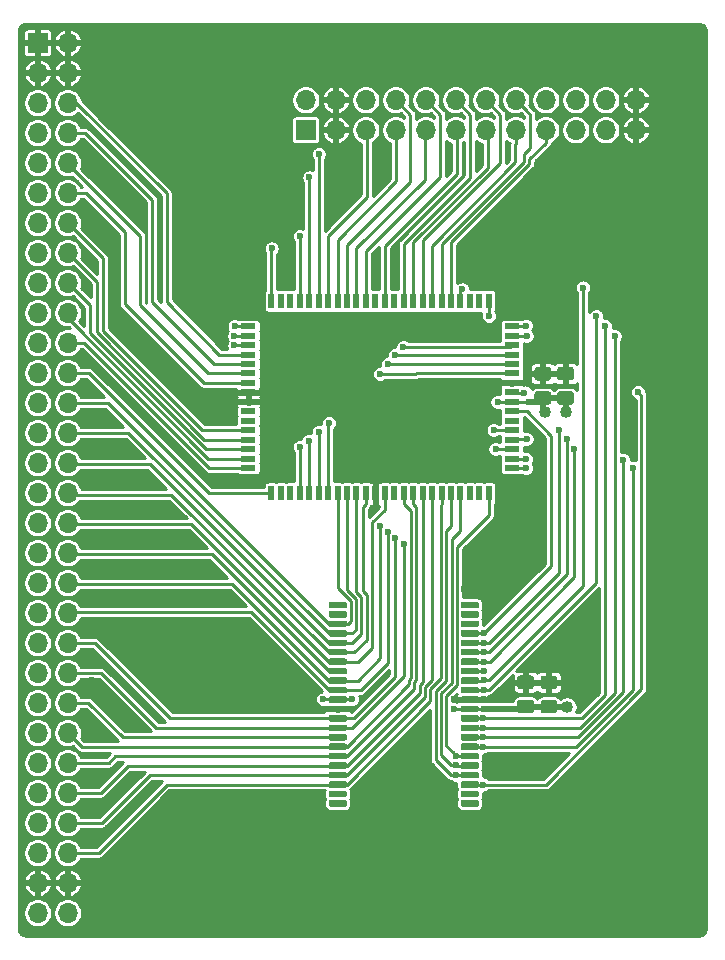
<source format=gtl>
%TF.GenerationSoftware,KiCad,Pcbnew,5.1.5+dfsg1-2build2*%
%TF.CreationDate,2023-06-17T11:27:21-05:00*%
%TF.ProjectId,2067-Z8S180,32303637-2d5a-4385-9331-38302e6b6963,rev?*%
%TF.SameCoordinates,Original*%
%TF.FileFunction,Copper,L1,Top*%
%TF.FilePolarity,Positive*%
%FSLAX46Y46*%
G04 Gerber Fmt 4.6, Leading zero omitted, Abs format (unit mm)*
G04 Created by KiCad (PCBNEW 5.1.5+dfsg1-2build2) date 2023-06-17 11:27:21*
%MOMM*%
%LPD*%
G04 APERTURE LIST*
%ADD10O,1.700000X1.700000*%
%ADD11R,1.700000X1.700000*%
%ADD12C,0.100000*%
%ADD13R,1.300000X0.500000*%
%ADD14R,0.500000X1.300000*%
%ADD15C,1.016000*%
%ADD16C,0.600000*%
%ADD17C,0.250000*%
%ADD18C,0.500000*%
%ADD19C,0.508000*%
%ADD20C,0.254000*%
G04 APERTURE END LIST*
D10*
X142640000Y-46834000D03*
X142640000Y-49374000D03*
X140100000Y-46834000D03*
X140100000Y-49374000D03*
X137560000Y-46834000D03*
X137560000Y-49374000D03*
X135020000Y-46834000D03*
X135020000Y-49374000D03*
X132480000Y-46834000D03*
X132480000Y-49374000D03*
X129940000Y-46834000D03*
X129940000Y-49374000D03*
X127400000Y-46834000D03*
X127400000Y-49374000D03*
X124860000Y-46834000D03*
X124860000Y-49374000D03*
X122320000Y-46834000D03*
X122320000Y-49374000D03*
X119780000Y-46834000D03*
X119780000Y-49374000D03*
X117240000Y-46834000D03*
X117240000Y-49374000D03*
X114700000Y-46834000D03*
D11*
X114700000Y-49374000D03*
%TA.AperFunction,SMDPad,CuDef*%
D12*
G36*
X137174505Y-69436204D02*
G01*
X137198773Y-69439804D01*
X137222572Y-69445765D01*
X137245671Y-69454030D01*
X137267850Y-69464520D01*
X137288893Y-69477132D01*
X137308599Y-69491747D01*
X137326777Y-69508223D01*
X137343253Y-69526401D01*
X137357868Y-69546107D01*
X137370480Y-69567150D01*
X137380970Y-69589329D01*
X137389235Y-69612428D01*
X137395196Y-69636227D01*
X137398796Y-69660495D01*
X137400000Y-69684999D01*
X137400000Y-70335001D01*
X137398796Y-70359505D01*
X137395196Y-70383773D01*
X137389235Y-70407572D01*
X137380970Y-70430671D01*
X137370480Y-70452850D01*
X137357868Y-70473893D01*
X137343253Y-70493599D01*
X137326777Y-70511777D01*
X137308599Y-70528253D01*
X137288893Y-70542868D01*
X137267850Y-70555480D01*
X137245671Y-70565970D01*
X137222572Y-70574235D01*
X137198773Y-70580196D01*
X137174505Y-70583796D01*
X137150001Y-70585000D01*
X136249999Y-70585000D01*
X136225495Y-70583796D01*
X136201227Y-70580196D01*
X136177428Y-70574235D01*
X136154329Y-70565970D01*
X136132150Y-70555480D01*
X136111107Y-70542868D01*
X136091401Y-70528253D01*
X136073223Y-70511777D01*
X136056747Y-70493599D01*
X136042132Y-70473893D01*
X136029520Y-70452850D01*
X136019030Y-70430671D01*
X136010765Y-70407572D01*
X136004804Y-70383773D01*
X136001204Y-70359505D01*
X136000000Y-70335001D01*
X136000000Y-69684999D01*
X136001204Y-69660495D01*
X136004804Y-69636227D01*
X136010765Y-69612428D01*
X136019030Y-69589329D01*
X136029520Y-69567150D01*
X136042132Y-69546107D01*
X136056747Y-69526401D01*
X136073223Y-69508223D01*
X136091401Y-69491747D01*
X136111107Y-69477132D01*
X136132150Y-69464520D01*
X136154329Y-69454030D01*
X136177428Y-69445765D01*
X136201227Y-69439804D01*
X136225495Y-69436204D01*
X136249999Y-69435000D01*
X137150001Y-69435000D01*
X137174505Y-69436204D01*
G37*
%TD.AperFunction*%
%TA.AperFunction,SMDPad,CuDef*%
G36*
X137174505Y-71486204D02*
G01*
X137198773Y-71489804D01*
X137222572Y-71495765D01*
X137245671Y-71504030D01*
X137267850Y-71514520D01*
X137288893Y-71527132D01*
X137308599Y-71541747D01*
X137326777Y-71558223D01*
X137343253Y-71576401D01*
X137357868Y-71596107D01*
X137370480Y-71617150D01*
X137380970Y-71639329D01*
X137389235Y-71662428D01*
X137395196Y-71686227D01*
X137398796Y-71710495D01*
X137400000Y-71734999D01*
X137400000Y-72385001D01*
X137398796Y-72409505D01*
X137395196Y-72433773D01*
X137389235Y-72457572D01*
X137380970Y-72480671D01*
X137370480Y-72502850D01*
X137357868Y-72523893D01*
X137343253Y-72543599D01*
X137326777Y-72561777D01*
X137308599Y-72578253D01*
X137288893Y-72592868D01*
X137267850Y-72605480D01*
X137245671Y-72615970D01*
X137222572Y-72624235D01*
X137198773Y-72630196D01*
X137174505Y-72633796D01*
X137150001Y-72635000D01*
X136249999Y-72635000D01*
X136225495Y-72633796D01*
X136201227Y-72630196D01*
X136177428Y-72624235D01*
X136154329Y-72615970D01*
X136132150Y-72605480D01*
X136111107Y-72592868D01*
X136091401Y-72578253D01*
X136073223Y-72561777D01*
X136056747Y-72543599D01*
X136042132Y-72523893D01*
X136029520Y-72502850D01*
X136019030Y-72480671D01*
X136010765Y-72457572D01*
X136004804Y-72433773D01*
X136001204Y-72409505D01*
X136000000Y-72385001D01*
X136000000Y-71734999D01*
X136001204Y-71710495D01*
X136004804Y-71686227D01*
X136010765Y-71662428D01*
X136019030Y-71639329D01*
X136029520Y-71617150D01*
X136042132Y-71596107D01*
X136056747Y-71576401D01*
X136073223Y-71558223D01*
X136091401Y-71541747D01*
X136111107Y-71527132D01*
X136132150Y-71514520D01*
X136154329Y-71504030D01*
X136177428Y-71495765D01*
X136201227Y-71489804D01*
X136225495Y-71486204D01*
X136249999Y-71485000D01*
X137150001Y-71485000D01*
X137174505Y-71486204D01*
G37*
%TD.AperFunction*%
%TA.AperFunction,SMDPad,CuDef*%
G36*
X135754505Y-95576204D02*
G01*
X135778773Y-95579804D01*
X135802572Y-95585765D01*
X135825671Y-95594030D01*
X135847850Y-95604520D01*
X135868893Y-95617132D01*
X135888599Y-95631747D01*
X135906777Y-95648223D01*
X135923253Y-95666401D01*
X135937868Y-95686107D01*
X135950480Y-95707150D01*
X135960970Y-95729329D01*
X135969235Y-95752428D01*
X135975196Y-95776227D01*
X135978796Y-95800495D01*
X135980000Y-95824999D01*
X135980000Y-96475001D01*
X135978796Y-96499505D01*
X135975196Y-96523773D01*
X135969235Y-96547572D01*
X135960970Y-96570671D01*
X135950480Y-96592850D01*
X135937868Y-96613893D01*
X135923253Y-96633599D01*
X135906777Y-96651777D01*
X135888599Y-96668253D01*
X135868893Y-96682868D01*
X135847850Y-96695480D01*
X135825671Y-96705970D01*
X135802572Y-96714235D01*
X135778773Y-96720196D01*
X135754505Y-96723796D01*
X135730001Y-96725000D01*
X134829999Y-96725000D01*
X134805495Y-96723796D01*
X134781227Y-96720196D01*
X134757428Y-96714235D01*
X134734329Y-96705970D01*
X134712150Y-96695480D01*
X134691107Y-96682868D01*
X134671401Y-96668253D01*
X134653223Y-96651777D01*
X134636747Y-96633599D01*
X134622132Y-96613893D01*
X134609520Y-96592850D01*
X134599030Y-96570671D01*
X134590765Y-96547572D01*
X134584804Y-96523773D01*
X134581204Y-96499505D01*
X134580000Y-96475001D01*
X134580000Y-95824999D01*
X134581204Y-95800495D01*
X134584804Y-95776227D01*
X134590765Y-95752428D01*
X134599030Y-95729329D01*
X134609520Y-95707150D01*
X134622132Y-95686107D01*
X134636747Y-95666401D01*
X134653223Y-95648223D01*
X134671401Y-95631747D01*
X134691107Y-95617132D01*
X134712150Y-95604520D01*
X134734329Y-95594030D01*
X134757428Y-95585765D01*
X134781227Y-95579804D01*
X134805495Y-95576204D01*
X134829999Y-95575000D01*
X135730001Y-95575000D01*
X135754505Y-95576204D01*
G37*
%TD.AperFunction*%
%TA.AperFunction,SMDPad,CuDef*%
G36*
X135754505Y-97626204D02*
G01*
X135778773Y-97629804D01*
X135802572Y-97635765D01*
X135825671Y-97644030D01*
X135847850Y-97654520D01*
X135868893Y-97667132D01*
X135888599Y-97681747D01*
X135906777Y-97698223D01*
X135923253Y-97716401D01*
X135937868Y-97736107D01*
X135950480Y-97757150D01*
X135960970Y-97779329D01*
X135969235Y-97802428D01*
X135975196Y-97826227D01*
X135978796Y-97850495D01*
X135980000Y-97874999D01*
X135980000Y-98525001D01*
X135978796Y-98549505D01*
X135975196Y-98573773D01*
X135969235Y-98597572D01*
X135960970Y-98620671D01*
X135950480Y-98642850D01*
X135937868Y-98663893D01*
X135923253Y-98683599D01*
X135906777Y-98701777D01*
X135888599Y-98718253D01*
X135868893Y-98732868D01*
X135847850Y-98745480D01*
X135825671Y-98755970D01*
X135802572Y-98764235D01*
X135778773Y-98770196D01*
X135754505Y-98773796D01*
X135730001Y-98775000D01*
X134829999Y-98775000D01*
X134805495Y-98773796D01*
X134781227Y-98770196D01*
X134757428Y-98764235D01*
X134734329Y-98755970D01*
X134712150Y-98745480D01*
X134691107Y-98732868D01*
X134671401Y-98718253D01*
X134653223Y-98701777D01*
X134636747Y-98683599D01*
X134622132Y-98663893D01*
X134609520Y-98642850D01*
X134599030Y-98620671D01*
X134590765Y-98597572D01*
X134584804Y-98573773D01*
X134581204Y-98549505D01*
X134580000Y-98525001D01*
X134580000Y-97874999D01*
X134581204Y-97850495D01*
X134584804Y-97826227D01*
X134590765Y-97802428D01*
X134599030Y-97779329D01*
X134609520Y-97757150D01*
X134622132Y-97736107D01*
X134636747Y-97716401D01*
X134653223Y-97698223D01*
X134671401Y-97681747D01*
X134691107Y-97667132D01*
X134712150Y-97654520D01*
X134734329Y-97644030D01*
X134757428Y-97635765D01*
X134781227Y-97629804D01*
X134805495Y-97626204D01*
X134829999Y-97625000D01*
X135730001Y-97625000D01*
X135754505Y-97626204D01*
G37*
%TD.AperFunction*%
%TA.AperFunction,SMDPad,CuDef*%
G36*
X135244505Y-69446204D02*
G01*
X135268773Y-69449804D01*
X135292572Y-69455765D01*
X135315671Y-69464030D01*
X135337850Y-69474520D01*
X135358893Y-69487132D01*
X135378599Y-69501747D01*
X135396777Y-69518223D01*
X135413253Y-69536401D01*
X135427868Y-69556107D01*
X135440480Y-69577150D01*
X135450970Y-69599329D01*
X135459235Y-69622428D01*
X135465196Y-69646227D01*
X135468796Y-69670495D01*
X135470000Y-69694999D01*
X135470000Y-70345001D01*
X135468796Y-70369505D01*
X135465196Y-70393773D01*
X135459235Y-70417572D01*
X135450970Y-70440671D01*
X135440480Y-70462850D01*
X135427868Y-70483893D01*
X135413253Y-70503599D01*
X135396777Y-70521777D01*
X135378599Y-70538253D01*
X135358893Y-70552868D01*
X135337850Y-70565480D01*
X135315671Y-70575970D01*
X135292572Y-70584235D01*
X135268773Y-70590196D01*
X135244505Y-70593796D01*
X135220001Y-70595000D01*
X134319999Y-70595000D01*
X134295495Y-70593796D01*
X134271227Y-70590196D01*
X134247428Y-70584235D01*
X134224329Y-70575970D01*
X134202150Y-70565480D01*
X134181107Y-70552868D01*
X134161401Y-70538253D01*
X134143223Y-70521777D01*
X134126747Y-70503599D01*
X134112132Y-70483893D01*
X134099520Y-70462850D01*
X134089030Y-70440671D01*
X134080765Y-70417572D01*
X134074804Y-70393773D01*
X134071204Y-70369505D01*
X134070000Y-70345001D01*
X134070000Y-69694999D01*
X134071204Y-69670495D01*
X134074804Y-69646227D01*
X134080765Y-69622428D01*
X134089030Y-69599329D01*
X134099520Y-69577150D01*
X134112132Y-69556107D01*
X134126747Y-69536401D01*
X134143223Y-69518223D01*
X134161401Y-69501747D01*
X134181107Y-69487132D01*
X134202150Y-69474520D01*
X134224329Y-69464030D01*
X134247428Y-69455765D01*
X134271227Y-69449804D01*
X134295495Y-69446204D01*
X134319999Y-69445000D01*
X135220001Y-69445000D01*
X135244505Y-69446204D01*
G37*
%TD.AperFunction*%
%TA.AperFunction,SMDPad,CuDef*%
G36*
X135244505Y-71496204D02*
G01*
X135268773Y-71499804D01*
X135292572Y-71505765D01*
X135315671Y-71514030D01*
X135337850Y-71524520D01*
X135358893Y-71537132D01*
X135378599Y-71551747D01*
X135396777Y-71568223D01*
X135413253Y-71586401D01*
X135427868Y-71606107D01*
X135440480Y-71627150D01*
X135450970Y-71649329D01*
X135459235Y-71672428D01*
X135465196Y-71696227D01*
X135468796Y-71720495D01*
X135470000Y-71744999D01*
X135470000Y-72395001D01*
X135468796Y-72419505D01*
X135465196Y-72443773D01*
X135459235Y-72467572D01*
X135450970Y-72490671D01*
X135440480Y-72512850D01*
X135427868Y-72533893D01*
X135413253Y-72553599D01*
X135396777Y-72571777D01*
X135378599Y-72588253D01*
X135358893Y-72602868D01*
X135337850Y-72615480D01*
X135315671Y-72625970D01*
X135292572Y-72634235D01*
X135268773Y-72640196D01*
X135244505Y-72643796D01*
X135220001Y-72645000D01*
X134319999Y-72645000D01*
X134295495Y-72643796D01*
X134271227Y-72640196D01*
X134247428Y-72634235D01*
X134224329Y-72625970D01*
X134202150Y-72615480D01*
X134181107Y-72602868D01*
X134161401Y-72588253D01*
X134143223Y-72571777D01*
X134126747Y-72553599D01*
X134112132Y-72533893D01*
X134099520Y-72512850D01*
X134089030Y-72490671D01*
X134080765Y-72467572D01*
X134074804Y-72443773D01*
X134071204Y-72419505D01*
X134070000Y-72395001D01*
X134070000Y-71744999D01*
X134071204Y-71720495D01*
X134074804Y-71696227D01*
X134080765Y-71672428D01*
X134089030Y-71649329D01*
X134099520Y-71627150D01*
X134112132Y-71606107D01*
X134126747Y-71586401D01*
X134143223Y-71568223D01*
X134161401Y-71551747D01*
X134181107Y-71537132D01*
X134202150Y-71524520D01*
X134224329Y-71514030D01*
X134247428Y-71505765D01*
X134271227Y-71499804D01*
X134295495Y-71496204D01*
X134319999Y-71495000D01*
X135220001Y-71495000D01*
X135244505Y-71496204D01*
G37*
%TD.AperFunction*%
%TA.AperFunction,SMDPad,CuDef*%
G36*
X133784505Y-95566204D02*
G01*
X133808773Y-95569804D01*
X133832572Y-95575765D01*
X133855671Y-95584030D01*
X133877850Y-95594520D01*
X133898893Y-95607132D01*
X133918599Y-95621747D01*
X133936777Y-95638223D01*
X133953253Y-95656401D01*
X133967868Y-95676107D01*
X133980480Y-95697150D01*
X133990970Y-95719329D01*
X133999235Y-95742428D01*
X134005196Y-95766227D01*
X134008796Y-95790495D01*
X134010000Y-95814999D01*
X134010000Y-96465001D01*
X134008796Y-96489505D01*
X134005196Y-96513773D01*
X133999235Y-96537572D01*
X133990970Y-96560671D01*
X133980480Y-96582850D01*
X133967868Y-96603893D01*
X133953253Y-96623599D01*
X133936777Y-96641777D01*
X133918599Y-96658253D01*
X133898893Y-96672868D01*
X133877850Y-96685480D01*
X133855671Y-96695970D01*
X133832572Y-96704235D01*
X133808773Y-96710196D01*
X133784505Y-96713796D01*
X133760001Y-96715000D01*
X132859999Y-96715000D01*
X132835495Y-96713796D01*
X132811227Y-96710196D01*
X132787428Y-96704235D01*
X132764329Y-96695970D01*
X132742150Y-96685480D01*
X132721107Y-96672868D01*
X132701401Y-96658253D01*
X132683223Y-96641777D01*
X132666747Y-96623599D01*
X132652132Y-96603893D01*
X132639520Y-96582850D01*
X132629030Y-96560671D01*
X132620765Y-96537572D01*
X132614804Y-96513773D01*
X132611204Y-96489505D01*
X132610000Y-96465001D01*
X132610000Y-95814999D01*
X132611204Y-95790495D01*
X132614804Y-95766227D01*
X132620765Y-95742428D01*
X132629030Y-95719329D01*
X132639520Y-95697150D01*
X132652132Y-95676107D01*
X132666747Y-95656401D01*
X132683223Y-95638223D01*
X132701401Y-95621747D01*
X132721107Y-95607132D01*
X132742150Y-95594520D01*
X132764329Y-95584030D01*
X132787428Y-95575765D01*
X132811227Y-95569804D01*
X132835495Y-95566204D01*
X132859999Y-95565000D01*
X133760001Y-95565000D01*
X133784505Y-95566204D01*
G37*
%TD.AperFunction*%
%TA.AperFunction,SMDPad,CuDef*%
G36*
X133784505Y-97616204D02*
G01*
X133808773Y-97619804D01*
X133832572Y-97625765D01*
X133855671Y-97634030D01*
X133877850Y-97644520D01*
X133898893Y-97657132D01*
X133918599Y-97671747D01*
X133936777Y-97688223D01*
X133953253Y-97706401D01*
X133967868Y-97726107D01*
X133980480Y-97747150D01*
X133990970Y-97769329D01*
X133999235Y-97792428D01*
X134005196Y-97816227D01*
X134008796Y-97840495D01*
X134010000Y-97864999D01*
X134010000Y-98515001D01*
X134008796Y-98539505D01*
X134005196Y-98563773D01*
X133999235Y-98587572D01*
X133990970Y-98610671D01*
X133980480Y-98632850D01*
X133967868Y-98653893D01*
X133953253Y-98673599D01*
X133936777Y-98691777D01*
X133918599Y-98708253D01*
X133898893Y-98722868D01*
X133877850Y-98735480D01*
X133855671Y-98745970D01*
X133832572Y-98754235D01*
X133808773Y-98760196D01*
X133784505Y-98763796D01*
X133760001Y-98765000D01*
X132859999Y-98765000D01*
X132835495Y-98763796D01*
X132811227Y-98760196D01*
X132787428Y-98754235D01*
X132764329Y-98745970D01*
X132742150Y-98735480D01*
X132721107Y-98722868D01*
X132701401Y-98708253D01*
X132683223Y-98691777D01*
X132666747Y-98673599D01*
X132652132Y-98653893D01*
X132639520Y-98632850D01*
X132629030Y-98610671D01*
X132620765Y-98587572D01*
X132614804Y-98563773D01*
X132611204Y-98539505D01*
X132610000Y-98515001D01*
X132610000Y-97864999D01*
X132611204Y-97840495D01*
X132614804Y-97816227D01*
X132620765Y-97792428D01*
X132629030Y-97769329D01*
X132639520Y-97747150D01*
X132652132Y-97726107D01*
X132666747Y-97706401D01*
X132683223Y-97688223D01*
X132701401Y-97671747D01*
X132721107Y-97657132D01*
X132742150Y-97644520D01*
X132764329Y-97634030D01*
X132787428Y-97625765D01*
X132811227Y-97619804D01*
X132835495Y-97616204D01*
X132859999Y-97615000D01*
X133760001Y-97615000D01*
X133784505Y-97616204D01*
G37*
%TD.AperFunction*%
D10*
X94540000Y-115660000D03*
X92000000Y-115660000D03*
X94540000Y-113120000D03*
X92000000Y-113120000D03*
X94540000Y-110580000D03*
X92000000Y-110580000D03*
X94540000Y-108040000D03*
X92000000Y-108040000D03*
X94540000Y-105500000D03*
X92000000Y-105500000D03*
X94540000Y-102960000D03*
X92000000Y-102960000D03*
X94540000Y-100420000D03*
X92000000Y-100420000D03*
X94540000Y-97880000D03*
X92000000Y-97880000D03*
X94540000Y-95340000D03*
X92000000Y-95340000D03*
X94540000Y-92800000D03*
X92000000Y-92800000D03*
X94540000Y-90260000D03*
X92000000Y-90260000D03*
X94540000Y-87720000D03*
X92000000Y-87720000D03*
X94540000Y-85180000D03*
X92000000Y-85180000D03*
X94540000Y-82640000D03*
X92000000Y-82640000D03*
X94540000Y-80100000D03*
X92000000Y-80100000D03*
X94540000Y-77560000D03*
X92000000Y-77560000D03*
X94540000Y-75020000D03*
X92000000Y-75020000D03*
X94540000Y-72480000D03*
X92000000Y-72480000D03*
X94540000Y-69940000D03*
X92000000Y-69940000D03*
X94540000Y-67400000D03*
X92000000Y-67400000D03*
X94540000Y-64860000D03*
X92000000Y-64860000D03*
X94540000Y-62320000D03*
X92000000Y-62320000D03*
X94540000Y-59780000D03*
X92000000Y-59780000D03*
X94540000Y-57240000D03*
X92000000Y-57240000D03*
X94540000Y-54700000D03*
X92000000Y-54700000D03*
X94540000Y-52160000D03*
X92000000Y-52160000D03*
X94540000Y-49620000D03*
X92000000Y-49620000D03*
X94540000Y-47080000D03*
X92000000Y-47080000D03*
X94540000Y-44540000D03*
X92000000Y-44540000D03*
X94540000Y-42000000D03*
D11*
X92000000Y-42000000D03*
D13*
X109850000Y-78000000D03*
X109850000Y-77200000D03*
X109850000Y-76400000D03*
X109850000Y-75600000D03*
X109850000Y-74800000D03*
X109850000Y-74000000D03*
X109850000Y-73200000D03*
X109850000Y-72400000D03*
X109850000Y-71600000D03*
X109850000Y-70800000D03*
X109850000Y-70000000D03*
X109850000Y-69200000D03*
X109850000Y-68400000D03*
X109850000Y-67600000D03*
X109850000Y-66800000D03*
X109850000Y-66000000D03*
D14*
X111800000Y-63850000D03*
X112600000Y-63850000D03*
X113400000Y-63850000D03*
X114200000Y-63850000D03*
X115000000Y-63850000D03*
X115800000Y-63850000D03*
X116600000Y-63850000D03*
X117400000Y-63850000D03*
X118200000Y-63850000D03*
X119000000Y-63850000D03*
X119800000Y-63850000D03*
X120600000Y-63850000D03*
X121400000Y-63850000D03*
X122200000Y-63850000D03*
X123000000Y-63850000D03*
X123800000Y-63850000D03*
X124600000Y-63850000D03*
X125400000Y-63850000D03*
X126200000Y-63850000D03*
X127000000Y-63850000D03*
X127800000Y-63850000D03*
X128600000Y-63850000D03*
X129400000Y-63850000D03*
X130200000Y-63850000D03*
D13*
X132150000Y-66000000D03*
X132150000Y-66800000D03*
X132150000Y-67600000D03*
X132150000Y-68400000D03*
X132150000Y-69200000D03*
X132150000Y-70000000D03*
X132150000Y-70800000D03*
X132150000Y-71600000D03*
X132150000Y-72400000D03*
X132150000Y-73200000D03*
X132150000Y-74000000D03*
X132150000Y-74800000D03*
X132150000Y-75600000D03*
X132150000Y-76400000D03*
X132150000Y-77200000D03*
X132150000Y-78000000D03*
D14*
X130200000Y-80150000D03*
X129400000Y-80150000D03*
X128600000Y-80150000D03*
X127800000Y-80150000D03*
X127000000Y-80150000D03*
X126200000Y-80150000D03*
X125400000Y-80150000D03*
X124600000Y-80150000D03*
X123800000Y-80150000D03*
X123000000Y-80150000D03*
X122200000Y-80150000D03*
X121400000Y-80150000D03*
X120600000Y-80150000D03*
X119800000Y-80150000D03*
X119000000Y-80150000D03*
X118200000Y-80150000D03*
X117400000Y-80150000D03*
X116600000Y-80150000D03*
X115800000Y-80150000D03*
X115000000Y-80150000D03*
X114200000Y-80150000D03*
X113400000Y-80150000D03*
X112600000Y-80150000D03*
X111800000Y-80150000D03*
%TA.AperFunction,SMDPad,CuDef*%
D12*
G36*
X129225977Y-89325662D02*
G01*
X129239325Y-89327642D01*
X129252414Y-89330921D01*
X129265119Y-89335467D01*
X129277317Y-89341236D01*
X129288891Y-89348173D01*
X129299729Y-89356211D01*
X129309727Y-89365273D01*
X129318789Y-89375271D01*
X129326827Y-89386109D01*
X129333764Y-89397683D01*
X129339533Y-89409881D01*
X129344079Y-89422586D01*
X129347358Y-89435675D01*
X129349338Y-89449023D01*
X129350000Y-89462500D01*
X129350000Y-89737500D01*
X129349338Y-89750977D01*
X129347358Y-89764325D01*
X129344079Y-89777414D01*
X129339533Y-89790119D01*
X129333764Y-89802317D01*
X129326827Y-89813891D01*
X129318789Y-89824729D01*
X129309727Y-89834727D01*
X129299729Y-89843789D01*
X129288891Y-89851827D01*
X129277317Y-89858764D01*
X129265119Y-89864533D01*
X129252414Y-89869079D01*
X129239325Y-89872358D01*
X129225977Y-89874338D01*
X129212500Y-89875000D01*
X127962500Y-89875000D01*
X127949023Y-89874338D01*
X127935675Y-89872358D01*
X127922586Y-89869079D01*
X127909881Y-89864533D01*
X127897683Y-89858764D01*
X127886109Y-89851827D01*
X127875271Y-89843789D01*
X127865273Y-89834727D01*
X127856211Y-89824729D01*
X127848173Y-89813891D01*
X127841236Y-89802317D01*
X127835467Y-89790119D01*
X127830921Y-89777414D01*
X127827642Y-89764325D01*
X127825662Y-89750977D01*
X127825000Y-89737500D01*
X127825000Y-89462500D01*
X127825662Y-89449023D01*
X127827642Y-89435675D01*
X127830921Y-89422586D01*
X127835467Y-89409881D01*
X127841236Y-89397683D01*
X127848173Y-89386109D01*
X127856211Y-89375271D01*
X127865273Y-89365273D01*
X127875271Y-89356211D01*
X127886109Y-89348173D01*
X127897683Y-89341236D01*
X127909881Y-89335467D01*
X127922586Y-89330921D01*
X127935675Y-89327642D01*
X127949023Y-89325662D01*
X127962500Y-89325000D01*
X129212500Y-89325000D01*
X129225977Y-89325662D01*
G37*
%TD.AperFunction*%
%TA.AperFunction,SMDPad,CuDef*%
G36*
X129225977Y-90125662D02*
G01*
X129239325Y-90127642D01*
X129252414Y-90130921D01*
X129265119Y-90135467D01*
X129277317Y-90141236D01*
X129288891Y-90148173D01*
X129299729Y-90156211D01*
X129309727Y-90165273D01*
X129318789Y-90175271D01*
X129326827Y-90186109D01*
X129333764Y-90197683D01*
X129339533Y-90209881D01*
X129344079Y-90222586D01*
X129347358Y-90235675D01*
X129349338Y-90249023D01*
X129350000Y-90262500D01*
X129350000Y-90537500D01*
X129349338Y-90550977D01*
X129347358Y-90564325D01*
X129344079Y-90577414D01*
X129339533Y-90590119D01*
X129333764Y-90602317D01*
X129326827Y-90613891D01*
X129318789Y-90624729D01*
X129309727Y-90634727D01*
X129299729Y-90643789D01*
X129288891Y-90651827D01*
X129277317Y-90658764D01*
X129265119Y-90664533D01*
X129252414Y-90669079D01*
X129239325Y-90672358D01*
X129225977Y-90674338D01*
X129212500Y-90675000D01*
X127962500Y-90675000D01*
X127949023Y-90674338D01*
X127935675Y-90672358D01*
X127922586Y-90669079D01*
X127909881Y-90664533D01*
X127897683Y-90658764D01*
X127886109Y-90651827D01*
X127875271Y-90643789D01*
X127865273Y-90634727D01*
X127856211Y-90624729D01*
X127848173Y-90613891D01*
X127841236Y-90602317D01*
X127835467Y-90590119D01*
X127830921Y-90577414D01*
X127827642Y-90564325D01*
X127825662Y-90550977D01*
X127825000Y-90537500D01*
X127825000Y-90262500D01*
X127825662Y-90249023D01*
X127827642Y-90235675D01*
X127830921Y-90222586D01*
X127835467Y-90209881D01*
X127841236Y-90197683D01*
X127848173Y-90186109D01*
X127856211Y-90175271D01*
X127865273Y-90165273D01*
X127875271Y-90156211D01*
X127886109Y-90148173D01*
X127897683Y-90141236D01*
X127909881Y-90135467D01*
X127922586Y-90130921D01*
X127935675Y-90127642D01*
X127949023Y-90125662D01*
X127962500Y-90125000D01*
X129212500Y-90125000D01*
X129225977Y-90125662D01*
G37*
%TD.AperFunction*%
%TA.AperFunction,SMDPad,CuDef*%
G36*
X129225977Y-90925662D02*
G01*
X129239325Y-90927642D01*
X129252414Y-90930921D01*
X129265119Y-90935467D01*
X129277317Y-90941236D01*
X129288891Y-90948173D01*
X129299729Y-90956211D01*
X129309727Y-90965273D01*
X129318789Y-90975271D01*
X129326827Y-90986109D01*
X129333764Y-90997683D01*
X129339533Y-91009881D01*
X129344079Y-91022586D01*
X129347358Y-91035675D01*
X129349338Y-91049023D01*
X129350000Y-91062500D01*
X129350000Y-91337500D01*
X129349338Y-91350977D01*
X129347358Y-91364325D01*
X129344079Y-91377414D01*
X129339533Y-91390119D01*
X129333764Y-91402317D01*
X129326827Y-91413891D01*
X129318789Y-91424729D01*
X129309727Y-91434727D01*
X129299729Y-91443789D01*
X129288891Y-91451827D01*
X129277317Y-91458764D01*
X129265119Y-91464533D01*
X129252414Y-91469079D01*
X129239325Y-91472358D01*
X129225977Y-91474338D01*
X129212500Y-91475000D01*
X127962500Y-91475000D01*
X127949023Y-91474338D01*
X127935675Y-91472358D01*
X127922586Y-91469079D01*
X127909881Y-91464533D01*
X127897683Y-91458764D01*
X127886109Y-91451827D01*
X127875271Y-91443789D01*
X127865273Y-91434727D01*
X127856211Y-91424729D01*
X127848173Y-91413891D01*
X127841236Y-91402317D01*
X127835467Y-91390119D01*
X127830921Y-91377414D01*
X127827642Y-91364325D01*
X127825662Y-91350977D01*
X127825000Y-91337500D01*
X127825000Y-91062500D01*
X127825662Y-91049023D01*
X127827642Y-91035675D01*
X127830921Y-91022586D01*
X127835467Y-91009881D01*
X127841236Y-90997683D01*
X127848173Y-90986109D01*
X127856211Y-90975271D01*
X127865273Y-90965273D01*
X127875271Y-90956211D01*
X127886109Y-90948173D01*
X127897683Y-90941236D01*
X127909881Y-90935467D01*
X127922586Y-90930921D01*
X127935675Y-90927642D01*
X127949023Y-90925662D01*
X127962500Y-90925000D01*
X129212500Y-90925000D01*
X129225977Y-90925662D01*
G37*
%TD.AperFunction*%
%TA.AperFunction,SMDPad,CuDef*%
G36*
X129225977Y-91725662D02*
G01*
X129239325Y-91727642D01*
X129252414Y-91730921D01*
X129265119Y-91735467D01*
X129277317Y-91741236D01*
X129288891Y-91748173D01*
X129299729Y-91756211D01*
X129309727Y-91765273D01*
X129318789Y-91775271D01*
X129326827Y-91786109D01*
X129333764Y-91797683D01*
X129339533Y-91809881D01*
X129344079Y-91822586D01*
X129347358Y-91835675D01*
X129349338Y-91849023D01*
X129350000Y-91862500D01*
X129350000Y-92137500D01*
X129349338Y-92150977D01*
X129347358Y-92164325D01*
X129344079Y-92177414D01*
X129339533Y-92190119D01*
X129333764Y-92202317D01*
X129326827Y-92213891D01*
X129318789Y-92224729D01*
X129309727Y-92234727D01*
X129299729Y-92243789D01*
X129288891Y-92251827D01*
X129277317Y-92258764D01*
X129265119Y-92264533D01*
X129252414Y-92269079D01*
X129239325Y-92272358D01*
X129225977Y-92274338D01*
X129212500Y-92275000D01*
X127962500Y-92275000D01*
X127949023Y-92274338D01*
X127935675Y-92272358D01*
X127922586Y-92269079D01*
X127909881Y-92264533D01*
X127897683Y-92258764D01*
X127886109Y-92251827D01*
X127875271Y-92243789D01*
X127865273Y-92234727D01*
X127856211Y-92224729D01*
X127848173Y-92213891D01*
X127841236Y-92202317D01*
X127835467Y-92190119D01*
X127830921Y-92177414D01*
X127827642Y-92164325D01*
X127825662Y-92150977D01*
X127825000Y-92137500D01*
X127825000Y-91862500D01*
X127825662Y-91849023D01*
X127827642Y-91835675D01*
X127830921Y-91822586D01*
X127835467Y-91809881D01*
X127841236Y-91797683D01*
X127848173Y-91786109D01*
X127856211Y-91775271D01*
X127865273Y-91765273D01*
X127875271Y-91756211D01*
X127886109Y-91748173D01*
X127897683Y-91741236D01*
X127909881Y-91735467D01*
X127922586Y-91730921D01*
X127935675Y-91727642D01*
X127949023Y-91725662D01*
X127962500Y-91725000D01*
X129212500Y-91725000D01*
X129225977Y-91725662D01*
G37*
%TD.AperFunction*%
%TA.AperFunction,SMDPad,CuDef*%
G36*
X129225977Y-92525662D02*
G01*
X129239325Y-92527642D01*
X129252414Y-92530921D01*
X129265119Y-92535467D01*
X129277317Y-92541236D01*
X129288891Y-92548173D01*
X129299729Y-92556211D01*
X129309727Y-92565273D01*
X129318789Y-92575271D01*
X129326827Y-92586109D01*
X129333764Y-92597683D01*
X129339533Y-92609881D01*
X129344079Y-92622586D01*
X129347358Y-92635675D01*
X129349338Y-92649023D01*
X129350000Y-92662500D01*
X129350000Y-92937500D01*
X129349338Y-92950977D01*
X129347358Y-92964325D01*
X129344079Y-92977414D01*
X129339533Y-92990119D01*
X129333764Y-93002317D01*
X129326827Y-93013891D01*
X129318789Y-93024729D01*
X129309727Y-93034727D01*
X129299729Y-93043789D01*
X129288891Y-93051827D01*
X129277317Y-93058764D01*
X129265119Y-93064533D01*
X129252414Y-93069079D01*
X129239325Y-93072358D01*
X129225977Y-93074338D01*
X129212500Y-93075000D01*
X127962500Y-93075000D01*
X127949023Y-93074338D01*
X127935675Y-93072358D01*
X127922586Y-93069079D01*
X127909881Y-93064533D01*
X127897683Y-93058764D01*
X127886109Y-93051827D01*
X127875271Y-93043789D01*
X127865273Y-93034727D01*
X127856211Y-93024729D01*
X127848173Y-93013891D01*
X127841236Y-93002317D01*
X127835467Y-92990119D01*
X127830921Y-92977414D01*
X127827642Y-92964325D01*
X127825662Y-92950977D01*
X127825000Y-92937500D01*
X127825000Y-92662500D01*
X127825662Y-92649023D01*
X127827642Y-92635675D01*
X127830921Y-92622586D01*
X127835467Y-92609881D01*
X127841236Y-92597683D01*
X127848173Y-92586109D01*
X127856211Y-92575271D01*
X127865273Y-92565273D01*
X127875271Y-92556211D01*
X127886109Y-92548173D01*
X127897683Y-92541236D01*
X127909881Y-92535467D01*
X127922586Y-92530921D01*
X127935675Y-92527642D01*
X127949023Y-92525662D01*
X127962500Y-92525000D01*
X129212500Y-92525000D01*
X129225977Y-92525662D01*
G37*
%TD.AperFunction*%
%TA.AperFunction,SMDPad,CuDef*%
G36*
X129225977Y-93325662D02*
G01*
X129239325Y-93327642D01*
X129252414Y-93330921D01*
X129265119Y-93335467D01*
X129277317Y-93341236D01*
X129288891Y-93348173D01*
X129299729Y-93356211D01*
X129309727Y-93365273D01*
X129318789Y-93375271D01*
X129326827Y-93386109D01*
X129333764Y-93397683D01*
X129339533Y-93409881D01*
X129344079Y-93422586D01*
X129347358Y-93435675D01*
X129349338Y-93449023D01*
X129350000Y-93462500D01*
X129350000Y-93737500D01*
X129349338Y-93750977D01*
X129347358Y-93764325D01*
X129344079Y-93777414D01*
X129339533Y-93790119D01*
X129333764Y-93802317D01*
X129326827Y-93813891D01*
X129318789Y-93824729D01*
X129309727Y-93834727D01*
X129299729Y-93843789D01*
X129288891Y-93851827D01*
X129277317Y-93858764D01*
X129265119Y-93864533D01*
X129252414Y-93869079D01*
X129239325Y-93872358D01*
X129225977Y-93874338D01*
X129212500Y-93875000D01*
X127962500Y-93875000D01*
X127949023Y-93874338D01*
X127935675Y-93872358D01*
X127922586Y-93869079D01*
X127909881Y-93864533D01*
X127897683Y-93858764D01*
X127886109Y-93851827D01*
X127875271Y-93843789D01*
X127865273Y-93834727D01*
X127856211Y-93824729D01*
X127848173Y-93813891D01*
X127841236Y-93802317D01*
X127835467Y-93790119D01*
X127830921Y-93777414D01*
X127827642Y-93764325D01*
X127825662Y-93750977D01*
X127825000Y-93737500D01*
X127825000Y-93462500D01*
X127825662Y-93449023D01*
X127827642Y-93435675D01*
X127830921Y-93422586D01*
X127835467Y-93409881D01*
X127841236Y-93397683D01*
X127848173Y-93386109D01*
X127856211Y-93375271D01*
X127865273Y-93365273D01*
X127875271Y-93356211D01*
X127886109Y-93348173D01*
X127897683Y-93341236D01*
X127909881Y-93335467D01*
X127922586Y-93330921D01*
X127935675Y-93327642D01*
X127949023Y-93325662D01*
X127962500Y-93325000D01*
X129212500Y-93325000D01*
X129225977Y-93325662D01*
G37*
%TD.AperFunction*%
%TA.AperFunction,SMDPad,CuDef*%
G36*
X129225977Y-94125662D02*
G01*
X129239325Y-94127642D01*
X129252414Y-94130921D01*
X129265119Y-94135467D01*
X129277317Y-94141236D01*
X129288891Y-94148173D01*
X129299729Y-94156211D01*
X129309727Y-94165273D01*
X129318789Y-94175271D01*
X129326827Y-94186109D01*
X129333764Y-94197683D01*
X129339533Y-94209881D01*
X129344079Y-94222586D01*
X129347358Y-94235675D01*
X129349338Y-94249023D01*
X129350000Y-94262500D01*
X129350000Y-94537500D01*
X129349338Y-94550977D01*
X129347358Y-94564325D01*
X129344079Y-94577414D01*
X129339533Y-94590119D01*
X129333764Y-94602317D01*
X129326827Y-94613891D01*
X129318789Y-94624729D01*
X129309727Y-94634727D01*
X129299729Y-94643789D01*
X129288891Y-94651827D01*
X129277317Y-94658764D01*
X129265119Y-94664533D01*
X129252414Y-94669079D01*
X129239325Y-94672358D01*
X129225977Y-94674338D01*
X129212500Y-94675000D01*
X127962500Y-94675000D01*
X127949023Y-94674338D01*
X127935675Y-94672358D01*
X127922586Y-94669079D01*
X127909881Y-94664533D01*
X127897683Y-94658764D01*
X127886109Y-94651827D01*
X127875271Y-94643789D01*
X127865273Y-94634727D01*
X127856211Y-94624729D01*
X127848173Y-94613891D01*
X127841236Y-94602317D01*
X127835467Y-94590119D01*
X127830921Y-94577414D01*
X127827642Y-94564325D01*
X127825662Y-94550977D01*
X127825000Y-94537500D01*
X127825000Y-94262500D01*
X127825662Y-94249023D01*
X127827642Y-94235675D01*
X127830921Y-94222586D01*
X127835467Y-94209881D01*
X127841236Y-94197683D01*
X127848173Y-94186109D01*
X127856211Y-94175271D01*
X127865273Y-94165273D01*
X127875271Y-94156211D01*
X127886109Y-94148173D01*
X127897683Y-94141236D01*
X127909881Y-94135467D01*
X127922586Y-94130921D01*
X127935675Y-94127642D01*
X127949023Y-94125662D01*
X127962500Y-94125000D01*
X129212500Y-94125000D01*
X129225977Y-94125662D01*
G37*
%TD.AperFunction*%
%TA.AperFunction,SMDPad,CuDef*%
G36*
X129225977Y-94925662D02*
G01*
X129239325Y-94927642D01*
X129252414Y-94930921D01*
X129265119Y-94935467D01*
X129277317Y-94941236D01*
X129288891Y-94948173D01*
X129299729Y-94956211D01*
X129309727Y-94965273D01*
X129318789Y-94975271D01*
X129326827Y-94986109D01*
X129333764Y-94997683D01*
X129339533Y-95009881D01*
X129344079Y-95022586D01*
X129347358Y-95035675D01*
X129349338Y-95049023D01*
X129350000Y-95062500D01*
X129350000Y-95337500D01*
X129349338Y-95350977D01*
X129347358Y-95364325D01*
X129344079Y-95377414D01*
X129339533Y-95390119D01*
X129333764Y-95402317D01*
X129326827Y-95413891D01*
X129318789Y-95424729D01*
X129309727Y-95434727D01*
X129299729Y-95443789D01*
X129288891Y-95451827D01*
X129277317Y-95458764D01*
X129265119Y-95464533D01*
X129252414Y-95469079D01*
X129239325Y-95472358D01*
X129225977Y-95474338D01*
X129212500Y-95475000D01*
X127962500Y-95475000D01*
X127949023Y-95474338D01*
X127935675Y-95472358D01*
X127922586Y-95469079D01*
X127909881Y-95464533D01*
X127897683Y-95458764D01*
X127886109Y-95451827D01*
X127875271Y-95443789D01*
X127865273Y-95434727D01*
X127856211Y-95424729D01*
X127848173Y-95413891D01*
X127841236Y-95402317D01*
X127835467Y-95390119D01*
X127830921Y-95377414D01*
X127827642Y-95364325D01*
X127825662Y-95350977D01*
X127825000Y-95337500D01*
X127825000Y-95062500D01*
X127825662Y-95049023D01*
X127827642Y-95035675D01*
X127830921Y-95022586D01*
X127835467Y-95009881D01*
X127841236Y-94997683D01*
X127848173Y-94986109D01*
X127856211Y-94975271D01*
X127865273Y-94965273D01*
X127875271Y-94956211D01*
X127886109Y-94948173D01*
X127897683Y-94941236D01*
X127909881Y-94935467D01*
X127922586Y-94930921D01*
X127935675Y-94927642D01*
X127949023Y-94925662D01*
X127962500Y-94925000D01*
X129212500Y-94925000D01*
X129225977Y-94925662D01*
G37*
%TD.AperFunction*%
%TA.AperFunction,SMDPad,CuDef*%
G36*
X129225977Y-95725662D02*
G01*
X129239325Y-95727642D01*
X129252414Y-95730921D01*
X129265119Y-95735467D01*
X129277317Y-95741236D01*
X129288891Y-95748173D01*
X129299729Y-95756211D01*
X129309727Y-95765273D01*
X129318789Y-95775271D01*
X129326827Y-95786109D01*
X129333764Y-95797683D01*
X129339533Y-95809881D01*
X129344079Y-95822586D01*
X129347358Y-95835675D01*
X129349338Y-95849023D01*
X129350000Y-95862500D01*
X129350000Y-96137500D01*
X129349338Y-96150977D01*
X129347358Y-96164325D01*
X129344079Y-96177414D01*
X129339533Y-96190119D01*
X129333764Y-96202317D01*
X129326827Y-96213891D01*
X129318789Y-96224729D01*
X129309727Y-96234727D01*
X129299729Y-96243789D01*
X129288891Y-96251827D01*
X129277317Y-96258764D01*
X129265119Y-96264533D01*
X129252414Y-96269079D01*
X129239325Y-96272358D01*
X129225977Y-96274338D01*
X129212500Y-96275000D01*
X127962500Y-96275000D01*
X127949023Y-96274338D01*
X127935675Y-96272358D01*
X127922586Y-96269079D01*
X127909881Y-96264533D01*
X127897683Y-96258764D01*
X127886109Y-96251827D01*
X127875271Y-96243789D01*
X127865273Y-96234727D01*
X127856211Y-96224729D01*
X127848173Y-96213891D01*
X127841236Y-96202317D01*
X127835467Y-96190119D01*
X127830921Y-96177414D01*
X127827642Y-96164325D01*
X127825662Y-96150977D01*
X127825000Y-96137500D01*
X127825000Y-95862500D01*
X127825662Y-95849023D01*
X127827642Y-95835675D01*
X127830921Y-95822586D01*
X127835467Y-95809881D01*
X127841236Y-95797683D01*
X127848173Y-95786109D01*
X127856211Y-95775271D01*
X127865273Y-95765273D01*
X127875271Y-95756211D01*
X127886109Y-95748173D01*
X127897683Y-95741236D01*
X127909881Y-95735467D01*
X127922586Y-95730921D01*
X127935675Y-95727642D01*
X127949023Y-95725662D01*
X127962500Y-95725000D01*
X129212500Y-95725000D01*
X129225977Y-95725662D01*
G37*
%TD.AperFunction*%
%TA.AperFunction,SMDPad,CuDef*%
G36*
X129225977Y-96525662D02*
G01*
X129239325Y-96527642D01*
X129252414Y-96530921D01*
X129265119Y-96535467D01*
X129277317Y-96541236D01*
X129288891Y-96548173D01*
X129299729Y-96556211D01*
X129309727Y-96565273D01*
X129318789Y-96575271D01*
X129326827Y-96586109D01*
X129333764Y-96597683D01*
X129339533Y-96609881D01*
X129344079Y-96622586D01*
X129347358Y-96635675D01*
X129349338Y-96649023D01*
X129350000Y-96662500D01*
X129350000Y-96937500D01*
X129349338Y-96950977D01*
X129347358Y-96964325D01*
X129344079Y-96977414D01*
X129339533Y-96990119D01*
X129333764Y-97002317D01*
X129326827Y-97013891D01*
X129318789Y-97024729D01*
X129309727Y-97034727D01*
X129299729Y-97043789D01*
X129288891Y-97051827D01*
X129277317Y-97058764D01*
X129265119Y-97064533D01*
X129252414Y-97069079D01*
X129239325Y-97072358D01*
X129225977Y-97074338D01*
X129212500Y-97075000D01*
X127962500Y-97075000D01*
X127949023Y-97074338D01*
X127935675Y-97072358D01*
X127922586Y-97069079D01*
X127909881Y-97064533D01*
X127897683Y-97058764D01*
X127886109Y-97051827D01*
X127875271Y-97043789D01*
X127865273Y-97034727D01*
X127856211Y-97024729D01*
X127848173Y-97013891D01*
X127841236Y-97002317D01*
X127835467Y-96990119D01*
X127830921Y-96977414D01*
X127827642Y-96964325D01*
X127825662Y-96950977D01*
X127825000Y-96937500D01*
X127825000Y-96662500D01*
X127825662Y-96649023D01*
X127827642Y-96635675D01*
X127830921Y-96622586D01*
X127835467Y-96609881D01*
X127841236Y-96597683D01*
X127848173Y-96586109D01*
X127856211Y-96575271D01*
X127865273Y-96565273D01*
X127875271Y-96556211D01*
X127886109Y-96548173D01*
X127897683Y-96541236D01*
X127909881Y-96535467D01*
X127922586Y-96530921D01*
X127935675Y-96527642D01*
X127949023Y-96525662D01*
X127962500Y-96525000D01*
X129212500Y-96525000D01*
X129225977Y-96525662D01*
G37*
%TD.AperFunction*%
%TA.AperFunction,SMDPad,CuDef*%
G36*
X129225977Y-97325662D02*
G01*
X129239325Y-97327642D01*
X129252414Y-97330921D01*
X129265119Y-97335467D01*
X129277317Y-97341236D01*
X129288891Y-97348173D01*
X129299729Y-97356211D01*
X129309727Y-97365273D01*
X129318789Y-97375271D01*
X129326827Y-97386109D01*
X129333764Y-97397683D01*
X129339533Y-97409881D01*
X129344079Y-97422586D01*
X129347358Y-97435675D01*
X129349338Y-97449023D01*
X129350000Y-97462500D01*
X129350000Y-97737500D01*
X129349338Y-97750977D01*
X129347358Y-97764325D01*
X129344079Y-97777414D01*
X129339533Y-97790119D01*
X129333764Y-97802317D01*
X129326827Y-97813891D01*
X129318789Y-97824729D01*
X129309727Y-97834727D01*
X129299729Y-97843789D01*
X129288891Y-97851827D01*
X129277317Y-97858764D01*
X129265119Y-97864533D01*
X129252414Y-97869079D01*
X129239325Y-97872358D01*
X129225977Y-97874338D01*
X129212500Y-97875000D01*
X127962500Y-97875000D01*
X127949023Y-97874338D01*
X127935675Y-97872358D01*
X127922586Y-97869079D01*
X127909881Y-97864533D01*
X127897683Y-97858764D01*
X127886109Y-97851827D01*
X127875271Y-97843789D01*
X127865273Y-97834727D01*
X127856211Y-97824729D01*
X127848173Y-97813891D01*
X127841236Y-97802317D01*
X127835467Y-97790119D01*
X127830921Y-97777414D01*
X127827642Y-97764325D01*
X127825662Y-97750977D01*
X127825000Y-97737500D01*
X127825000Y-97462500D01*
X127825662Y-97449023D01*
X127827642Y-97435675D01*
X127830921Y-97422586D01*
X127835467Y-97409881D01*
X127841236Y-97397683D01*
X127848173Y-97386109D01*
X127856211Y-97375271D01*
X127865273Y-97365273D01*
X127875271Y-97356211D01*
X127886109Y-97348173D01*
X127897683Y-97341236D01*
X127909881Y-97335467D01*
X127922586Y-97330921D01*
X127935675Y-97327642D01*
X127949023Y-97325662D01*
X127962500Y-97325000D01*
X129212500Y-97325000D01*
X129225977Y-97325662D01*
G37*
%TD.AperFunction*%
%TA.AperFunction,SMDPad,CuDef*%
G36*
X129225977Y-98125662D02*
G01*
X129239325Y-98127642D01*
X129252414Y-98130921D01*
X129265119Y-98135467D01*
X129277317Y-98141236D01*
X129288891Y-98148173D01*
X129299729Y-98156211D01*
X129309727Y-98165273D01*
X129318789Y-98175271D01*
X129326827Y-98186109D01*
X129333764Y-98197683D01*
X129339533Y-98209881D01*
X129344079Y-98222586D01*
X129347358Y-98235675D01*
X129349338Y-98249023D01*
X129350000Y-98262500D01*
X129350000Y-98537500D01*
X129349338Y-98550977D01*
X129347358Y-98564325D01*
X129344079Y-98577414D01*
X129339533Y-98590119D01*
X129333764Y-98602317D01*
X129326827Y-98613891D01*
X129318789Y-98624729D01*
X129309727Y-98634727D01*
X129299729Y-98643789D01*
X129288891Y-98651827D01*
X129277317Y-98658764D01*
X129265119Y-98664533D01*
X129252414Y-98669079D01*
X129239325Y-98672358D01*
X129225977Y-98674338D01*
X129212500Y-98675000D01*
X127962500Y-98675000D01*
X127949023Y-98674338D01*
X127935675Y-98672358D01*
X127922586Y-98669079D01*
X127909881Y-98664533D01*
X127897683Y-98658764D01*
X127886109Y-98651827D01*
X127875271Y-98643789D01*
X127865273Y-98634727D01*
X127856211Y-98624729D01*
X127848173Y-98613891D01*
X127841236Y-98602317D01*
X127835467Y-98590119D01*
X127830921Y-98577414D01*
X127827642Y-98564325D01*
X127825662Y-98550977D01*
X127825000Y-98537500D01*
X127825000Y-98262500D01*
X127825662Y-98249023D01*
X127827642Y-98235675D01*
X127830921Y-98222586D01*
X127835467Y-98209881D01*
X127841236Y-98197683D01*
X127848173Y-98186109D01*
X127856211Y-98175271D01*
X127865273Y-98165273D01*
X127875271Y-98156211D01*
X127886109Y-98148173D01*
X127897683Y-98141236D01*
X127909881Y-98135467D01*
X127922586Y-98130921D01*
X127935675Y-98127642D01*
X127949023Y-98125662D01*
X127962500Y-98125000D01*
X129212500Y-98125000D01*
X129225977Y-98125662D01*
G37*
%TD.AperFunction*%
%TA.AperFunction,SMDPad,CuDef*%
G36*
X129225977Y-98925662D02*
G01*
X129239325Y-98927642D01*
X129252414Y-98930921D01*
X129265119Y-98935467D01*
X129277317Y-98941236D01*
X129288891Y-98948173D01*
X129299729Y-98956211D01*
X129309727Y-98965273D01*
X129318789Y-98975271D01*
X129326827Y-98986109D01*
X129333764Y-98997683D01*
X129339533Y-99009881D01*
X129344079Y-99022586D01*
X129347358Y-99035675D01*
X129349338Y-99049023D01*
X129350000Y-99062500D01*
X129350000Y-99337500D01*
X129349338Y-99350977D01*
X129347358Y-99364325D01*
X129344079Y-99377414D01*
X129339533Y-99390119D01*
X129333764Y-99402317D01*
X129326827Y-99413891D01*
X129318789Y-99424729D01*
X129309727Y-99434727D01*
X129299729Y-99443789D01*
X129288891Y-99451827D01*
X129277317Y-99458764D01*
X129265119Y-99464533D01*
X129252414Y-99469079D01*
X129239325Y-99472358D01*
X129225977Y-99474338D01*
X129212500Y-99475000D01*
X127962500Y-99475000D01*
X127949023Y-99474338D01*
X127935675Y-99472358D01*
X127922586Y-99469079D01*
X127909881Y-99464533D01*
X127897683Y-99458764D01*
X127886109Y-99451827D01*
X127875271Y-99443789D01*
X127865273Y-99434727D01*
X127856211Y-99424729D01*
X127848173Y-99413891D01*
X127841236Y-99402317D01*
X127835467Y-99390119D01*
X127830921Y-99377414D01*
X127827642Y-99364325D01*
X127825662Y-99350977D01*
X127825000Y-99337500D01*
X127825000Y-99062500D01*
X127825662Y-99049023D01*
X127827642Y-99035675D01*
X127830921Y-99022586D01*
X127835467Y-99009881D01*
X127841236Y-98997683D01*
X127848173Y-98986109D01*
X127856211Y-98975271D01*
X127865273Y-98965273D01*
X127875271Y-98956211D01*
X127886109Y-98948173D01*
X127897683Y-98941236D01*
X127909881Y-98935467D01*
X127922586Y-98930921D01*
X127935675Y-98927642D01*
X127949023Y-98925662D01*
X127962500Y-98925000D01*
X129212500Y-98925000D01*
X129225977Y-98925662D01*
G37*
%TD.AperFunction*%
%TA.AperFunction,SMDPad,CuDef*%
G36*
X129225977Y-99725662D02*
G01*
X129239325Y-99727642D01*
X129252414Y-99730921D01*
X129265119Y-99735467D01*
X129277317Y-99741236D01*
X129288891Y-99748173D01*
X129299729Y-99756211D01*
X129309727Y-99765273D01*
X129318789Y-99775271D01*
X129326827Y-99786109D01*
X129333764Y-99797683D01*
X129339533Y-99809881D01*
X129344079Y-99822586D01*
X129347358Y-99835675D01*
X129349338Y-99849023D01*
X129350000Y-99862500D01*
X129350000Y-100137500D01*
X129349338Y-100150977D01*
X129347358Y-100164325D01*
X129344079Y-100177414D01*
X129339533Y-100190119D01*
X129333764Y-100202317D01*
X129326827Y-100213891D01*
X129318789Y-100224729D01*
X129309727Y-100234727D01*
X129299729Y-100243789D01*
X129288891Y-100251827D01*
X129277317Y-100258764D01*
X129265119Y-100264533D01*
X129252414Y-100269079D01*
X129239325Y-100272358D01*
X129225977Y-100274338D01*
X129212500Y-100275000D01*
X127962500Y-100275000D01*
X127949023Y-100274338D01*
X127935675Y-100272358D01*
X127922586Y-100269079D01*
X127909881Y-100264533D01*
X127897683Y-100258764D01*
X127886109Y-100251827D01*
X127875271Y-100243789D01*
X127865273Y-100234727D01*
X127856211Y-100224729D01*
X127848173Y-100213891D01*
X127841236Y-100202317D01*
X127835467Y-100190119D01*
X127830921Y-100177414D01*
X127827642Y-100164325D01*
X127825662Y-100150977D01*
X127825000Y-100137500D01*
X127825000Y-99862500D01*
X127825662Y-99849023D01*
X127827642Y-99835675D01*
X127830921Y-99822586D01*
X127835467Y-99809881D01*
X127841236Y-99797683D01*
X127848173Y-99786109D01*
X127856211Y-99775271D01*
X127865273Y-99765273D01*
X127875271Y-99756211D01*
X127886109Y-99748173D01*
X127897683Y-99741236D01*
X127909881Y-99735467D01*
X127922586Y-99730921D01*
X127935675Y-99727642D01*
X127949023Y-99725662D01*
X127962500Y-99725000D01*
X129212500Y-99725000D01*
X129225977Y-99725662D01*
G37*
%TD.AperFunction*%
%TA.AperFunction,SMDPad,CuDef*%
G36*
X129225977Y-100525662D02*
G01*
X129239325Y-100527642D01*
X129252414Y-100530921D01*
X129265119Y-100535467D01*
X129277317Y-100541236D01*
X129288891Y-100548173D01*
X129299729Y-100556211D01*
X129309727Y-100565273D01*
X129318789Y-100575271D01*
X129326827Y-100586109D01*
X129333764Y-100597683D01*
X129339533Y-100609881D01*
X129344079Y-100622586D01*
X129347358Y-100635675D01*
X129349338Y-100649023D01*
X129350000Y-100662500D01*
X129350000Y-100937500D01*
X129349338Y-100950977D01*
X129347358Y-100964325D01*
X129344079Y-100977414D01*
X129339533Y-100990119D01*
X129333764Y-101002317D01*
X129326827Y-101013891D01*
X129318789Y-101024729D01*
X129309727Y-101034727D01*
X129299729Y-101043789D01*
X129288891Y-101051827D01*
X129277317Y-101058764D01*
X129265119Y-101064533D01*
X129252414Y-101069079D01*
X129239325Y-101072358D01*
X129225977Y-101074338D01*
X129212500Y-101075000D01*
X127962500Y-101075000D01*
X127949023Y-101074338D01*
X127935675Y-101072358D01*
X127922586Y-101069079D01*
X127909881Y-101064533D01*
X127897683Y-101058764D01*
X127886109Y-101051827D01*
X127875271Y-101043789D01*
X127865273Y-101034727D01*
X127856211Y-101024729D01*
X127848173Y-101013891D01*
X127841236Y-101002317D01*
X127835467Y-100990119D01*
X127830921Y-100977414D01*
X127827642Y-100964325D01*
X127825662Y-100950977D01*
X127825000Y-100937500D01*
X127825000Y-100662500D01*
X127825662Y-100649023D01*
X127827642Y-100635675D01*
X127830921Y-100622586D01*
X127835467Y-100609881D01*
X127841236Y-100597683D01*
X127848173Y-100586109D01*
X127856211Y-100575271D01*
X127865273Y-100565273D01*
X127875271Y-100556211D01*
X127886109Y-100548173D01*
X127897683Y-100541236D01*
X127909881Y-100535467D01*
X127922586Y-100530921D01*
X127935675Y-100527642D01*
X127949023Y-100525662D01*
X127962500Y-100525000D01*
X129212500Y-100525000D01*
X129225977Y-100525662D01*
G37*
%TD.AperFunction*%
%TA.AperFunction,SMDPad,CuDef*%
G36*
X129225977Y-101325662D02*
G01*
X129239325Y-101327642D01*
X129252414Y-101330921D01*
X129265119Y-101335467D01*
X129277317Y-101341236D01*
X129288891Y-101348173D01*
X129299729Y-101356211D01*
X129309727Y-101365273D01*
X129318789Y-101375271D01*
X129326827Y-101386109D01*
X129333764Y-101397683D01*
X129339533Y-101409881D01*
X129344079Y-101422586D01*
X129347358Y-101435675D01*
X129349338Y-101449023D01*
X129350000Y-101462500D01*
X129350000Y-101737500D01*
X129349338Y-101750977D01*
X129347358Y-101764325D01*
X129344079Y-101777414D01*
X129339533Y-101790119D01*
X129333764Y-101802317D01*
X129326827Y-101813891D01*
X129318789Y-101824729D01*
X129309727Y-101834727D01*
X129299729Y-101843789D01*
X129288891Y-101851827D01*
X129277317Y-101858764D01*
X129265119Y-101864533D01*
X129252414Y-101869079D01*
X129239325Y-101872358D01*
X129225977Y-101874338D01*
X129212500Y-101875000D01*
X127962500Y-101875000D01*
X127949023Y-101874338D01*
X127935675Y-101872358D01*
X127922586Y-101869079D01*
X127909881Y-101864533D01*
X127897683Y-101858764D01*
X127886109Y-101851827D01*
X127875271Y-101843789D01*
X127865273Y-101834727D01*
X127856211Y-101824729D01*
X127848173Y-101813891D01*
X127841236Y-101802317D01*
X127835467Y-101790119D01*
X127830921Y-101777414D01*
X127827642Y-101764325D01*
X127825662Y-101750977D01*
X127825000Y-101737500D01*
X127825000Y-101462500D01*
X127825662Y-101449023D01*
X127827642Y-101435675D01*
X127830921Y-101422586D01*
X127835467Y-101409881D01*
X127841236Y-101397683D01*
X127848173Y-101386109D01*
X127856211Y-101375271D01*
X127865273Y-101365273D01*
X127875271Y-101356211D01*
X127886109Y-101348173D01*
X127897683Y-101341236D01*
X127909881Y-101335467D01*
X127922586Y-101330921D01*
X127935675Y-101327642D01*
X127949023Y-101325662D01*
X127962500Y-101325000D01*
X129212500Y-101325000D01*
X129225977Y-101325662D01*
G37*
%TD.AperFunction*%
%TA.AperFunction,SMDPad,CuDef*%
G36*
X129225977Y-102125662D02*
G01*
X129239325Y-102127642D01*
X129252414Y-102130921D01*
X129265119Y-102135467D01*
X129277317Y-102141236D01*
X129288891Y-102148173D01*
X129299729Y-102156211D01*
X129309727Y-102165273D01*
X129318789Y-102175271D01*
X129326827Y-102186109D01*
X129333764Y-102197683D01*
X129339533Y-102209881D01*
X129344079Y-102222586D01*
X129347358Y-102235675D01*
X129349338Y-102249023D01*
X129350000Y-102262500D01*
X129350000Y-102537500D01*
X129349338Y-102550977D01*
X129347358Y-102564325D01*
X129344079Y-102577414D01*
X129339533Y-102590119D01*
X129333764Y-102602317D01*
X129326827Y-102613891D01*
X129318789Y-102624729D01*
X129309727Y-102634727D01*
X129299729Y-102643789D01*
X129288891Y-102651827D01*
X129277317Y-102658764D01*
X129265119Y-102664533D01*
X129252414Y-102669079D01*
X129239325Y-102672358D01*
X129225977Y-102674338D01*
X129212500Y-102675000D01*
X127962500Y-102675000D01*
X127949023Y-102674338D01*
X127935675Y-102672358D01*
X127922586Y-102669079D01*
X127909881Y-102664533D01*
X127897683Y-102658764D01*
X127886109Y-102651827D01*
X127875271Y-102643789D01*
X127865273Y-102634727D01*
X127856211Y-102624729D01*
X127848173Y-102613891D01*
X127841236Y-102602317D01*
X127835467Y-102590119D01*
X127830921Y-102577414D01*
X127827642Y-102564325D01*
X127825662Y-102550977D01*
X127825000Y-102537500D01*
X127825000Y-102262500D01*
X127825662Y-102249023D01*
X127827642Y-102235675D01*
X127830921Y-102222586D01*
X127835467Y-102209881D01*
X127841236Y-102197683D01*
X127848173Y-102186109D01*
X127856211Y-102175271D01*
X127865273Y-102165273D01*
X127875271Y-102156211D01*
X127886109Y-102148173D01*
X127897683Y-102141236D01*
X127909881Y-102135467D01*
X127922586Y-102130921D01*
X127935675Y-102127642D01*
X127949023Y-102125662D01*
X127962500Y-102125000D01*
X129212500Y-102125000D01*
X129225977Y-102125662D01*
G37*
%TD.AperFunction*%
%TA.AperFunction,SMDPad,CuDef*%
G36*
X129225977Y-102925662D02*
G01*
X129239325Y-102927642D01*
X129252414Y-102930921D01*
X129265119Y-102935467D01*
X129277317Y-102941236D01*
X129288891Y-102948173D01*
X129299729Y-102956211D01*
X129309727Y-102965273D01*
X129318789Y-102975271D01*
X129326827Y-102986109D01*
X129333764Y-102997683D01*
X129339533Y-103009881D01*
X129344079Y-103022586D01*
X129347358Y-103035675D01*
X129349338Y-103049023D01*
X129350000Y-103062500D01*
X129350000Y-103337500D01*
X129349338Y-103350977D01*
X129347358Y-103364325D01*
X129344079Y-103377414D01*
X129339533Y-103390119D01*
X129333764Y-103402317D01*
X129326827Y-103413891D01*
X129318789Y-103424729D01*
X129309727Y-103434727D01*
X129299729Y-103443789D01*
X129288891Y-103451827D01*
X129277317Y-103458764D01*
X129265119Y-103464533D01*
X129252414Y-103469079D01*
X129239325Y-103472358D01*
X129225977Y-103474338D01*
X129212500Y-103475000D01*
X127962500Y-103475000D01*
X127949023Y-103474338D01*
X127935675Y-103472358D01*
X127922586Y-103469079D01*
X127909881Y-103464533D01*
X127897683Y-103458764D01*
X127886109Y-103451827D01*
X127875271Y-103443789D01*
X127865273Y-103434727D01*
X127856211Y-103424729D01*
X127848173Y-103413891D01*
X127841236Y-103402317D01*
X127835467Y-103390119D01*
X127830921Y-103377414D01*
X127827642Y-103364325D01*
X127825662Y-103350977D01*
X127825000Y-103337500D01*
X127825000Y-103062500D01*
X127825662Y-103049023D01*
X127827642Y-103035675D01*
X127830921Y-103022586D01*
X127835467Y-103009881D01*
X127841236Y-102997683D01*
X127848173Y-102986109D01*
X127856211Y-102975271D01*
X127865273Y-102965273D01*
X127875271Y-102956211D01*
X127886109Y-102948173D01*
X127897683Y-102941236D01*
X127909881Y-102935467D01*
X127922586Y-102930921D01*
X127935675Y-102927642D01*
X127949023Y-102925662D01*
X127962500Y-102925000D01*
X129212500Y-102925000D01*
X129225977Y-102925662D01*
G37*
%TD.AperFunction*%
%TA.AperFunction,SMDPad,CuDef*%
G36*
X129225977Y-103725662D02*
G01*
X129239325Y-103727642D01*
X129252414Y-103730921D01*
X129265119Y-103735467D01*
X129277317Y-103741236D01*
X129288891Y-103748173D01*
X129299729Y-103756211D01*
X129309727Y-103765273D01*
X129318789Y-103775271D01*
X129326827Y-103786109D01*
X129333764Y-103797683D01*
X129339533Y-103809881D01*
X129344079Y-103822586D01*
X129347358Y-103835675D01*
X129349338Y-103849023D01*
X129350000Y-103862500D01*
X129350000Y-104137500D01*
X129349338Y-104150977D01*
X129347358Y-104164325D01*
X129344079Y-104177414D01*
X129339533Y-104190119D01*
X129333764Y-104202317D01*
X129326827Y-104213891D01*
X129318789Y-104224729D01*
X129309727Y-104234727D01*
X129299729Y-104243789D01*
X129288891Y-104251827D01*
X129277317Y-104258764D01*
X129265119Y-104264533D01*
X129252414Y-104269079D01*
X129239325Y-104272358D01*
X129225977Y-104274338D01*
X129212500Y-104275000D01*
X127962500Y-104275000D01*
X127949023Y-104274338D01*
X127935675Y-104272358D01*
X127922586Y-104269079D01*
X127909881Y-104264533D01*
X127897683Y-104258764D01*
X127886109Y-104251827D01*
X127875271Y-104243789D01*
X127865273Y-104234727D01*
X127856211Y-104224729D01*
X127848173Y-104213891D01*
X127841236Y-104202317D01*
X127835467Y-104190119D01*
X127830921Y-104177414D01*
X127827642Y-104164325D01*
X127825662Y-104150977D01*
X127825000Y-104137500D01*
X127825000Y-103862500D01*
X127825662Y-103849023D01*
X127827642Y-103835675D01*
X127830921Y-103822586D01*
X127835467Y-103809881D01*
X127841236Y-103797683D01*
X127848173Y-103786109D01*
X127856211Y-103775271D01*
X127865273Y-103765273D01*
X127875271Y-103756211D01*
X127886109Y-103748173D01*
X127897683Y-103741236D01*
X127909881Y-103735467D01*
X127922586Y-103730921D01*
X127935675Y-103727642D01*
X127949023Y-103725662D01*
X127962500Y-103725000D01*
X129212500Y-103725000D01*
X129225977Y-103725662D01*
G37*
%TD.AperFunction*%
%TA.AperFunction,SMDPad,CuDef*%
G36*
X129225977Y-104525662D02*
G01*
X129239325Y-104527642D01*
X129252414Y-104530921D01*
X129265119Y-104535467D01*
X129277317Y-104541236D01*
X129288891Y-104548173D01*
X129299729Y-104556211D01*
X129309727Y-104565273D01*
X129318789Y-104575271D01*
X129326827Y-104586109D01*
X129333764Y-104597683D01*
X129339533Y-104609881D01*
X129344079Y-104622586D01*
X129347358Y-104635675D01*
X129349338Y-104649023D01*
X129350000Y-104662500D01*
X129350000Y-104937500D01*
X129349338Y-104950977D01*
X129347358Y-104964325D01*
X129344079Y-104977414D01*
X129339533Y-104990119D01*
X129333764Y-105002317D01*
X129326827Y-105013891D01*
X129318789Y-105024729D01*
X129309727Y-105034727D01*
X129299729Y-105043789D01*
X129288891Y-105051827D01*
X129277317Y-105058764D01*
X129265119Y-105064533D01*
X129252414Y-105069079D01*
X129239325Y-105072358D01*
X129225977Y-105074338D01*
X129212500Y-105075000D01*
X127962500Y-105075000D01*
X127949023Y-105074338D01*
X127935675Y-105072358D01*
X127922586Y-105069079D01*
X127909881Y-105064533D01*
X127897683Y-105058764D01*
X127886109Y-105051827D01*
X127875271Y-105043789D01*
X127865273Y-105034727D01*
X127856211Y-105024729D01*
X127848173Y-105013891D01*
X127841236Y-105002317D01*
X127835467Y-104990119D01*
X127830921Y-104977414D01*
X127827642Y-104964325D01*
X127825662Y-104950977D01*
X127825000Y-104937500D01*
X127825000Y-104662500D01*
X127825662Y-104649023D01*
X127827642Y-104635675D01*
X127830921Y-104622586D01*
X127835467Y-104609881D01*
X127841236Y-104597683D01*
X127848173Y-104586109D01*
X127856211Y-104575271D01*
X127865273Y-104565273D01*
X127875271Y-104556211D01*
X127886109Y-104548173D01*
X127897683Y-104541236D01*
X127909881Y-104535467D01*
X127922586Y-104530921D01*
X127935675Y-104527642D01*
X127949023Y-104525662D01*
X127962500Y-104525000D01*
X129212500Y-104525000D01*
X129225977Y-104525662D01*
G37*
%TD.AperFunction*%
%TA.AperFunction,SMDPad,CuDef*%
G36*
X129225977Y-105325662D02*
G01*
X129239325Y-105327642D01*
X129252414Y-105330921D01*
X129265119Y-105335467D01*
X129277317Y-105341236D01*
X129288891Y-105348173D01*
X129299729Y-105356211D01*
X129309727Y-105365273D01*
X129318789Y-105375271D01*
X129326827Y-105386109D01*
X129333764Y-105397683D01*
X129339533Y-105409881D01*
X129344079Y-105422586D01*
X129347358Y-105435675D01*
X129349338Y-105449023D01*
X129350000Y-105462500D01*
X129350000Y-105737500D01*
X129349338Y-105750977D01*
X129347358Y-105764325D01*
X129344079Y-105777414D01*
X129339533Y-105790119D01*
X129333764Y-105802317D01*
X129326827Y-105813891D01*
X129318789Y-105824729D01*
X129309727Y-105834727D01*
X129299729Y-105843789D01*
X129288891Y-105851827D01*
X129277317Y-105858764D01*
X129265119Y-105864533D01*
X129252414Y-105869079D01*
X129239325Y-105872358D01*
X129225977Y-105874338D01*
X129212500Y-105875000D01*
X127962500Y-105875000D01*
X127949023Y-105874338D01*
X127935675Y-105872358D01*
X127922586Y-105869079D01*
X127909881Y-105864533D01*
X127897683Y-105858764D01*
X127886109Y-105851827D01*
X127875271Y-105843789D01*
X127865273Y-105834727D01*
X127856211Y-105824729D01*
X127848173Y-105813891D01*
X127841236Y-105802317D01*
X127835467Y-105790119D01*
X127830921Y-105777414D01*
X127827642Y-105764325D01*
X127825662Y-105750977D01*
X127825000Y-105737500D01*
X127825000Y-105462500D01*
X127825662Y-105449023D01*
X127827642Y-105435675D01*
X127830921Y-105422586D01*
X127835467Y-105409881D01*
X127841236Y-105397683D01*
X127848173Y-105386109D01*
X127856211Y-105375271D01*
X127865273Y-105365273D01*
X127875271Y-105356211D01*
X127886109Y-105348173D01*
X127897683Y-105341236D01*
X127909881Y-105335467D01*
X127922586Y-105330921D01*
X127935675Y-105327642D01*
X127949023Y-105325662D01*
X127962500Y-105325000D01*
X129212500Y-105325000D01*
X129225977Y-105325662D01*
G37*
%TD.AperFunction*%
%TA.AperFunction,SMDPad,CuDef*%
G36*
X129225977Y-106125662D02*
G01*
X129239325Y-106127642D01*
X129252414Y-106130921D01*
X129265119Y-106135467D01*
X129277317Y-106141236D01*
X129288891Y-106148173D01*
X129299729Y-106156211D01*
X129309727Y-106165273D01*
X129318789Y-106175271D01*
X129326827Y-106186109D01*
X129333764Y-106197683D01*
X129339533Y-106209881D01*
X129344079Y-106222586D01*
X129347358Y-106235675D01*
X129349338Y-106249023D01*
X129350000Y-106262500D01*
X129350000Y-106537500D01*
X129349338Y-106550977D01*
X129347358Y-106564325D01*
X129344079Y-106577414D01*
X129339533Y-106590119D01*
X129333764Y-106602317D01*
X129326827Y-106613891D01*
X129318789Y-106624729D01*
X129309727Y-106634727D01*
X129299729Y-106643789D01*
X129288891Y-106651827D01*
X129277317Y-106658764D01*
X129265119Y-106664533D01*
X129252414Y-106669079D01*
X129239325Y-106672358D01*
X129225977Y-106674338D01*
X129212500Y-106675000D01*
X127962500Y-106675000D01*
X127949023Y-106674338D01*
X127935675Y-106672358D01*
X127922586Y-106669079D01*
X127909881Y-106664533D01*
X127897683Y-106658764D01*
X127886109Y-106651827D01*
X127875271Y-106643789D01*
X127865273Y-106634727D01*
X127856211Y-106624729D01*
X127848173Y-106613891D01*
X127841236Y-106602317D01*
X127835467Y-106590119D01*
X127830921Y-106577414D01*
X127827642Y-106564325D01*
X127825662Y-106550977D01*
X127825000Y-106537500D01*
X127825000Y-106262500D01*
X127825662Y-106249023D01*
X127827642Y-106235675D01*
X127830921Y-106222586D01*
X127835467Y-106209881D01*
X127841236Y-106197683D01*
X127848173Y-106186109D01*
X127856211Y-106175271D01*
X127865273Y-106165273D01*
X127875271Y-106156211D01*
X127886109Y-106148173D01*
X127897683Y-106141236D01*
X127909881Y-106135467D01*
X127922586Y-106130921D01*
X127935675Y-106127642D01*
X127949023Y-106125662D01*
X127962500Y-106125000D01*
X129212500Y-106125000D01*
X129225977Y-106125662D01*
G37*
%TD.AperFunction*%
%TA.AperFunction,SMDPad,CuDef*%
G36*
X118050977Y-106125662D02*
G01*
X118064325Y-106127642D01*
X118077414Y-106130921D01*
X118090119Y-106135467D01*
X118102317Y-106141236D01*
X118113891Y-106148173D01*
X118124729Y-106156211D01*
X118134727Y-106165273D01*
X118143789Y-106175271D01*
X118151827Y-106186109D01*
X118158764Y-106197683D01*
X118164533Y-106209881D01*
X118169079Y-106222586D01*
X118172358Y-106235675D01*
X118174338Y-106249023D01*
X118175000Y-106262500D01*
X118175000Y-106537500D01*
X118174338Y-106550977D01*
X118172358Y-106564325D01*
X118169079Y-106577414D01*
X118164533Y-106590119D01*
X118158764Y-106602317D01*
X118151827Y-106613891D01*
X118143789Y-106624729D01*
X118134727Y-106634727D01*
X118124729Y-106643789D01*
X118113891Y-106651827D01*
X118102317Y-106658764D01*
X118090119Y-106664533D01*
X118077414Y-106669079D01*
X118064325Y-106672358D01*
X118050977Y-106674338D01*
X118037500Y-106675000D01*
X116787500Y-106675000D01*
X116774023Y-106674338D01*
X116760675Y-106672358D01*
X116747586Y-106669079D01*
X116734881Y-106664533D01*
X116722683Y-106658764D01*
X116711109Y-106651827D01*
X116700271Y-106643789D01*
X116690273Y-106634727D01*
X116681211Y-106624729D01*
X116673173Y-106613891D01*
X116666236Y-106602317D01*
X116660467Y-106590119D01*
X116655921Y-106577414D01*
X116652642Y-106564325D01*
X116650662Y-106550977D01*
X116650000Y-106537500D01*
X116650000Y-106262500D01*
X116650662Y-106249023D01*
X116652642Y-106235675D01*
X116655921Y-106222586D01*
X116660467Y-106209881D01*
X116666236Y-106197683D01*
X116673173Y-106186109D01*
X116681211Y-106175271D01*
X116690273Y-106165273D01*
X116700271Y-106156211D01*
X116711109Y-106148173D01*
X116722683Y-106141236D01*
X116734881Y-106135467D01*
X116747586Y-106130921D01*
X116760675Y-106127642D01*
X116774023Y-106125662D01*
X116787500Y-106125000D01*
X118037500Y-106125000D01*
X118050977Y-106125662D01*
G37*
%TD.AperFunction*%
%TA.AperFunction,SMDPad,CuDef*%
G36*
X118050977Y-105325662D02*
G01*
X118064325Y-105327642D01*
X118077414Y-105330921D01*
X118090119Y-105335467D01*
X118102317Y-105341236D01*
X118113891Y-105348173D01*
X118124729Y-105356211D01*
X118134727Y-105365273D01*
X118143789Y-105375271D01*
X118151827Y-105386109D01*
X118158764Y-105397683D01*
X118164533Y-105409881D01*
X118169079Y-105422586D01*
X118172358Y-105435675D01*
X118174338Y-105449023D01*
X118175000Y-105462500D01*
X118175000Y-105737500D01*
X118174338Y-105750977D01*
X118172358Y-105764325D01*
X118169079Y-105777414D01*
X118164533Y-105790119D01*
X118158764Y-105802317D01*
X118151827Y-105813891D01*
X118143789Y-105824729D01*
X118134727Y-105834727D01*
X118124729Y-105843789D01*
X118113891Y-105851827D01*
X118102317Y-105858764D01*
X118090119Y-105864533D01*
X118077414Y-105869079D01*
X118064325Y-105872358D01*
X118050977Y-105874338D01*
X118037500Y-105875000D01*
X116787500Y-105875000D01*
X116774023Y-105874338D01*
X116760675Y-105872358D01*
X116747586Y-105869079D01*
X116734881Y-105864533D01*
X116722683Y-105858764D01*
X116711109Y-105851827D01*
X116700271Y-105843789D01*
X116690273Y-105834727D01*
X116681211Y-105824729D01*
X116673173Y-105813891D01*
X116666236Y-105802317D01*
X116660467Y-105790119D01*
X116655921Y-105777414D01*
X116652642Y-105764325D01*
X116650662Y-105750977D01*
X116650000Y-105737500D01*
X116650000Y-105462500D01*
X116650662Y-105449023D01*
X116652642Y-105435675D01*
X116655921Y-105422586D01*
X116660467Y-105409881D01*
X116666236Y-105397683D01*
X116673173Y-105386109D01*
X116681211Y-105375271D01*
X116690273Y-105365273D01*
X116700271Y-105356211D01*
X116711109Y-105348173D01*
X116722683Y-105341236D01*
X116734881Y-105335467D01*
X116747586Y-105330921D01*
X116760675Y-105327642D01*
X116774023Y-105325662D01*
X116787500Y-105325000D01*
X118037500Y-105325000D01*
X118050977Y-105325662D01*
G37*
%TD.AperFunction*%
%TA.AperFunction,SMDPad,CuDef*%
G36*
X118050977Y-104525662D02*
G01*
X118064325Y-104527642D01*
X118077414Y-104530921D01*
X118090119Y-104535467D01*
X118102317Y-104541236D01*
X118113891Y-104548173D01*
X118124729Y-104556211D01*
X118134727Y-104565273D01*
X118143789Y-104575271D01*
X118151827Y-104586109D01*
X118158764Y-104597683D01*
X118164533Y-104609881D01*
X118169079Y-104622586D01*
X118172358Y-104635675D01*
X118174338Y-104649023D01*
X118175000Y-104662500D01*
X118175000Y-104937500D01*
X118174338Y-104950977D01*
X118172358Y-104964325D01*
X118169079Y-104977414D01*
X118164533Y-104990119D01*
X118158764Y-105002317D01*
X118151827Y-105013891D01*
X118143789Y-105024729D01*
X118134727Y-105034727D01*
X118124729Y-105043789D01*
X118113891Y-105051827D01*
X118102317Y-105058764D01*
X118090119Y-105064533D01*
X118077414Y-105069079D01*
X118064325Y-105072358D01*
X118050977Y-105074338D01*
X118037500Y-105075000D01*
X116787500Y-105075000D01*
X116774023Y-105074338D01*
X116760675Y-105072358D01*
X116747586Y-105069079D01*
X116734881Y-105064533D01*
X116722683Y-105058764D01*
X116711109Y-105051827D01*
X116700271Y-105043789D01*
X116690273Y-105034727D01*
X116681211Y-105024729D01*
X116673173Y-105013891D01*
X116666236Y-105002317D01*
X116660467Y-104990119D01*
X116655921Y-104977414D01*
X116652642Y-104964325D01*
X116650662Y-104950977D01*
X116650000Y-104937500D01*
X116650000Y-104662500D01*
X116650662Y-104649023D01*
X116652642Y-104635675D01*
X116655921Y-104622586D01*
X116660467Y-104609881D01*
X116666236Y-104597683D01*
X116673173Y-104586109D01*
X116681211Y-104575271D01*
X116690273Y-104565273D01*
X116700271Y-104556211D01*
X116711109Y-104548173D01*
X116722683Y-104541236D01*
X116734881Y-104535467D01*
X116747586Y-104530921D01*
X116760675Y-104527642D01*
X116774023Y-104525662D01*
X116787500Y-104525000D01*
X118037500Y-104525000D01*
X118050977Y-104525662D01*
G37*
%TD.AperFunction*%
%TA.AperFunction,SMDPad,CuDef*%
G36*
X118050977Y-103725662D02*
G01*
X118064325Y-103727642D01*
X118077414Y-103730921D01*
X118090119Y-103735467D01*
X118102317Y-103741236D01*
X118113891Y-103748173D01*
X118124729Y-103756211D01*
X118134727Y-103765273D01*
X118143789Y-103775271D01*
X118151827Y-103786109D01*
X118158764Y-103797683D01*
X118164533Y-103809881D01*
X118169079Y-103822586D01*
X118172358Y-103835675D01*
X118174338Y-103849023D01*
X118175000Y-103862500D01*
X118175000Y-104137500D01*
X118174338Y-104150977D01*
X118172358Y-104164325D01*
X118169079Y-104177414D01*
X118164533Y-104190119D01*
X118158764Y-104202317D01*
X118151827Y-104213891D01*
X118143789Y-104224729D01*
X118134727Y-104234727D01*
X118124729Y-104243789D01*
X118113891Y-104251827D01*
X118102317Y-104258764D01*
X118090119Y-104264533D01*
X118077414Y-104269079D01*
X118064325Y-104272358D01*
X118050977Y-104274338D01*
X118037500Y-104275000D01*
X116787500Y-104275000D01*
X116774023Y-104274338D01*
X116760675Y-104272358D01*
X116747586Y-104269079D01*
X116734881Y-104264533D01*
X116722683Y-104258764D01*
X116711109Y-104251827D01*
X116700271Y-104243789D01*
X116690273Y-104234727D01*
X116681211Y-104224729D01*
X116673173Y-104213891D01*
X116666236Y-104202317D01*
X116660467Y-104190119D01*
X116655921Y-104177414D01*
X116652642Y-104164325D01*
X116650662Y-104150977D01*
X116650000Y-104137500D01*
X116650000Y-103862500D01*
X116650662Y-103849023D01*
X116652642Y-103835675D01*
X116655921Y-103822586D01*
X116660467Y-103809881D01*
X116666236Y-103797683D01*
X116673173Y-103786109D01*
X116681211Y-103775271D01*
X116690273Y-103765273D01*
X116700271Y-103756211D01*
X116711109Y-103748173D01*
X116722683Y-103741236D01*
X116734881Y-103735467D01*
X116747586Y-103730921D01*
X116760675Y-103727642D01*
X116774023Y-103725662D01*
X116787500Y-103725000D01*
X118037500Y-103725000D01*
X118050977Y-103725662D01*
G37*
%TD.AperFunction*%
%TA.AperFunction,SMDPad,CuDef*%
G36*
X118050977Y-102925662D02*
G01*
X118064325Y-102927642D01*
X118077414Y-102930921D01*
X118090119Y-102935467D01*
X118102317Y-102941236D01*
X118113891Y-102948173D01*
X118124729Y-102956211D01*
X118134727Y-102965273D01*
X118143789Y-102975271D01*
X118151827Y-102986109D01*
X118158764Y-102997683D01*
X118164533Y-103009881D01*
X118169079Y-103022586D01*
X118172358Y-103035675D01*
X118174338Y-103049023D01*
X118175000Y-103062500D01*
X118175000Y-103337500D01*
X118174338Y-103350977D01*
X118172358Y-103364325D01*
X118169079Y-103377414D01*
X118164533Y-103390119D01*
X118158764Y-103402317D01*
X118151827Y-103413891D01*
X118143789Y-103424729D01*
X118134727Y-103434727D01*
X118124729Y-103443789D01*
X118113891Y-103451827D01*
X118102317Y-103458764D01*
X118090119Y-103464533D01*
X118077414Y-103469079D01*
X118064325Y-103472358D01*
X118050977Y-103474338D01*
X118037500Y-103475000D01*
X116787500Y-103475000D01*
X116774023Y-103474338D01*
X116760675Y-103472358D01*
X116747586Y-103469079D01*
X116734881Y-103464533D01*
X116722683Y-103458764D01*
X116711109Y-103451827D01*
X116700271Y-103443789D01*
X116690273Y-103434727D01*
X116681211Y-103424729D01*
X116673173Y-103413891D01*
X116666236Y-103402317D01*
X116660467Y-103390119D01*
X116655921Y-103377414D01*
X116652642Y-103364325D01*
X116650662Y-103350977D01*
X116650000Y-103337500D01*
X116650000Y-103062500D01*
X116650662Y-103049023D01*
X116652642Y-103035675D01*
X116655921Y-103022586D01*
X116660467Y-103009881D01*
X116666236Y-102997683D01*
X116673173Y-102986109D01*
X116681211Y-102975271D01*
X116690273Y-102965273D01*
X116700271Y-102956211D01*
X116711109Y-102948173D01*
X116722683Y-102941236D01*
X116734881Y-102935467D01*
X116747586Y-102930921D01*
X116760675Y-102927642D01*
X116774023Y-102925662D01*
X116787500Y-102925000D01*
X118037500Y-102925000D01*
X118050977Y-102925662D01*
G37*
%TD.AperFunction*%
%TA.AperFunction,SMDPad,CuDef*%
G36*
X118050977Y-102125662D02*
G01*
X118064325Y-102127642D01*
X118077414Y-102130921D01*
X118090119Y-102135467D01*
X118102317Y-102141236D01*
X118113891Y-102148173D01*
X118124729Y-102156211D01*
X118134727Y-102165273D01*
X118143789Y-102175271D01*
X118151827Y-102186109D01*
X118158764Y-102197683D01*
X118164533Y-102209881D01*
X118169079Y-102222586D01*
X118172358Y-102235675D01*
X118174338Y-102249023D01*
X118175000Y-102262500D01*
X118175000Y-102537500D01*
X118174338Y-102550977D01*
X118172358Y-102564325D01*
X118169079Y-102577414D01*
X118164533Y-102590119D01*
X118158764Y-102602317D01*
X118151827Y-102613891D01*
X118143789Y-102624729D01*
X118134727Y-102634727D01*
X118124729Y-102643789D01*
X118113891Y-102651827D01*
X118102317Y-102658764D01*
X118090119Y-102664533D01*
X118077414Y-102669079D01*
X118064325Y-102672358D01*
X118050977Y-102674338D01*
X118037500Y-102675000D01*
X116787500Y-102675000D01*
X116774023Y-102674338D01*
X116760675Y-102672358D01*
X116747586Y-102669079D01*
X116734881Y-102664533D01*
X116722683Y-102658764D01*
X116711109Y-102651827D01*
X116700271Y-102643789D01*
X116690273Y-102634727D01*
X116681211Y-102624729D01*
X116673173Y-102613891D01*
X116666236Y-102602317D01*
X116660467Y-102590119D01*
X116655921Y-102577414D01*
X116652642Y-102564325D01*
X116650662Y-102550977D01*
X116650000Y-102537500D01*
X116650000Y-102262500D01*
X116650662Y-102249023D01*
X116652642Y-102235675D01*
X116655921Y-102222586D01*
X116660467Y-102209881D01*
X116666236Y-102197683D01*
X116673173Y-102186109D01*
X116681211Y-102175271D01*
X116690273Y-102165273D01*
X116700271Y-102156211D01*
X116711109Y-102148173D01*
X116722683Y-102141236D01*
X116734881Y-102135467D01*
X116747586Y-102130921D01*
X116760675Y-102127642D01*
X116774023Y-102125662D01*
X116787500Y-102125000D01*
X118037500Y-102125000D01*
X118050977Y-102125662D01*
G37*
%TD.AperFunction*%
%TA.AperFunction,SMDPad,CuDef*%
G36*
X118050977Y-101325662D02*
G01*
X118064325Y-101327642D01*
X118077414Y-101330921D01*
X118090119Y-101335467D01*
X118102317Y-101341236D01*
X118113891Y-101348173D01*
X118124729Y-101356211D01*
X118134727Y-101365273D01*
X118143789Y-101375271D01*
X118151827Y-101386109D01*
X118158764Y-101397683D01*
X118164533Y-101409881D01*
X118169079Y-101422586D01*
X118172358Y-101435675D01*
X118174338Y-101449023D01*
X118175000Y-101462500D01*
X118175000Y-101737500D01*
X118174338Y-101750977D01*
X118172358Y-101764325D01*
X118169079Y-101777414D01*
X118164533Y-101790119D01*
X118158764Y-101802317D01*
X118151827Y-101813891D01*
X118143789Y-101824729D01*
X118134727Y-101834727D01*
X118124729Y-101843789D01*
X118113891Y-101851827D01*
X118102317Y-101858764D01*
X118090119Y-101864533D01*
X118077414Y-101869079D01*
X118064325Y-101872358D01*
X118050977Y-101874338D01*
X118037500Y-101875000D01*
X116787500Y-101875000D01*
X116774023Y-101874338D01*
X116760675Y-101872358D01*
X116747586Y-101869079D01*
X116734881Y-101864533D01*
X116722683Y-101858764D01*
X116711109Y-101851827D01*
X116700271Y-101843789D01*
X116690273Y-101834727D01*
X116681211Y-101824729D01*
X116673173Y-101813891D01*
X116666236Y-101802317D01*
X116660467Y-101790119D01*
X116655921Y-101777414D01*
X116652642Y-101764325D01*
X116650662Y-101750977D01*
X116650000Y-101737500D01*
X116650000Y-101462500D01*
X116650662Y-101449023D01*
X116652642Y-101435675D01*
X116655921Y-101422586D01*
X116660467Y-101409881D01*
X116666236Y-101397683D01*
X116673173Y-101386109D01*
X116681211Y-101375271D01*
X116690273Y-101365273D01*
X116700271Y-101356211D01*
X116711109Y-101348173D01*
X116722683Y-101341236D01*
X116734881Y-101335467D01*
X116747586Y-101330921D01*
X116760675Y-101327642D01*
X116774023Y-101325662D01*
X116787500Y-101325000D01*
X118037500Y-101325000D01*
X118050977Y-101325662D01*
G37*
%TD.AperFunction*%
%TA.AperFunction,SMDPad,CuDef*%
G36*
X118050977Y-100525662D02*
G01*
X118064325Y-100527642D01*
X118077414Y-100530921D01*
X118090119Y-100535467D01*
X118102317Y-100541236D01*
X118113891Y-100548173D01*
X118124729Y-100556211D01*
X118134727Y-100565273D01*
X118143789Y-100575271D01*
X118151827Y-100586109D01*
X118158764Y-100597683D01*
X118164533Y-100609881D01*
X118169079Y-100622586D01*
X118172358Y-100635675D01*
X118174338Y-100649023D01*
X118175000Y-100662500D01*
X118175000Y-100937500D01*
X118174338Y-100950977D01*
X118172358Y-100964325D01*
X118169079Y-100977414D01*
X118164533Y-100990119D01*
X118158764Y-101002317D01*
X118151827Y-101013891D01*
X118143789Y-101024729D01*
X118134727Y-101034727D01*
X118124729Y-101043789D01*
X118113891Y-101051827D01*
X118102317Y-101058764D01*
X118090119Y-101064533D01*
X118077414Y-101069079D01*
X118064325Y-101072358D01*
X118050977Y-101074338D01*
X118037500Y-101075000D01*
X116787500Y-101075000D01*
X116774023Y-101074338D01*
X116760675Y-101072358D01*
X116747586Y-101069079D01*
X116734881Y-101064533D01*
X116722683Y-101058764D01*
X116711109Y-101051827D01*
X116700271Y-101043789D01*
X116690273Y-101034727D01*
X116681211Y-101024729D01*
X116673173Y-101013891D01*
X116666236Y-101002317D01*
X116660467Y-100990119D01*
X116655921Y-100977414D01*
X116652642Y-100964325D01*
X116650662Y-100950977D01*
X116650000Y-100937500D01*
X116650000Y-100662500D01*
X116650662Y-100649023D01*
X116652642Y-100635675D01*
X116655921Y-100622586D01*
X116660467Y-100609881D01*
X116666236Y-100597683D01*
X116673173Y-100586109D01*
X116681211Y-100575271D01*
X116690273Y-100565273D01*
X116700271Y-100556211D01*
X116711109Y-100548173D01*
X116722683Y-100541236D01*
X116734881Y-100535467D01*
X116747586Y-100530921D01*
X116760675Y-100527642D01*
X116774023Y-100525662D01*
X116787500Y-100525000D01*
X118037500Y-100525000D01*
X118050977Y-100525662D01*
G37*
%TD.AperFunction*%
%TA.AperFunction,SMDPad,CuDef*%
G36*
X118050977Y-99725662D02*
G01*
X118064325Y-99727642D01*
X118077414Y-99730921D01*
X118090119Y-99735467D01*
X118102317Y-99741236D01*
X118113891Y-99748173D01*
X118124729Y-99756211D01*
X118134727Y-99765273D01*
X118143789Y-99775271D01*
X118151827Y-99786109D01*
X118158764Y-99797683D01*
X118164533Y-99809881D01*
X118169079Y-99822586D01*
X118172358Y-99835675D01*
X118174338Y-99849023D01*
X118175000Y-99862500D01*
X118175000Y-100137500D01*
X118174338Y-100150977D01*
X118172358Y-100164325D01*
X118169079Y-100177414D01*
X118164533Y-100190119D01*
X118158764Y-100202317D01*
X118151827Y-100213891D01*
X118143789Y-100224729D01*
X118134727Y-100234727D01*
X118124729Y-100243789D01*
X118113891Y-100251827D01*
X118102317Y-100258764D01*
X118090119Y-100264533D01*
X118077414Y-100269079D01*
X118064325Y-100272358D01*
X118050977Y-100274338D01*
X118037500Y-100275000D01*
X116787500Y-100275000D01*
X116774023Y-100274338D01*
X116760675Y-100272358D01*
X116747586Y-100269079D01*
X116734881Y-100264533D01*
X116722683Y-100258764D01*
X116711109Y-100251827D01*
X116700271Y-100243789D01*
X116690273Y-100234727D01*
X116681211Y-100224729D01*
X116673173Y-100213891D01*
X116666236Y-100202317D01*
X116660467Y-100190119D01*
X116655921Y-100177414D01*
X116652642Y-100164325D01*
X116650662Y-100150977D01*
X116650000Y-100137500D01*
X116650000Y-99862500D01*
X116650662Y-99849023D01*
X116652642Y-99835675D01*
X116655921Y-99822586D01*
X116660467Y-99809881D01*
X116666236Y-99797683D01*
X116673173Y-99786109D01*
X116681211Y-99775271D01*
X116690273Y-99765273D01*
X116700271Y-99756211D01*
X116711109Y-99748173D01*
X116722683Y-99741236D01*
X116734881Y-99735467D01*
X116747586Y-99730921D01*
X116760675Y-99727642D01*
X116774023Y-99725662D01*
X116787500Y-99725000D01*
X118037500Y-99725000D01*
X118050977Y-99725662D01*
G37*
%TD.AperFunction*%
%TA.AperFunction,SMDPad,CuDef*%
G36*
X118050977Y-98925662D02*
G01*
X118064325Y-98927642D01*
X118077414Y-98930921D01*
X118090119Y-98935467D01*
X118102317Y-98941236D01*
X118113891Y-98948173D01*
X118124729Y-98956211D01*
X118134727Y-98965273D01*
X118143789Y-98975271D01*
X118151827Y-98986109D01*
X118158764Y-98997683D01*
X118164533Y-99009881D01*
X118169079Y-99022586D01*
X118172358Y-99035675D01*
X118174338Y-99049023D01*
X118175000Y-99062500D01*
X118175000Y-99337500D01*
X118174338Y-99350977D01*
X118172358Y-99364325D01*
X118169079Y-99377414D01*
X118164533Y-99390119D01*
X118158764Y-99402317D01*
X118151827Y-99413891D01*
X118143789Y-99424729D01*
X118134727Y-99434727D01*
X118124729Y-99443789D01*
X118113891Y-99451827D01*
X118102317Y-99458764D01*
X118090119Y-99464533D01*
X118077414Y-99469079D01*
X118064325Y-99472358D01*
X118050977Y-99474338D01*
X118037500Y-99475000D01*
X116787500Y-99475000D01*
X116774023Y-99474338D01*
X116760675Y-99472358D01*
X116747586Y-99469079D01*
X116734881Y-99464533D01*
X116722683Y-99458764D01*
X116711109Y-99451827D01*
X116700271Y-99443789D01*
X116690273Y-99434727D01*
X116681211Y-99424729D01*
X116673173Y-99413891D01*
X116666236Y-99402317D01*
X116660467Y-99390119D01*
X116655921Y-99377414D01*
X116652642Y-99364325D01*
X116650662Y-99350977D01*
X116650000Y-99337500D01*
X116650000Y-99062500D01*
X116650662Y-99049023D01*
X116652642Y-99035675D01*
X116655921Y-99022586D01*
X116660467Y-99009881D01*
X116666236Y-98997683D01*
X116673173Y-98986109D01*
X116681211Y-98975271D01*
X116690273Y-98965273D01*
X116700271Y-98956211D01*
X116711109Y-98948173D01*
X116722683Y-98941236D01*
X116734881Y-98935467D01*
X116747586Y-98930921D01*
X116760675Y-98927642D01*
X116774023Y-98925662D01*
X116787500Y-98925000D01*
X118037500Y-98925000D01*
X118050977Y-98925662D01*
G37*
%TD.AperFunction*%
%TA.AperFunction,SMDPad,CuDef*%
G36*
X118050977Y-98125662D02*
G01*
X118064325Y-98127642D01*
X118077414Y-98130921D01*
X118090119Y-98135467D01*
X118102317Y-98141236D01*
X118113891Y-98148173D01*
X118124729Y-98156211D01*
X118134727Y-98165273D01*
X118143789Y-98175271D01*
X118151827Y-98186109D01*
X118158764Y-98197683D01*
X118164533Y-98209881D01*
X118169079Y-98222586D01*
X118172358Y-98235675D01*
X118174338Y-98249023D01*
X118175000Y-98262500D01*
X118175000Y-98537500D01*
X118174338Y-98550977D01*
X118172358Y-98564325D01*
X118169079Y-98577414D01*
X118164533Y-98590119D01*
X118158764Y-98602317D01*
X118151827Y-98613891D01*
X118143789Y-98624729D01*
X118134727Y-98634727D01*
X118124729Y-98643789D01*
X118113891Y-98651827D01*
X118102317Y-98658764D01*
X118090119Y-98664533D01*
X118077414Y-98669079D01*
X118064325Y-98672358D01*
X118050977Y-98674338D01*
X118037500Y-98675000D01*
X116787500Y-98675000D01*
X116774023Y-98674338D01*
X116760675Y-98672358D01*
X116747586Y-98669079D01*
X116734881Y-98664533D01*
X116722683Y-98658764D01*
X116711109Y-98651827D01*
X116700271Y-98643789D01*
X116690273Y-98634727D01*
X116681211Y-98624729D01*
X116673173Y-98613891D01*
X116666236Y-98602317D01*
X116660467Y-98590119D01*
X116655921Y-98577414D01*
X116652642Y-98564325D01*
X116650662Y-98550977D01*
X116650000Y-98537500D01*
X116650000Y-98262500D01*
X116650662Y-98249023D01*
X116652642Y-98235675D01*
X116655921Y-98222586D01*
X116660467Y-98209881D01*
X116666236Y-98197683D01*
X116673173Y-98186109D01*
X116681211Y-98175271D01*
X116690273Y-98165273D01*
X116700271Y-98156211D01*
X116711109Y-98148173D01*
X116722683Y-98141236D01*
X116734881Y-98135467D01*
X116747586Y-98130921D01*
X116760675Y-98127642D01*
X116774023Y-98125662D01*
X116787500Y-98125000D01*
X118037500Y-98125000D01*
X118050977Y-98125662D01*
G37*
%TD.AperFunction*%
%TA.AperFunction,SMDPad,CuDef*%
G36*
X118050977Y-97325662D02*
G01*
X118064325Y-97327642D01*
X118077414Y-97330921D01*
X118090119Y-97335467D01*
X118102317Y-97341236D01*
X118113891Y-97348173D01*
X118124729Y-97356211D01*
X118134727Y-97365273D01*
X118143789Y-97375271D01*
X118151827Y-97386109D01*
X118158764Y-97397683D01*
X118164533Y-97409881D01*
X118169079Y-97422586D01*
X118172358Y-97435675D01*
X118174338Y-97449023D01*
X118175000Y-97462500D01*
X118175000Y-97737500D01*
X118174338Y-97750977D01*
X118172358Y-97764325D01*
X118169079Y-97777414D01*
X118164533Y-97790119D01*
X118158764Y-97802317D01*
X118151827Y-97813891D01*
X118143789Y-97824729D01*
X118134727Y-97834727D01*
X118124729Y-97843789D01*
X118113891Y-97851827D01*
X118102317Y-97858764D01*
X118090119Y-97864533D01*
X118077414Y-97869079D01*
X118064325Y-97872358D01*
X118050977Y-97874338D01*
X118037500Y-97875000D01*
X116787500Y-97875000D01*
X116774023Y-97874338D01*
X116760675Y-97872358D01*
X116747586Y-97869079D01*
X116734881Y-97864533D01*
X116722683Y-97858764D01*
X116711109Y-97851827D01*
X116700271Y-97843789D01*
X116690273Y-97834727D01*
X116681211Y-97824729D01*
X116673173Y-97813891D01*
X116666236Y-97802317D01*
X116660467Y-97790119D01*
X116655921Y-97777414D01*
X116652642Y-97764325D01*
X116650662Y-97750977D01*
X116650000Y-97737500D01*
X116650000Y-97462500D01*
X116650662Y-97449023D01*
X116652642Y-97435675D01*
X116655921Y-97422586D01*
X116660467Y-97409881D01*
X116666236Y-97397683D01*
X116673173Y-97386109D01*
X116681211Y-97375271D01*
X116690273Y-97365273D01*
X116700271Y-97356211D01*
X116711109Y-97348173D01*
X116722683Y-97341236D01*
X116734881Y-97335467D01*
X116747586Y-97330921D01*
X116760675Y-97327642D01*
X116774023Y-97325662D01*
X116787500Y-97325000D01*
X118037500Y-97325000D01*
X118050977Y-97325662D01*
G37*
%TD.AperFunction*%
%TA.AperFunction,SMDPad,CuDef*%
G36*
X118050977Y-96525662D02*
G01*
X118064325Y-96527642D01*
X118077414Y-96530921D01*
X118090119Y-96535467D01*
X118102317Y-96541236D01*
X118113891Y-96548173D01*
X118124729Y-96556211D01*
X118134727Y-96565273D01*
X118143789Y-96575271D01*
X118151827Y-96586109D01*
X118158764Y-96597683D01*
X118164533Y-96609881D01*
X118169079Y-96622586D01*
X118172358Y-96635675D01*
X118174338Y-96649023D01*
X118175000Y-96662500D01*
X118175000Y-96937500D01*
X118174338Y-96950977D01*
X118172358Y-96964325D01*
X118169079Y-96977414D01*
X118164533Y-96990119D01*
X118158764Y-97002317D01*
X118151827Y-97013891D01*
X118143789Y-97024729D01*
X118134727Y-97034727D01*
X118124729Y-97043789D01*
X118113891Y-97051827D01*
X118102317Y-97058764D01*
X118090119Y-97064533D01*
X118077414Y-97069079D01*
X118064325Y-97072358D01*
X118050977Y-97074338D01*
X118037500Y-97075000D01*
X116787500Y-97075000D01*
X116774023Y-97074338D01*
X116760675Y-97072358D01*
X116747586Y-97069079D01*
X116734881Y-97064533D01*
X116722683Y-97058764D01*
X116711109Y-97051827D01*
X116700271Y-97043789D01*
X116690273Y-97034727D01*
X116681211Y-97024729D01*
X116673173Y-97013891D01*
X116666236Y-97002317D01*
X116660467Y-96990119D01*
X116655921Y-96977414D01*
X116652642Y-96964325D01*
X116650662Y-96950977D01*
X116650000Y-96937500D01*
X116650000Y-96662500D01*
X116650662Y-96649023D01*
X116652642Y-96635675D01*
X116655921Y-96622586D01*
X116660467Y-96609881D01*
X116666236Y-96597683D01*
X116673173Y-96586109D01*
X116681211Y-96575271D01*
X116690273Y-96565273D01*
X116700271Y-96556211D01*
X116711109Y-96548173D01*
X116722683Y-96541236D01*
X116734881Y-96535467D01*
X116747586Y-96530921D01*
X116760675Y-96527642D01*
X116774023Y-96525662D01*
X116787500Y-96525000D01*
X118037500Y-96525000D01*
X118050977Y-96525662D01*
G37*
%TD.AperFunction*%
%TA.AperFunction,SMDPad,CuDef*%
G36*
X118050977Y-95725662D02*
G01*
X118064325Y-95727642D01*
X118077414Y-95730921D01*
X118090119Y-95735467D01*
X118102317Y-95741236D01*
X118113891Y-95748173D01*
X118124729Y-95756211D01*
X118134727Y-95765273D01*
X118143789Y-95775271D01*
X118151827Y-95786109D01*
X118158764Y-95797683D01*
X118164533Y-95809881D01*
X118169079Y-95822586D01*
X118172358Y-95835675D01*
X118174338Y-95849023D01*
X118175000Y-95862500D01*
X118175000Y-96137500D01*
X118174338Y-96150977D01*
X118172358Y-96164325D01*
X118169079Y-96177414D01*
X118164533Y-96190119D01*
X118158764Y-96202317D01*
X118151827Y-96213891D01*
X118143789Y-96224729D01*
X118134727Y-96234727D01*
X118124729Y-96243789D01*
X118113891Y-96251827D01*
X118102317Y-96258764D01*
X118090119Y-96264533D01*
X118077414Y-96269079D01*
X118064325Y-96272358D01*
X118050977Y-96274338D01*
X118037500Y-96275000D01*
X116787500Y-96275000D01*
X116774023Y-96274338D01*
X116760675Y-96272358D01*
X116747586Y-96269079D01*
X116734881Y-96264533D01*
X116722683Y-96258764D01*
X116711109Y-96251827D01*
X116700271Y-96243789D01*
X116690273Y-96234727D01*
X116681211Y-96224729D01*
X116673173Y-96213891D01*
X116666236Y-96202317D01*
X116660467Y-96190119D01*
X116655921Y-96177414D01*
X116652642Y-96164325D01*
X116650662Y-96150977D01*
X116650000Y-96137500D01*
X116650000Y-95862500D01*
X116650662Y-95849023D01*
X116652642Y-95835675D01*
X116655921Y-95822586D01*
X116660467Y-95809881D01*
X116666236Y-95797683D01*
X116673173Y-95786109D01*
X116681211Y-95775271D01*
X116690273Y-95765273D01*
X116700271Y-95756211D01*
X116711109Y-95748173D01*
X116722683Y-95741236D01*
X116734881Y-95735467D01*
X116747586Y-95730921D01*
X116760675Y-95727642D01*
X116774023Y-95725662D01*
X116787500Y-95725000D01*
X118037500Y-95725000D01*
X118050977Y-95725662D01*
G37*
%TD.AperFunction*%
%TA.AperFunction,SMDPad,CuDef*%
G36*
X118050977Y-94925662D02*
G01*
X118064325Y-94927642D01*
X118077414Y-94930921D01*
X118090119Y-94935467D01*
X118102317Y-94941236D01*
X118113891Y-94948173D01*
X118124729Y-94956211D01*
X118134727Y-94965273D01*
X118143789Y-94975271D01*
X118151827Y-94986109D01*
X118158764Y-94997683D01*
X118164533Y-95009881D01*
X118169079Y-95022586D01*
X118172358Y-95035675D01*
X118174338Y-95049023D01*
X118175000Y-95062500D01*
X118175000Y-95337500D01*
X118174338Y-95350977D01*
X118172358Y-95364325D01*
X118169079Y-95377414D01*
X118164533Y-95390119D01*
X118158764Y-95402317D01*
X118151827Y-95413891D01*
X118143789Y-95424729D01*
X118134727Y-95434727D01*
X118124729Y-95443789D01*
X118113891Y-95451827D01*
X118102317Y-95458764D01*
X118090119Y-95464533D01*
X118077414Y-95469079D01*
X118064325Y-95472358D01*
X118050977Y-95474338D01*
X118037500Y-95475000D01*
X116787500Y-95475000D01*
X116774023Y-95474338D01*
X116760675Y-95472358D01*
X116747586Y-95469079D01*
X116734881Y-95464533D01*
X116722683Y-95458764D01*
X116711109Y-95451827D01*
X116700271Y-95443789D01*
X116690273Y-95434727D01*
X116681211Y-95424729D01*
X116673173Y-95413891D01*
X116666236Y-95402317D01*
X116660467Y-95390119D01*
X116655921Y-95377414D01*
X116652642Y-95364325D01*
X116650662Y-95350977D01*
X116650000Y-95337500D01*
X116650000Y-95062500D01*
X116650662Y-95049023D01*
X116652642Y-95035675D01*
X116655921Y-95022586D01*
X116660467Y-95009881D01*
X116666236Y-94997683D01*
X116673173Y-94986109D01*
X116681211Y-94975271D01*
X116690273Y-94965273D01*
X116700271Y-94956211D01*
X116711109Y-94948173D01*
X116722683Y-94941236D01*
X116734881Y-94935467D01*
X116747586Y-94930921D01*
X116760675Y-94927642D01*
X116774023Y-94925662D01*
X116787500Y-94925000D01*
X118037500Y-94925000D01*
X118050977Y-94925662D01*
G37*
%TD.AperFunction*%
%TA.AperFunction,SMDPad,CuDef*%
G36*
X118050977Y-94125662D02*
G01*
X118064325Y-94127642D01*
X118077414Y-94130921D01*
X118090119Y-94135467D01*
X118102317Y-94141236D01*
X118113891Y-94148173D01*
X118124729Y-94156211D01*
X118134727Y-94165273D01*
X118143789Y-94175271D01*
X118151827Y-94186109D01*
X118158764Y-94197683D01*
X118164533Y-94209881D01*
X118169079Y-94222586D01*
X118172358Y-94235675D01*
X118174338Y-94249023D01*
X118175000Y-94262500D01*
X118175000Y-94537500D01*
X118174338Y-94550977D01*
X118172358Y-94564325D01*
X118169079Y-94577414D01*
X118164533Y-94590119D01*
X118158764Y-94602317D01*
X118151827Y-94613891D01*
X118143789Y-94624729D01*
X118134727Y-94634727D01*
X118124729Y-94643789D01*
X118113891Y-94651827D01*
X118102317Y-94658764D01*
X118090119Y-94664533D01*
X118077414Y-94669079D01*
X118064325Y-94672358D01*
X118050977Y-94674338D01*
X118037500Y-94675000D01*
X116787500Y-94675000D01*
X116774023Y-94674338D01*
X116760675Y-94672358D01*
X116747586Y-94669079D01*
X116734881Y-94664533D01*
X116722683Y-94658764D01*
X116711109Y-94651827D01*
X116700271Y-94643789D01*
X116690273Y-94634727D01*
X116681211Y-94624729D01*
X116673173Y-94613891D01*
X116666236Y-94602317D01*
X116660467Y-94590119D01*
X116655921Y-94577414D01*
X116652642Y-94564325D01*
X116650662Y-94550977D01*
X116650000Y-94537500D01*
X116650000Y-94262500D01*
X116650662Y-94249023D01*
X116652642Y-94235675D01*
X116655921Y-94222586D01*
X116660467Y-94209881D01*
X116666236Y-94197683D01*
X116673173Y-94186109D01*
X116681211Y-94175271D01*
X116690273Y-94165273D01*
X116700271Y-94156211D01*
X116711109Y-94148173D01*
X116722683Y-94141236D01*
X116734881Y-94135467D01*
X116747586Y-94130921D01*
X116760675Y-94127642D01*
X116774023Y-94125662D01*
X116787500Y-94125000D01*
X118037500Y-94125000D01*
X118050977Y-94125662D01*
G37*
%TD.AperFunction*%
%TA.AperFunction,SMDPad,CuDef*%
G36*
X118050977Y-93325662D02*
G01*
X118064325Y-93327642D01*
X118077414Y-93330921D01*
X118090119Y-93335467D01*
X118102317Y-93341236D01*
X118113891Y-93348173D01*
X118124729Y-93356211D01*
X118134727Y-93365273D01*
X118143789Y-93375271D01*
X118151827Y-93386109D01*
X118158764Y-93397683D01*
X118164533Y-93409881D01*
X118169079Y-93422586D01*
X118172358Y-93435675D01*
X118174338Y-93449023D01*
X118175000Y-93462500D01*
X118175000Y-93737500D01*
X118174338Y-93750977D01*
X118172358Y-93764325D01*
X118169079Y-93777414D01*
X118164533Y-93790119D01*
X118158764Y-93802317D01*
X118151827Y-93813891D01*
X118143789Y-93824729D01*
X118134727Y-93834727D01*
X118124729Y-93843789D01*
X118113891Y-93851827D01*
X118102317Y-93858764D01*
X118090119Y-93864533D01*
X118077414Y-93869079D01*
X118064325Y-93872358D01*
X118050977Y-93874338D01*
X118037500Y-93875000D01*
X116787500Y-93875000D01*
X116774023Y-93874338D01*
X116760675Y-93872358D01*
X116747586Y-93869079D01*
X116734881Y-93864533D01*
X116722683Y-93858764D01*
X116711109Y-93851827D01*
X116700271Y-93843789D01*
X116690273Y-93834727D01*
X116681211Y-93824729D01*
X116673173Y-93813891D01*
X116666236Y-93802317D01*
X116660467Y-93790119D01*
X116655921Y-93777414D01*
X116652642Y-93764325D01*
X116650662Y-93750977D01*
X116650000Y-93737500D01*
X116650000Y-93462500D01*
X116650662Y-93449023D01*
X116652642Y-93435675D01*
X116655921Y-93422586D01*
X116660467Y-93409881D01*
X116666236Y-93397683D01*
X116673173Y-93386109D01*
X116681211Y-93375271D01*
X116690273Y-93365273D01*
X116700271Y-93356211D01*
X116711109Y-93348173D01*
X116722683Y-93341236D01*
X116734881Y-93335467D01*
X116747586Y-93330921D01*
X116760675Y-93327642D01*
X116774023Y-93325662D01*
X116787500Y-93325000D01*
X118037500Y-93325000D01*
X118050977Y-93325662D01*
G37*
%TD.AperFunction*%
%TA.AperFunction,SMDPad,CuDef*%
G36*
X118050977Y-92525662D02*
G01*
X118064325Y-92527642D01*
X118077414Y-92530921D01*
X118090119Y-92535467D01*
X118102317Y-92541236D01*
X118113891Y-92548173D01*
X118124729Y-92556211D01*
X118134727Y-92565273D01*
X118143789Y-92575271D01*
X118151827Y-92586109D01*
X118158764Y-92597683D01*
X118164533Y-92609881D01*
X118169079Y-92622586D01*
X118172358Y-92635675D01*
X118174338Y-92649023D01*
X118175000Y-92662500D01*
X118175000Y-92937500D01*
X118174338Y-92950977D01*
X118172358Y-92964325D01*
X118169079Y-92977414D01*
X118164533Y-92990119D01*
X118158764Y-93002317D01*
X118151827Y-93013891D01*
X118143789Y-93024729D01*
X118134727Y-93034727D01*
X118124729Y-93043789D01*
X118113891Y-93051827D01*
X118102317Y-93058764D01*
X118090119Y-93064533D01*
X118077414Y-93069079D01*
X118064325Y-93072358D01*
X118050977Y-93074338D01*
X118037500Y-93075000D01*
X116787500Y-93075000D01*
X116774023Y-93074338D01*
X116760675Y-93072358D01*
X116747586Y-93069079D01*
X116734881Y-93064533D01*
X116722683Y-93058764D01*
X116711109Y-93051827D01*
X116700271Y-93043789D01*
X116690273Y-93034727D01*
X116681211Y-93024729D01*
X116673173Y-93013891D01*
X116666236Y-93002317D01*
X116660467Y-92990119D01*
X116655921Y-92977414D01*
X116652642Y-92964325D01*
X116650662Y-92950977D01*
X116650000Y-92937500D01*
X116650000Y-92662500D01*
X116650662Y-92649023D01*
X116652642Y-92635675D01*
X116655921Y-92622586D01*
X116660467Y-92609881D01*
X116666236Y-92597683D01*
X116673173Y-92586109D01*
X116681211Y-92575271D01*
X116690273Y-92565273D01*
X116700271Y-92556211D01*
X116711109Y-92548173D01*
X116722683Y-92541236D01*
X116734881Y-92535467D01*
X116747586Y-92530921D01*
X116760675Y-92527642D01*
X116774023Y-92525662D01*
X116787500Y-92525000D01*
X118037500Y-92525000D01*
X118050977Y-92525662D01*
G37*
%TD.AperFunction*%
%TA.AperFunction,SMDPad,CuDef*%
G36*
X118050977Y-91725662D02*
G01*
X118064325Y-91727642D01*
X118077414Y-91730921D01*
X118090119Y-91735467D01*
X118102317Y-91741236D01*
X118113891Y-91748173D01*
X118124729Y-91756211D01*
X118134727Y-91765273D01*
X118143789Y-91775271D01*
X118151827Y-91786109D01*
X118158764Y-91797683D01*
X118164533Y-91809881D01*
X118169079Y-91822586D01*
X118172358Y-91835675D01*
X118174338Y-91849023D01*
X118175000Y-91862500D01*
X118175000Y-92137500D01*
X118174338Y-92150977D01*
X118172358Y-92164325D01*
X118169079Y-92177414D01*
X118164533Y-92190119D01*
X118158764Y-92202317D01*
X118151827Y-92213891D01*
X118143789Y-92224729D01*
X118134727Y-92234727D01*
X118124729Y-92243789D01*
X118113891Y-92251827D01*
X118102317Y-92258764D01*
X118090119Y-92264533D01*
X118077414Y-92269079D01*
X118064325Y-92272358D01*
X118050977Y-92274338D01*
X118037500Y-92275000D01*
X116787500Y-92275000D01*
X116774023Y-92274338D01*
X116760675Y-92272358D01*
X116747586Y-92269079D01*
X116734881Y-92264533D01*
X116722683Y-92258764D01*
X116711109Y-92251827D01*
X116700271Y-92243789D01*
X116690273Y-92234727D01*
X116681211Y-92224729D01*
X116673173Y-92213891D01*
X116666236Y-92202317D01*
X116660467Y-92190119D01*
X116655921Y-92177414D01*
X116652642Y-92164325D01*
X116650662Y-92150977D01*
X116650000Y-92137500D01*
X116650000Y-91862500D01*
X116650662Y-91849023D01*
X116652642Y-91835675D01*
X116655921Y-91822586D01*
X116660467Y-91809881D01*
X116666236Y-91797683D01*
X116673173Y-91786109D01*
X116681211Y-91775271D01*
X116690273Y-91765273D01*
X116700271Y-91756211D01*
X116711109Y-91748173D01*
X116722683Y-91741236D01*
X116734881Y-91735467D01*
X116747586Y-91730921D01*
X116760675Y-91727642D01*
X116774023Y-91725662D01*
X116787500Y-91725000D01*
X118037500Y-91725000D01*
X118050977Y-91725662D01*
G37*
%TD.AperFunction*%
%TA.AperFunction,SMDPad,CuDef*%
G36*
X118050977Y-90925662D02*
G01*
X118064325Y-90927642D01*
X118077414Y-90930921D01*
X118090119Y-90935467D01*
X118102317Y-90941236D01*
X118113891Y-90948173D01*
X118124729Y-90956211D01*
X118134727Y-90965273D01*
X118143789Y-90975271D01*
X118151827Y-90986109D01*
X118158764Y-90997683D01*
X118164533Y-91009881D01*
X118169079Y-91022586D01*
X118172358Y-91035675D01*
X118174338Y-91049023D01*
X118175000Y-91062500D01*
X118175000Y-91337500D01*
X118174338Y-91350977D01*
X118172358Y-91364325D01*
X118169079Y-91377414D01*
X118164533Y-91390119D01*
X118158764Y-91402317D01*
X118151827Y-91413891D01*
X118143789Y-91424729D01*
X118134727Y-91434727D01*
X118124729Y-91443789D01*
X118113891Y-91451827D01*
X118102317Y-91458764D01*
X118090119Y-91464533D01*
X118077414Y-91469079D01*
X118064325Y-91472358D01*
X118050977Y-91474338D01*
X118037500Y-91475000D01*
X116787500Y-91475000D01*
X116774023Y-91474338D01*
X116760675Y-91472358D01*
X116747586Y-91469079D01*
X116734881Y-91464533D01*
X116722683Y-91458764D01*
X116711109Y-91451827D01*
X116700271Y-91443789D01*
X116690273Y-91434727D01*
X116681211Y-91424729D01*
X116673173Y-91413891D01*
X116666236Y-91402317D01*
X116660467Y-91390119D01*
X116655921Y-91377414D01*
X116652642Y-91364325D01*
X116650662Y-91350977D01*
X116650000Y-91337500D01*
X116650000Y-91062500D01*
X116650662Y-91049023D01*
X116652642Y-91035675D01*
X116655921Y-91022586D01*
X116660467Y-91009881D01*
X116666236Y-90997683D01*
X116673173Y-90986109D01*
X116681211Y-90975271D01*
X116690273Y-90965273D01*
X116700271Y-90956211D01*
X116711109Y-90948173D01*
X116722683Y-90941236D01*
X116734881Y-90935467D01*
X116747586Y-90930921D01*
X116760675Y-90927642D01*
X116774023Y-90925662D01*
X116787500Y-90925000D01*
X118037500Y-90925000D01*
X118050977Y-90925662D01*
G37*
%TD.AperFunction*%
%TA.AperFunction,SMDPad,CuDef*%
G36*
X118050977Y-90125662D02*
G01*
X118064325Y-90127642D01*
X118077414Y-90130921D01*
X118090119Y-90135467D01*
X118102317Y-90141236D01*
X118113891Y-90148173D01*
X118124729Y-90156211D01*
X118134727Y-90165273D01*
X118143789Y-90175271D01*
X118151827Y-90186109D01*
X118158764Y-90197683D01*
X118164533Y-90209881D01*
X118169079Y-90222586D01*
X118172358Y-90235675D01*
X118174338Y-90249023D01*
X118175000Y-90262500D01*
X118175000Y-90537500D01*
X118174338Y-90550977D01*
X118172358Y-90564325D01*
X118169079Y-90577414D01*
X118164533Y-90590119D01*
X118158764Y-90602317D01*
X118151827Y-90613891D01*
X118143789Y-90624729D01*
X118134727Y-90634727D01*
X118124729Y-90643789D01*
X118113891Y-90651827D01*
X118102317Y-90658764D01*
X118090119Y-90664533D01*
X118077414Y-90669079D01*
X118064325Y-90672358D01*
X118050977Y-90674338D01*
X118037500Y-90675000D01*
X116787500Y-90675000D01*
X116774023Y-90674338D01*
X116760675Y-90672358D01*
X116747586Y-90669079D01*
X116734881Y-90664533D01*
X116722683Y-90658764D01*
X116711109Y-90651827D01*
X116700271Y-90643789D01*
X116690273Y-90634727D01*
X116681211Y-90624729D01*
X116673173Y-90613891D01*
X116666236Y-90602317D01*
X116660467Y-90590119D01*
X116655921Y-90577414D01*
X116652642Y-90564325D01*
X116650662Y-90550977D01*
X116650000Y-90537500D01*
X116650000Y-90262500D01*
X116650662Y-90249023D01*
X116652642Y-90235675D01*
X116655921Y-90222586D01*
X116660467Y-90209881D01*
X116666236Y-90197683D01*
X116673173Y-90186109D01*
X116681211Y-90175271D01*
X116690273Y-90165273D01*
X116700271Y-90156211D01*
X116711109Y-90148173D01*
X116722683Y-90141236D01*
X116734881Y-90135467D01*
X116747586Y-90130921D01*
X116760675Y-90127642D01*
X116774023Y-90125662D01*
X116787500Y-90125000D01*
X118037500Y-90125000D01*
X118050977Y-90125662D01*
G37*
%TD.AperFunction*%
%TA.AperFunction,SMDPad,CuDef*%
G36*
X118050977Y-89325662D02*
G01*
X118064325Y-89327642D01*
X118077414Y-89330921D01*
X118090119Y-89335467D01*
X118102317Y-89341236D01*
X118113891Y-89348173D01*
X118124729Y-89356211D01*
X118134727Y-89365273D01*
X118143789Y-89375271D01*
X118151827Y-89386109D01*
X118158764Y-89397683D01*
X118164533Y-89409881D01*
X118169079Y-89422586D01*
X118172358Y-89435675D01*
X118174338Y-89449023D01*
X118175000Y-89462500D01*
X118175000Y-89737500D01*
X118174338Y-89750977D01*
X118172358Y-89764325D01*
X118169079Y-89777414D01*
X118164533Y-89790119D01*
X118158764Y-89802317D01*
X118151827Y-89813891D01*
X118143789Y-89824729D01*
X118134727Y-89834727D01*
X118124729Y-89843789D01*
X118113891Y-89851827D01*
X118102317Y-89858764D01*
X118090119Y-89864533D01*
X118077414Y-89869079D01*
X118064325Y-89872358D01*
X118050977Y-89874338D01*
X118037500Y-89875000D01*
X116787500Y-89875000D01*
X116774023Y-89874338D01*
X116760675Y-89872358D01*
X116747586Y-89869079D01*
X116734881Y-89864533D01*
X116722683Y-89858764D01*
X116711109Y-89851827D01*
X116700271Y-89843789D01*
X116690273Y-89834727D01*
X116681211Y-89824729D01*
X116673173Y-89813891D01*
X116666236Y-89802317D01*
X116660467Y-89790119D01*
X116655921Y-89777414D01*
X116652642Y-89764325D01*
X116650662Y-89750977D01*
X116650000Y-89737500D01*
X116650000Y-89462500D01*
X116650662Y-89449023D01*
X116652642Y-89435675D01*
X116655921Y-89422586D01*
X116660467Y-89409881D01*
X116666236Y-89397683D01*
X116673173Y-89386109D01*
X116681211Y-89375271D01*
X116690273Y-89365273D01*
X116700271Y-89356211D01*
X116711109Y-89348173D01*
X116722683Y-89341236D01*
X116734881Y-89335467D01*
X116747586Y-89330921D01*
X116760675Y-89327642D01*
X116774023Y-89325662D01*
X116787500Y-89325000D01*
X118037500Y-89325000D01*
X118050977Y-89325662D01*
G37*
%TD.AperFunction*%
D15*
X136830000Y-98210000D03*
X134970000Y-73290000D03*
D16*
X133570000Y-72400000D03*
X130940000Y-72400000D03*
X118620000Y-97590000D03*
X116180000Y-97580000D03*
X129790000Y-98390000D03*
X127230000Y-98400000D03*
D15*
X136750000Y-73250000D03*
D16*
X133310000Y-70800000D03*
X131030000Y-70820000D03*
X111040000Y-71590000D03*
X110980000Y-72410000D03*
X108670000Y-72400000D03*
X108670000Y-71600000D03*
X120370000Y-78920000D03*
X120370000Y-81420000D03*
X118640000Y-98390000D03*
X116190000Y-98390000D03*
X129788522Y-97589990D03*
X127220000Y-97580000D03*
X119110000Y-105280000D03*
X115630000Y-105460000D03*
X130360000Y-106540000D03*
X126950000Y-106260000D03*
X130650000Y-103430000D03*
X136590000Y-96060000D03*
X135310000Y-94920000D03*
X133360000Y-94900000D03*
X132050000Y-96140000D03*
X134770000Y-68880000D03*
X136620000Y-68820000D03*
X133520000Y-69910000D03*
X133800000Y-67830000D03*
X131450000Y-64150000D03*
X127790000Y-61890000D03*
X122290000Y-62030000D03*
X120650000Y-62100000D03*
X128870000Y-65490000D03*
X130060000Y-66780000D03*
X111740000Y-65460000D03*
X111280000Y-68080000D03*
X114990000Y-65290000D03*
X118330000Y-65320000D03*
X121720000Y-65380000D03*
X125120000Y-65410000D03*
X130560000Y-77850000D03*
X130010000Y-75660000D03*
X130300000Y-73450000D03*
X129960000Y-71470000D03*
X129150000Y-78610000D03*
X127390000Y-78590000D03*
X125600000Y-78560000D03*
X123900000Y-78580000D03*
X118960000Y-78570000D03*
X117450000Y-78510000D03*
X113260000Y-78400000D03*
X111200000Y-77160000D03*
X110000000Y-79090000D03*
X111460000Y-73250000D03*
X111330000Y-70300000D03*
X107970000Y-73500000D03*
X98720000Y-65370000D03*
X96380000Y-52120000D03*
X96390000Y-57540000D03*
X96850000Y-47460000D03*
X118830000Y-51454000D03*
X121210000Y-51494000D03*
X131830000Y-51844000D03*
X129330000Y-51854000D03*
X126800000Y-51904000D03*
X134360000Y-52084000D03*
X136330000Y-51744000D03*
X117020000Y-56110000D03*
X113970000Y-56850000D03*
X114210000Y-52400000D03*
X114050000Y-54750000D03*
X113030000Y-62180000D03*
X103900000Y-60610000D03*
X130100000Y-90330000D03*
X128140000Y-88270000D03*
X131320000Y-81140000D03*
X134580000Y-78940000D03*
X138870000Y-89780000D03*
X135880000Y-102640000D03*
X99060000Y-116840000D03*
X102870000Y-116840000D03*
X106680000Y-116840000D03*
X110490000Y-116840000D03*
X114300000Y-116840000D03*
X118110000Y-116840000D03*
X121920000Y-116840000D03*
X125730000Y-116840000D03*
X129540000Y-116840000D03*
X133350000Y-116840000D03*
X137160000Y-116840000D03*
X140970000Y-116840000D03*
X144780000Y-116840000D03*
X147320000Y-114300000D03*
X147320000Y-110490000D03*
X147320000Y-106680000D03*
X147320000Y-102870000D03*
X147320000Y-99060000D03*
X147320000Y-95250000D03*
X147320000Y-91440000D03*
X147320000Y-87630000D03*
X147320000Y-83820000D03*
X147320000Y-80010000D03*
X147320000Y-76200000D03*
X147320000Y-72390000D03*
X147320000Y-68580000D03*
X147320000Y-64770000D03*
X147320000Y-60960000D03*
X147320000Y-57150000D03*
X147320000Y-53340000D03*
X147320000Y-49530000D03*
X147320000Y-45720000D03*
X147320000Y-41910000D03*
X110490000Y-41910000D03*
X106680000Y-41910000D03*
X102870000Y-41910000D03*
X99060000Y-41910000D03*
X90805000Y-45720000D03*
X90805000Y-48260000D03*
X90805000Y-50800000D03*
X90805000Y-53340000D03*
X90805000Y-55880000D03*
X90805000Y-58420000D03*
X90805000Y-60960000D03*
X90805000Y-63500000D03*
X90805000Y-66040000D03*
X90805000Y-68580000D03*
X90805000Y-71120000D03*
X90805000Y-73660000D03*
X90805000Y-76200000D03*
X90805000Y-78740000D03*
X90805000Y-81280000D03*
X90805000Y-83820000D03*
X90805000Y-86360000D03*
X90805000Y-88900000D03*
X90805000Y-91440000D03*
X90805000Y-93980000D03*
X90805000Y-96520000D03*
X90805000Y-99060000D03*
X90805000Y-101600000D03*
X90805000Y-104140000D03*
X90805000Y-106680000D03*
X90805000Y-109220000D03*
X90805000Y-111760000D03*
X96370000Y-73720000D03*
X96520000Y-76440000D03*
X96530000Y-79110000D03*
X96660000Y-81510000D03*
X96620000Y-84050000D03*
X99060000Y-86530000D03*
X96920000Y-90880000D03*
X96560000Y-93500000D03*
X96600000Y-95980000D03*
X97060000Y-97510000D03*
X96300000Y-99120000D03*
X96530000Y-104480000D03*
X98490000Y-105620000D03*
X97960000Y-108480000D03*
X96620000Y-111670000D03*
X114300000Y-41910000D03*
X118110000Y-41910000D03*
X121920000Y-41910000D03*
X125730000Y-41910000D03*
X129540000Y-41910000D03*
X133350000Y-41910000D03*
X137160000Y-41910000D03*
X140970000Y-41910000D03*
X144780000Y-41910000D03*
X129779882Y-91990510D03*
X130610000Y-74780000D03*
X136150000Y-74780000D03*
X129789878Y-92790460D03*
X136820000Y-75540000D03*
X133400000Y-75550000D03*
X129800121Y-93590407D03*
X130770000Y-76400000D03*
X137450000Y-76390000D03*
X129789999Y-94390355D03*
X129790124Y-95190366D03*
X129779753Y-95990311D03*
X138190000Y-62720000D03*
X127956949Y-62876949D03*
X129800144Y-96790063D03*
X130200000Y-65120000D03*
X139310000Y-65130000D03*
X140050000Y-65980000D03*
X133350000Y-65950000D03*
X129750000Y-99200000D03*
X140850000Y-66820000D03*
X133400000Y-66810000D03*
X129730000Y-100000000D03*
X141570000Y-77300000D03*
X133350000Y-77220000D03*
X129730000Y-100800000D03*
X142420000Y-78010000D03*
X133360000Y-78030000D03*
X129720000Y-101600000D03*
X127433145Y-102378905D03*
X127420000Y-103180000D03*
X127400000Y-103980000D03*
X142830000Y-71580000D03*
X133220000Y-71610000D03*
X129690000Y-104800000D03*
X122990000Y-84400000D03*
X122970000Y-67760000D03*
X122300000Y-83920000D03*
X122280000Y-68430000D03*
X121660000Y-83430000D03*
X121659999Y-69210000D03*
X121010000Y-82910000D03*
X121000000Y-70040000D03*
X108670000Y-67630000D03*
X108660000Y-66820000D03*
X108681677Y-65957779D03*
X111820000Y-59410000D03*
X114200000Y-58370000D03*
X115020000Y-53400002D03*
X115800000Y-51410000D03*
X116690000Y-74200000D03*
X115790000Y-74960000D03*
X114940000Y-75735010D03*
X114190000Y-76205010D03*
D17*
X132150000Y-72400000D02*
X133570000Y-72400000D01*
X132150000Y-72400000D02*
X130940000Y-72400000D01*
X118610000Y-97600000D02*
X118620000Y-97590000D01*
X117412500Y-97600000D02*
X118610000Y-97600000D01*
X116200000Y-97600000D02*
X116180000Y-97580000D01*
X117412500Y-97600000D02*
X116200000Y-97600000D01*
X128587500Y-98400000D02*
X129780000Y-98400000D01*
X129780000Y-98400000D02*
X129790000Y-98390000D01*
X128587500Y-98400000D02*
X127230000Y-98400000D01*
D18*
X133110000Y-98390000D02*
X133310000Y-98190000D01*
X129790000Y-98390000D02*
X133110000Y-98390000D01*
X134950000Y-72400000D02*
X135270000Y-72080000D01*
X133570000Y-72400000D02*
X134950000Y-72400000D01*
X136690000Y-72070000D02*
X136700000Y-72060000D01*
X134770000Y-72070000D02*
X136690000Y-72070000D01*
D19*
X136700000Y-73200000D02*
X136750000Y-73250000D01*
X136700000Y-72060000D02*
X136700000Y-73200000D01*
X134770000Y-73090000D02*
X134970000Y-73290000D01*
X134770000Y-72070000D02*
X134770000Y-73090000D01*
D18*
X133330000Y-98210000D02*
X133310000Y-98190000D01*
X136830000Y-98210000D02*
X133330000Y-98210000D01*
D17*
X132150000Y-70800000D02*
X132190000Y-70800000D01*
X132190000Y-70800000D02*
X133310000Y-70800000D01*
X131050000Y-70800000D02*
X131030000Y-70820000D01*
X132150000Y-70800000D02*
X131050000Y-70800000D01*
X111030000Y-71600000D02*
X111040000Y-71590000D01*
X109850000Y-71600000D02*
X111030000Y-71600000D01*
X110970000Y-72400000D02*
X110980000Y-72410000D01*
X109850000Y-72400000D02*
X110970000Y-72400000D01*
X109850000Y-72400000D02*
X108670000Y-72400000D01*
X109850000Y-71600000D02*
X108670000Y-71600000D01*
X120600000Y-79150000D02*
X120370000Y-78920000D01*
X120600000Y-80150000D02*
X120600000Y-79150000D01*
X120600000Y-81190000D02*
X120370000Y-81420000D01*
X120600000Y-80150000D02*
X120600000Y-81190000D01*
X118630000Y-98400000D02*
X118640000Y-98390000D01*
X117412500Y-98400000D02*
X118630000Y-98400000D01*
X116200000Y-98400000D02*
X116190000Y-98390000D01*
X117412500Y-98400000D02*
X116200000Y-98400000D01*
X128587500Y-97600000D02*
X129778512Y-97600000D01*
X129778512Y-97600000D02*
X129788522Y-97589990D01*
X128587500Y-97600000D02*
X127240000Y-97600000D01*
X127240000Y-97600000D02*
X127220000Y-97580000D01*
X128587500Y-92000000D02*
X129770392Y-92000000D01*
X129770392Y-92000000D02*
X129779882Y-91990510D01*
X130079881Y-91690511D02*
X129779882Y-91990510D01*
X135470000Y-86300392D02*
X130079881Y-91690511D01*
X135470000Y-75260000D02*
X135470000Y-86300392D01*
X133410000Y-73200000D02*
X135470000Y-75260000D01*
X132150000Y-73200000D02*
X133410000Y-73200000D01*
X132130000Y-74780000D02*
X132150000Y-74800000D01*
X130610000Y-74780000D02*
X130610000Y-74780000D01*
X130610000Y-74780000D02*
X132130000Y-74780000D01*
X136150000Y-86854602D02*
X130214142Y-92790460D01*
X128587500Y-92800000D02*
X129780338Y-92800000D01*
X136150000Y-74780000D02*
X136150000Y-86854602D01*
X129780338Y-92800000D02*
X129789878Y-92790460D01*
X130214142Y-92790460D02*
X129789878Y-92790460D01*
X132200000Y-75550000D02*
X132150000Y-75600000D01*
X133400000Y-75550000D02*
X133400000Y-75550000D01*
X133400000Y-75550000D02*
X132200000Y-75550000D01*
X136820000Y-86994792D02*
X130224385Y-93590407D01*
X128587500Y-93600000D02*
X129790528Y-93600000D01*
X129790528Y-93600000D02*
X129800121Y-93590407D01*
X136820000Y-75540000D02*
X136820000Y-86994792D01*
X130224385Y-93590407D02*
X129800121Y-93590407D01*
X130770000Y-76400000D02*
X132150000Y-76400000D01*
X130214263Y-94390355D02*
X129789999Y-94390355D01*
X137450000Y-76390000D02*
X137450000Y-87230000D01*
X130289645Y-94390355D02*
X130214263Y-94390355D01*
X137450000Y-87230000D02*
X130289645Y-94390355D01*
X129780354Y-94400000D02*
X129789999Y-94390355D01*
X128587500Y-94400000D02*
X129780354Y-94400000D01*
X129780490Y-95200000D02*
X129790124Y-95190366D01*
X128587500Y-95200000D02*
X129780490Y-95200000D01*
X129770064Y-96000000D02*
X129779753Y-95990311D01*
X128587500Y-96000000D02*
X129770064Y-96000000D01*
X130204017Y-95990311D02*
X129779753Y-95990311D01*
X138190000Y-88004328D02*
X130204017Y-95990311D01*
X138190000Y-62720000D02*
X138190000Y-88004328D01*
X127800000Y-62950000D02*
X127873051Y-62876949D01*
X127873051Y-62876949D02*
X127956949Y-62876949D01*
X127800000Y-63850000D02*
X127800000Y-62950000D01*
X129790207Y-96800000D02*
X129800144Y-96790063D01*
X139310000Y-87704471D02*
X130224408Y-96790063D01*
X128587500Y-96800000D02*
X129790207Y-96800000D01*
X130224408Y-96790063D02*
X129800144Y-96790063D01*
X130200000Y-63850000D02*
X130200000Y-65120000D01*
X139310000Y-65130000D02*
X139310000Y-87704471D01*
X132200000Y-65950000D02*
X132150000Y-66000000D01*
X133350000Y-65950000D02*
X132200000Y-65950000D01*
X128587500Y-99200000D02*
X129750000Y-99200000D01*
X140050000Y-97230000D02*
X140050000Y-65980000D01*
X129750000Y-99200000D02*
X138080000Y-99200000D01*
X138080000Y-99200000D02*
X140050000Y-97230000D01*
X132160000Y-66810000D02*
X132150000Y-66800000D01*
X133400000Y-66810000D02*
X132160000Y-66810000D01*
X128587500Y-100000000D02*
X129730000Y-100000000D01*
X140850000Y-97066411D02*
X140850000Y-67244264D01*
X137916411Y-100000000D02*
X140850000Y-97066411D01*
X140850000Y-67244264D02*
X140850000Y-66820000D01*
X129730000Y-100000000D02*
X137916411Y-100000000D01*
X132170000Y-77220000D02*
X132150000Y-77200000D01*
X133350000Y-77220000D02*
X132170000Y-77220000D01*
X128587500Y-100800000D02*
X129730000Y-100800000D01*
X141570000Y-96982822D02*
X141570000Y-77724264D01*
X137752822Y-100800000D02*
X141570000Y-96982822D01*
X129730000Y-100800000D02*
X137752822Y-100800000D01*
X141570000Y-77724264D02*
X141570000Y-77300000D01*
X132180000Y-78030000D02*
X132150000Y-78000000D01*
X133360000Y-78030000D02*
X132180000Y-78030000D01*
X128587500Y-101600000D02*
X129720000Y-101600000D01*
X142420000Y-78434264D02*
X142420000Y-78010000D01*
X142420000Y-96769233D02*
X142420000Y-78434264D01*
X137589233Y-101600000D02*
X142420000Y-96769233D01*
X129720000Y-101600000D02*
X137589233Y-101600000D01*
X128587500Y-102400000D02*
X127454240Y-102400000D01*
X127454240Y-102400000D02*
X127433145Y-102378905D01*
X127133146Y-102078906D02*
X127433145Y-102378905D01*
X126604998Y-101550758D02*
X127133146Y-102078906D01*
X126604998Y-97890002D02*
X126604998Y-101550758D01*
X126594998Y-97880002D02*
X126604998Y-97890002D01*
X126594998Y-97279998D02*
X126594998Y-97880002D01*
X127499990Y-96375006D02*
X126594998Y-97279998D01*
X127499990Y-84690010D02*
X127499990Y-96375006D01*
X130200000Y-81990000D02*
X127499990Y-84690010D01*
X130200000Y-80150000D02*
X130200000Y-81990000D01*
X127440000Y-103200000D02*
X127420000Y-103180000D01*
X128587500Y-103200000D02*
X127440000Y-103200000D01*
X126154987Y-102339251D02*
X126995736Y-103180000D01*
X126144987Y-98066402D02*
X126154987Y-98076402D01*
X126144987Y-97093598D02*
X126144987Y-98066402D01*
X126154987Y-98076402D02*
X126154987Y-102339251D01*
X127049979Y-96188606D02*
X126144987Y-97093598D01*
X127049979Y-84050021D02*
X127049979Y-96188606D01*
X127800000Y-83300000D02*
X127049979Y-84050021D01*
X126995736Y-103180000D02*
X127420000Y-103180000D01*
X127800000Y-80150000D02*
X127800000Y-83300000D01*
X127420000Y-104000000D02*
X127400000Y-103980000D01*
X128587500Y-104000000D02*
X127420000Y-104000000D01*
X126975736Y-103980000D02*
X127400000Y-103980000D01*
X125704976Y-102709240D02*
X126975736Y-103980000D01*
X125704976Y-98262802D02*
X125704976Y-102709240D01*
X125694976Y-98252802D02*
X125704976Y-98262802D01*
X125694976Y-96907198D02*
X125694976Y-98252802D01*
X126599968Y-96002206D02*
X125694976Y-96907198D01*
X126599968Y-83300032D02*
X126599968Y-96002206D01*
X127000000Y-82900000D02*
X126599968Y-83300032D01*
X127000000Y-80150000D02*
X127000000Y-82900000D01*
X132160000Y-71610000D02*
X132150000Y-71600000D01*
X133220000Y-71610000D02*
X132160000Y-71610000D01*
X128587500Y-104800000D02*
X129690000Y-104800000D01*
X143129999Y-71879999D02*
X142830000Y-71580000D01*
X143129999Y-96695645D02*
X143129999Y-71879999D01*
X135025644Y-104800000D02*
X143129999Y-96695645D01*
X129690000Y-104800000D02*
X135025644Y-104800000D01*
X126149957Y-81100043D02*
X126200000Y-81050000D01*
X126200000Y-81050000D02*
X126200000Y-80150000D01*
X118175000Y-104800000D02*
X125244965Y-97730035D01*
X125244965Y-97730035D02*
X125244965Y-96720798D01*
X125244965Y-96720798D02*
X126149957Y-95815806D01*
X126149957Y-95815806D02*
X126149957Y-81100043D01*
X117412500Y-104800000D02*
X118175000Y-104800000D01*
X97170000Y-110580000D02*
X94540000Y-110580000D01*
X102950000Y-104800000D02*
X97170000Y-110580000D01*
X117412500Y-104800000D02*
X102950000Y-104800000D01*
X125400000Y-81050000D02*
X125400000Y-80150000D01*
X124794954Y-97380046D02*
X124794954Y-96534398D01*
X124794954Y-96534398D02*
X125400000Y-95929353D01*
X117412500Y-104000000D02*
X118175000Y-104000000D01*
X125400000Y-95929353D02*
X125400000Y-81050000D01*
X118175000Y-104000000D02*
X124794954Y-97380046D01*
X97440000Y-108040000D02*
X94540000Y-108040000D01*
X101480000Y-104000000D02*
X97440000Y-108040000D01*
X117412500Y-104000000D02*
X101480000Y-104000000D01*
X118175000Y-103200000D02*
X124344943Y-97030057D01*
X117412500Y-103200000D02*
X118175000Y-103200000D01*
X124344943Y-97030057D02*
X124344943Y-96347998D01*
X124600000Y-81050000D02*
X124600000Y-80150000D01*
X124600000Y-96092941D02*
X124600000Y-81050000D01*
X124344943Y-96347998D02*
X124600000Y-96092941D01*
X97350000Y-105500000D02*
X94540000Y-105500000D01*
X99650000Y-103200000D02*
X97350000Y-105500000D01*
X117412500Y-103200000D02*
X99650000Y-103200000D01*
X123800000Y-81050000D02*
X123800000Y-80150000D01*
X124065013Y-95991517D02*
X124065013Y-81315013D01*
X123894932Y-96161598D02*
X124065013Y-95991517D01*
X123894932Y-96680068D02*
X123894932Y-96161598D01*
X118175000Y-102400000D02*
X123894932Y-96680068D01*
X117412500Y-102400000D02*
X118175000Y-102400000D01*
X124065013Y-81315013D02*
X123800000Y-81050000D01*
X98010000Y-102960000D02*
X94540000Y-102960000D01*
X98570000Y-102400000D02*
X98010000Y-102960000D01*
X117412500Y-102400000D02*
X98570000Y-102400000D01*
X123615002Y-81665002D02*
X123000000Y-81050000D01*
X123615002Y-95805117D02*
X123615002Y-81665002D01*
X123444921Y-95975198D02*
X123615002Y-95805117D01*
X123444921Y-96330079D02*
X123444921Y-95975198D01*
X118175000Y-101600000D02*
X123444921Y-96330079D01*
X117412500Y-101600000D02*
X118175000Y-101600000D01*
X123000000Y-81050000D02*
X123000000Y-80150000D01*
X95720000Y-101600000D02*
X94540000Y-100420000D01*
X117412500Y-101600000D02*
X95720000Y-101600000D01*
X96310000Y-97880000D02*
X94540000Y-97880000D01*
X99230000Y-100800000D02*
X96310000Y-97880000D01*
X117412500Y-100800000D02*
X99230000Y-100800000D01*
X131990000Y-67760000D02*
X132150000Y-67600000D01*
X122970000Y-67760000D02*
X131990000Y-67760000D01*
X122990000Y-84824264D02*
X122990000Y-84400000D01*
X122990000Y-95601415D02*
X122990000Y-84824264D01*
X118591415Y-100000000D02*
X122990000Y-95601415D01*
X117412500Y-100000000D02*
X118591415Y-100000000D01*
X97370000Y-95340000D02*
X94540000Y-95340000D01*
X102030000Y-100000000D02*
X97370000Y-95340000D01*
X117412500Y-100000000D02*
X102030000Y-100000000D01*
X132120000Y-68430000D02*
X132150000Y-68400000D01*
X122280000Y-68430000D02*
X132120000Y-68430000D01*
X122300000Y-84344264D02*
X122300000Y-83920000D01*
X122300000Y-95655004D02*
X122300000Y-84344264D01*
X118755004Y-99200000D02*
X122300000Y-95655004D01*
X117412500Y-99200000D02*
X118755004Y-99200000D01*
X96820000Y-92800000D02*
X94540000Y-92800000D01*
X103220000Y-99200000D02*
X96820000Y-92800000D01*
X117412500Y-99200000D02*
X103220000Y-99200000D01*
X132150000Y-69200000D02*
X121669999Y-69200000D01*
X121669999Y-69200000D02*
X121659999Y-69210000D01*
X121660000Y-94490000D02*
X121660000Y-83430000D01*
X119350000Y-96800000D02*
X121660000Y-94490000D01*
X117412500Y-96800000D02*
X119350000Y-96800000D01*
X110070000Y-90220000D02*
X94580000Y-90220000D01*
X116650000Y-96800000D02*
X110070000Y-90220000D01*
X94580000Y-90220000D02*
X94540000Y-90260000D01*
X117412500Y-96800000D02*
X116650000Y-96800000D01*
X124070000Y-70000000D02*
X132150000Y-70000000D01*
X124030000Y-70040000D02*
X124070000Y-70000000D01*
X121000000Y-70040000D02*
X124030000Y-70040000D01*
X121010000Y-94080000D02*
X121010000Y-82910000D01*
X119090000Y-96000000D02*
X121010000Y-94080000D01*
X117412500Y-96000000D02*
X119090000Y-96000000D01*
X94650000Y-87830000D02*
X94540000Y-87720000D01*
X108480000Y-87830000D02*
X94650000Y-87830000D01*
X116650000Y-96000000D02*
X108480000Y-87830000D01*
X117412500Y-96000000D02*
X116650000Y-96000000D01*
X94670000Y-85310000D02*
X94540000Y-85180000D01*
X106760000Y-85310000D02*
X94670000Y-85310000D01*
X116650000Y-95200000D02*
X106760000Y-85310000D01*
X117412500Y-95200000D02*
X116650000Y-95200000D01*
X121400000Y-81550000D02*
X121400000Y-80150000D01*
X120340000Y-82610000D02*
X121400000Y-81550000D01*
X119140000Y-94400000D02*
X120340000Y-93200000D01*
X120340000Y-93200000D02*
X120340000Y-82610000D01*
X117412500Y-94400000D02*
X119140000Y-94400000D01*
X94680000Y-82780000D02*
X94540000Y-82640000D01*
X116650000Y-94400000D02*
X105030000Y-82780000D01*
X105030000Y-82780000D02*
X94680000Y-82780000D01*
X117412500Y-94400000D02*
X116650000Y-94400000D01*
X117412500Y-93600000D02*
X118830000Y-93600000D01*
X119870011Y-92559989D02*
X119870011Y-88731690D01*
X119575001Y-88436681D02*
X119575001Y-81274999D01*
X118830000Y-93600000D02*
X119870011Y-92559989D01*
X119800000Y-81050000D02*
X119800000Y-80150000D01*
X119870011Y-88731690D02*
X119575001Y-88436681D01*
X119575001Y-81274999D02*
X119800000Y-81050000D01*
X103320000Y-80270000D02*
X94710000Y-80270000D01*
X94710000Y-80270000D02*
X94540000Y-80100000D01*
X116650000Y-93600000D02*
X103320000Y-80270000D01*
X117412500Y-93600000D02*
X116650000Y-93600000D01*
X119000000Y-81050000D02*
X119000000Y-80150000D01*
X119000000Y-88498090D02*
X119000000Y-81050000D01*
X119400032Y-88898122D02*
X119000000Y-88498090D01*
X119400032Y-92049968D02*
X119400032Y-88898122D01*
X118650000Y-92800000D02*
X119400032Y-92049968D01*
X117412500Y-92800000D02*
X118650000Y-92800000D01*
X94640000Y-77660000D02*
X94540000Y-77560000D01*
X101510000Y-77660000D02*
X94640000Y-77660000D01*
X116650000Y-92800000D02*
X101510000Y-77660000D01*
X117412500Y-92800000D02*
X116650000Y-92800000D01*
X118200000Y-81050000D02*
X118200000Y-80150000D01*
X118200000Y-88334501D02*
X118200000Y-81050000D01*
X118950021Y-89084522D02*
X118200000Y-88334501D01*
X118950021Y-91699979D02*
X118950021Y-89084522D01*
X118650000Y-92000000D02*
X118950021Y-91699979D01*
X117412500Y-92000000D02*
X118650000Y-92000000D01*
X94550000Y-75010000D02*
X94540000Y-75020000D01*
X99660000Y-75010000D02*
X94550000Y-75010000D01*
X116650000Y-92000000D02*
X99660000Y-75010000D01*
X117412500Y-92000000D02*
X116650000Y-92000000D01*
X117400000Y-81050000D02*
X117400000Y-80150000D01*
X118500010Y-89270922D02*
X117400000Y-88170912D01*
X118500010Y-90979990D02*
X118500010Y-89270922D01*
X118280000Y-91200000D02*
X118500010Y-90979990D01*
X117400000Y-88170912D02*
X117400000Y-81050000D01*
X117412500Y-91200000D02*
X118280000Y-91200000D01*
X97930000Y-72480000D02*
X94540000Y-72480000D01*
X116650000Y-91200000D02*
X97930000Y-72480000D01*
X117412500Y-91200000D02*
X116650000Y-91200000D01*
X106530000Y-78000000D02*
X95930000Y-67400000D01*
X95930000Y-67400000D02*
X94540000Y-67400000D01*
X109850000Y-78000000D02*
X106530000Y-78000000D01*
X94540000Y-65289233D02*
X94540000Y-64860000D01*
X106450767Y-77200000D02*
X94540000Y-65289233D01*
X109850000Y-77200000D02*
X106450767Y-77200000D01*
X96460000Y-64240000D02*
X94540000Y-62320000D01*
X96460000Y-66572822D02*
X96460000Y-64240000D01*
X106287178Y-76400000D02*
X96460000Y-66572822D01*
X109850000Y-76400000D02*
X106287178Y-76400000D01*
X96990000Y-62230000D02*
X94540000Y-59780000D01*
X96990000Y-66466411D02*
X96990000Y-62230000D01*
X106123589Y-75600000D02*
X96990000Y-66466411D01*
X109850000Y-75600000D02*
X106123589Y-75600000D01*
X97540000Y-60240000D02*
X94540000Y-57240000D01*
X97540000Y-66380000D02*
X97540000Y-60240000D01*
X105960000Y-74800000D02*
X97540000Y-66380000D01*
X109850000Y-74800000D02*
X105960000Y-74800000D01*
X96080000Y-54700000D02*
X94540000Y-54700000D01*
X99410000Y-58030000D02*
X96080000Y-54700000D01*
X99410000Y-64150000D02*
X99410000Y-58030000D01*
X106060000Y-70800000D02*
X99410000Y-64150000D01*
X109850000Y-70800000D02*
X106060000Y-70800000D01*
X100640000Y-58330000D02*
X94540000Y-52230000D01*
X100640000Y-64180000D02*
X100640000Y-58330000D01*
X106460000Y-70000000D02*
X100640000Y-64180000D01*
X94540000Y-52230000D02*
X94540000Y-52160000D01*
X109850000Y-70000000D02*
X106460000Y-70000000D01*
X96020000Y-49620000D02*
X94540000Y-49620000D01*
X101670000Y-55270000D02*
X96020000Y-49620000D01*
X101670000Y-63920000D02*
X101670000Y-55270000D01*
X106950000Y-69200000D02*
X101670000Y-63920000D01*
X109850000Y-69200000D02*
X106950000Y-69200000D01*
X102920000Y-54750000D02*
X95250000Y-47080000D01*
X102920000Y-63930000D02*
X102920000Y-54750000D01*
X95250000Y-47080000D02*
X94540000Y-47080000D01*
X107390000Y-68400000D02*
X102920000Y-63930000D01*
X109850000Y-68400000D02*
X107390000Y-68400000D01*
X108700000Y-67600000D02*
X108670000Y-67630000D01*
X109850000Y-67600000D02*
X108700000Y-67600000D01*
X108680000Y-66800000D02*
X108660000Y-66820000D01*
X109850000Y-66800000D02*
X108680000Y-66800000D01*
X109850000Y-66000000D02*
X108723898Y-66000000D01*
X108723898Y-66000000D02*
X108681677Y-65957779D01*
X111800000Y-59430000D02*
X111820000Y-59410000D01*
X111800000Y-63850000D02*
X111800000Y-59430000D01*
X114200000Y-63850000D02*
X114200000Y-58370000D01*
X115000000Y-53420002D02*
X115020000Y-53400002D01*
X115000000Y-63850000D02*
X115000000Y-53420002D01*
X115800000Y-63850000D02*
X115800000Y-51410000D01*
X119900000Y-49494000D02*
X119780000Y-49374000D01*
X119900000Y-55020000D02*
X119900000Y-49494000D01*
X116600000Y-58320000D02*
X119900000Y-55020000D01*
X116600000Y-63850000D02*
X116600000Y-58320000D01*
X122370000Y-49424000D02*
X122320000Y-49374000D01*
X122370000Y-53740000D02*
X122370000Y-49424000D01*
X117400000Y-58710000D02*
X122370000Y-53740000D01*
X117400000Y-63850000D02*
X117400000Y-58710000D01*
X123565001Y-48079001D02*
X122320000Y-46834000D01*
X123565001Y-53754999D02*
X123565001Y-48079001D01*
X118200000Y-59120000D02*
X123565001Y-53754999D01*
X118200000Y-63850000D02*
X118200000Y-59120000D01*
X124830000Y-49404000D02*
X124860000Y-49374000D01*
X119000000Y-59410000D02*
X124830000Y-53580000D01*
X124830000Y-53580000D02*
X124830000Y-49404000D01*
X119000000Y-63850000D02*
X119000000Y-59410000D01*
X126105001Y-48079001D02*
X124860000Y-46834000D01*
X119800000Y-59630000D02*
X126105001Y-53324999D01*
X126105001Y-53324999D02*
X126105001Y-48079001D01*
X119800000Y-63850000D02*
X119800000Y-59630000D01*
X127520000Y-49494000D02*
X127400000Y-49374000D01*
X127520000Y-53080000D02*
X127520000Y-49494000D01*
X121400000Y-59200000D02*
X127520000Y-53080000D01*
X121400000Y-63850000D02*
X121400000Y-59200000D01*
X128645001Y-48079001D02*
X127400000Y-46834000D01*
X128645001Y-53412949D02*
X128645001Y-48079001D01*
X123000000Y-59057950D02*
X128645001Y-53412949D01*
X123000000Y-63850000D02*
X123000000Y-59057950D01*
X130100000Y-49534000D02*
X129940000Y-49374000D01*
X130100000Y-52594360D02*
X130100000Y-49534000D01*
X123800000Y-58894360D02*
X130100000Y-52594360D01*
X123800000Y-63850000D02*
X123800000Y-58894360D01*
X131185001Y-48079001D02*
X129940000Y-46834000D01*
X131185001Y-52145769D02*
X131185001Y-48079001D01*
X124600000Y-58730770D02*
X131185001Y-52145769D01*
X124600000Y-63850000D02*
X124600000Y-58730770D01*
X125400000Y-63850000D02*
X125400000Y-59190000D01*
X125400000Y-59190000D02*
X132455001Y-52134999D01*
X132455001Y-52134999D02*
X132455001Y-50601080D01*
X132455001Y-50601080D02*
X132480000Y-50576081D01*
X132480000Y-50576081D02*
X132480000Y-49374000D01*
X133329999Y-47683999D02*
X132480000Y-46834000D01*
X133725001Y-50878589D02*
X133725001Y-48079001D01*
X133725001Y-48079001D02*
X133329999Y-47683999D01*
X133180000Y-51423590D02*
X133725001Y-50878589D01*
X126200000Y-63850000D02*
X126200000Y-59035413D01*
X126200000Y-59035413D02*
X133180000Y-52055413D01*
X133180000Y-52055413D02*
X133180000Y-51423590D01*
X135020000Y-50460000D02*
X135020000Y-49374000D01*
X133630011Y-51849989D02*
X135020000Y-50460000D01*
X133630011Y-52241813D02*
X133630011Y-51849989D01*
X127000000Y-58871824D02*
X133630011Y-52241813D01*
X127000000Y-63850000D02*
X127000000Y-58871824D01*
X116600000Y-80150000D02*
X116600000Y-74290000D01*
X116600000Y-74290000D02*
X116690000Y-74200000D01*
X115790000Y-74960000D02*
X115790000Y-74960000D01*
X115790000Y-79240000D02*
X115790000Y-74960000D01*
X115800000Y-79250000D02*
X115790000Y-79240000D01*
X115800000Y-80150000D02*
X115800000Y-79250000D01*
X115790000Y-74960000D02*
X115780000Y-74950000D01*
X115000000Y-80150000D02*
X115000000Y-75795010D01*
X115000000Y-75795010D02*
X114940000Y-75735010D01*
X114200000Y-80150000D02*
X114200000Y-76215010D01*
X114200000Y-76215010D02*
X114190000Y-76205010D01*
X96330000Y-69940000D02*
X94540000Y-69940000D01*
X106540000Y-80150000D02*
X96330000Y-69940000D01*
X111800000Y-80150000D02*
X106540000Y-80150000D01*
D20*
G36*
X148114994Y-40419222D02*
G01*
X148225614Y-40452620D01*
X148327639Y-40506868D01*
X148417179Y-40579895D01*
X148490833Y-40668925D01*
X148545792Y-40770572D01*
X148579960Y-40880949D01*
X148594000Y-41014528D01*
X148594001Y-116980136D01*
X148580778Y-117114994D01*
X148547379Y-117225615D01*
X148493132Y-117327639D01*
X148420106Y-117417179D01*
X148331072Y-117490834D01*
X148229428Y-117545792D01*
X148119051Y-117579960D01*
X147985472Y-117594000D01*
X91019854Y-117594000D01*
X90885006Y-117580778D01*
X90774385Y-117547379D01*
X90672361Y-117493132D01*
X90582821Y-117420106D01*
X90509166Y-117331072D01*
X90454208Y-117229428D01*
X90420040Y-117119051D01*
X90406000Y-116985472D01*
X90406000Y-115538757D01*
X90769000Y-115538757D01*
X90769000Y-115781243D01*
X90816307Y-116019069D01*
X90909102Y-116243097D01*
X91043820Y-116444717D01*
X91215283Y-116616180D01*
X91416903Y-116750898D01*
X91640931Y-116843693D01*
X91878757Y-116891000D01*
X92121243Y-116891000D01*
X92359069Y-116843693D01*
X92583097Y-116750898D01*
X92784717Y-116616180D01*
X92956180Y-116444717D01*
X93090898Y-116243097D01*
X93183693Y-116019069D01*
X93231000Y-115781243D01*
X93231000Y-115538757D01*
X93309000Y-115538757D01*
X93309000Y-115781243D01*
X93356307Y-116019069D01*
X93449102Y-116243097D01*
X93583820Y-116444717D01*
X93755283Y-116616180D01*
X93956903Y-116750898D01*
X94180931Y-116843693D01*
X94418757Y-116891000D01*
X94661243Y-116891000D01*
X94899069Y-116843693D01*
X95123097Y-116750898D01*
X95324717Y-116616180D01*
X95496180Y-116444717D01*
X95630898Y-116243097D01*
X95723693Y-116019069D01*
X95771000Y-115781243D01*
X95771000Y-115538757D01*
X95723693Y-115300931D01*
X95630898Y-115076903D01*
X95496180Y-114875283D01*
X95324717Y-114703820D01*
X95123097Y-114569102D01*
X94899069Y-114476307D01*
X94661243Y-114429000D01*
X94418757Y-114429000D01*
X94180931Y-114476307D01*
X93956903Y-114569102D01*
X93755283Y-114703820D01*
X93583820Y-114875283D01*
X93449102Y-115076903D01*
X93356307Y-115300931D01*
X93309000Y-115538757D01*
X93231000Y-115538757D01*
X93183693Y-115300931D01*
X93090898Y-115076903D01*
X92956180Y-114875283D01*
X92784717Y-114703820D01*
X92583097Y-114569102D01*
X92359069Y-114476307D01*
X92121243Y-114429000D01*
X91878757Y-114429000D01*
X91640931Y-114476307D01*
X91416903Y-114569102D01*
X91215283Y-114703820D01*
X91043820Y-114875283D01*
X90909102Y-115076903D01*
X90816307Y-115300931D01*
X90769000Y-115538757D01*
X90406000Y-115538757D01*
X90406000Y-113436980D01*
X90810511Y-113436980D01*
X90834866Y-113517288D01*
X90934761Y-113736961D01*
X91075592Y-113932924D01*
X91251948Y-114097647D01*
X91457051Y-114224799D01*
X91683019Y-114309495D01*
X91873000Y-114249187D01*
X91873000Y-113247000D01*
X92127000Y-113247000D01*
X92127000Y-114249187D01*
X92316981Y-114309495D01*
X92542949Y-114224799D01*
X92748052Y-114097647D01*
X92924408Y-113932924D01*
X93065239Y-113736961D01*
X93165134Y-113517288D01*
X93189489Y-113436980D01*
X93350511Y-113436980D01*
X93374866Y-113517288D01*
X93474761Y-113736961D01*
X93615592Y-113932924D01*
X93791948Y-114097647D01*
X93997051Y-114224799D01*
X94223019Y-114309495D01*
X94413000Y-114249187D01*
X94413000Y-113247000D01*
X94667000Y-113247000D01*
X94667000Y-114249187D01*
X94856981Y-114309495D01*
X95082949Y-114224799D01*
X95288052Y-114097647D01*
X95464408Y-113932924D01*
X95605239Y-113736961D01*
X95705134Y-113517288D01*
X95729489Y-113436980D01*
X95668627Y-113247000D01*
X94667000Y-113247000D01*
X94413000Y-113247000D01*
X93411373Y-113247000D01*
X93350511Y-113436980D01*
X93189489Y-113436980D01*
X93128627Y-113247000D01*
X92127000Y-113247000D01*
X91873000Y-113247000D01*
X90871373Y-113247000D01*
X90810511Y-113436980D01*
X90406000Y-113436980D01*
X90406000Y-112803020D01*
X90810511Y-112803020D01*
X90871373Y-112993000D01*
X91873000Y-112993000D01*
X91873000Y-111990813D01*
X92127000Y-111990813D01*
X92127000Y-112993000D01*
X93128627Y-112993000D01*
X93189489Y-112803020D01*
X93350511Y-112803020D01*
X93411373Y-112993000D01*
X94413000Y-112993000D01*
X94413000Y-111990813D01*
X94667000Y-111990813D01*
X94667000Y-112993000D01*
X95668627Y-112993000D01*
X95729489Y-112803020D01*
X95705134Y-112722712D01*
X95605239Y-112503039D01*
X95464408Y-112307076D01*
X95288052Y-112142353D01*
X95082949Y-112015201D01*
X94856981Y-111930505D01*
X94667000Y-111990813D01*
X94413000Y-111990813D01*
X94223019Y-111930505D01*
X93997051Y-112015201D01*
X93791948Y-112142353D01*
X93615592Y-112307076D01*
X93474761Y-112503039D01*
X93374866Y-112722712D01*
X93350511Y-112803020D01*
X93189489Y-112803020D01*
X93165134Y-112722712D01*
X93065239Y-112503039D01*
X92924408Y-112307076D01*
X92748052Y-112142353D01*
X92542949Y-112015201D01*
X92316981Y-111930505D01*
X92127000Y-111990813D01*
X91873000Y-111990813D01*
X91683019Y-111930505D01*
X91457051Y-112015201D01*
X91251948Y-112142353D01*
X91075592Y-112307076D01*
X90934761Y-112503039D01*
X90834866Y-112722712D01*
X90810511Y-112803020D01*
X90406000Y-112803020D01*
X90406000Y-110458757D01*
X90769000Y-110458757D01*
X90769000Y-110701243D01*
X90816307Y-110939069D01*
X90909102Y-111163097D01*
X91043820Y-111364717D01*
X91215283Y-111536180D01*
X91416903Y-111670898D01*
X91640931Y-111763693D01*
X91878757Y-111811000D01*
X92121243Y-111811000D01*
X92359069Y-111763693D01*
X92583097Y-111670898D01*
X92784717Y-111536180D01*
X92956180Y-111364717D01*
X93090898Y-111163097D01*
X93183693Y-110939069D01*
X93231000Y-110701243D01*
X93231000Y-110458757D01*
X93183693Y-110220931D01*
X93090898Y-109996903D01*
X92956180Y-109795283D01*
X92784717Y-109623820D01*
X92583097Y-109489102D01*
X92359069Y-109396307D01*
X92121243Y-109349000D01*
X91878757Y-109349000D01*
X91640931Y-109396307D01*
X91416903Y-109489102D01*
X91215283Y-109623820D01*
X91043820Y-109795283D01*
X90909102Y-109996903D01*
X90816307Y-110220931D01*
X90769000Y-110458757D01*
X90406000Y-110458757D01*
X90406000Y-107918757D01*
X90769000Y-107918757D01*
X90769000Y-108161243D01*
X90816307Y-108399069D01*
X90909102Y-108623097D01*
X91043820Y-108824717D01*
X91215283Y-108996180D01*
X91416903Y-109130898D01*
X91640931Y-109223693D01*
X91878757Y-109271000D01*
X92121243Y-109271000D01*
X92359069Y-109223693D01*
X92583097Y-109130898D01*
X92784717Y-108996180D01*
X92956180Y-108824717D01*
X93090898Y-108623097D01*
X93183693Y-108399069D01*
X93231000Y-108161243D01*
X93231000Y-107918757D01*
X93183693Y-107680931D01*
X93090898Y-107456903D01*
X92956180Y-107255283D01*
X92784717Y-107083820D01*
X92583097Y-106949102D01*
X92359069Y-106856307D01*
X92121243Y-106809000D01*
X91878757Y-106809000D01*
X91640931Y-106856307D01*
X91416903Y-106949102D01*
X91215283Y-107083820D01*
X91043820Y-107255283D01*
X90909102Y-107456903D01*
X90816307Y-107680931D01*
X90769000Y-107918757D01*
X90406000Y-107918757D01*
X90406000Y-105378757D01*
X90769000Y-105378757D01*
X90769000Y-105621243D01*
X90816307Y-105859069D01*
X90909102Y-106083097D01*
X91043820Y-106284717D01*
X91215283Y-106456180D01*
X91416903Y-106590898D01*
X91640931Y-106683693D01*
X91878757Y-106731000D01*
X92121243Y-106731000D01*
X92359069Y-106683693D01*
X92583097Y-106590898D01*
X92784717Y-106456180D01*
X92956180Y-106284717D01*
X93090898Y-106083097D01*
X93183693Y-105859069D01*
X93231000Y-105621243D01*
X93231000Y-105378757D01*
X93183693Y-105140931D01*
X93090898Y-104916903D01*
X92956180Y-104715283D01*
X92784717Y-104543820D01*
X92583097Y-104409102D01*
X92359069Y-104316307D01*
X92121243Y-104269000D01*
X91878757Y-104269000D01*
X91640931Y-104316307D01*
X91416903Y-104409102D01*
X91215283Y-104543820D01*
X91043820Y-104715283D01*
X90909102Y-104916903D01*
X90816307Y-105140931D01*
X90769000Y-105378757D01*
X90406000Y-105378757D01*
X90406000Y-102838757D01*
X90769000Y-102838757D01*
X90769000Y-103081243D01*
X90816307Y-103319069D01*
X90909102Y-103543097D01*
X91043820Y-103744717D01*
X91215283Y-103916180D01*
X91416903Y-104050898D01*
X91640931Y-104143693D01*
X91878757Y-104191000D01*
X92121243Y-104191000D01*
X92359069Y-104143693D01*
X92583097Y-104050898D01*
X92784717Y-103916180D01*
X92956180Y-103744717D01*
X93090898Y-103543097D01*
X93183693Y-103319069D01*
X93231000Y-103081243D01*
X93231000Y-102838757D01*
X93183693Y-102600931D01*
X93090898Y-102376903D01*
X92956180Y-102175283D01*
X92784717Y-102003820D01*
X92583097Y-101869102D01*
X92359069Y-101776307D01*
X92121243Y-101729000D01*
X91878757Y-101729000D01*
X91640931Y-101776307D01*
X91416903Y-101869102D01*
X91215283Y-102003820D01*
X91043820Y-102175283D01*
X90909102Y-102376903D01*
X90816307Y-102600931D01*
X90769000Y-102838757D01*
X90406000Y-102838757D01*
X90406000Y-100298757D01*
X90769000Y-100298757D01*
X90769000Y-100541243D01*
X90816307Y-100779069D01*
X90909102Y-101003097D01*
X91043820Y-101204717D01*
X91215283Y-101376180D01*
X91416903Y-101510898D01*
X91640931Y-101603693D01*
X91878757Y-101651000D01*
X92121243Y-101651000D01*
X92359069Y-101603693D01*
X92583097Y-101510898D01*
X92784717Y-101376180D01*
X92956180Y-101204717D01*
X93090898Y-101003097D01*
X93183693Y-100779069D01*
X93231000Y-100541243D01*
X93231000Y-100298757D01*
X93183693Y-100060931D01*
X93090898Y-99836903D01*
X92956180Y-99635283D01*
X92784717Y-99463820D01*
X92583097Y-99329102D01*
X92359069Y-99236307D01*
X92121243Y-99189000D01*
X91878757Y-99189000D01*
X91640931Y-99236307D01*
X91416903Y-99329102D01*
X91215283Y-99463820D01*
X91043820Y-99635283D01*
X90909102Y-99836903D01*
X90816307Y-100060931D01*
X90769000Y-100298757D01*
X90406000Y-100298757D01*
X90406000Y-97758757D01*
X90769000Y-97758757D01*
X90769000Y-98001243D01*
X90816307Y-98239069D01*
X90909102Y-98463097D01*
X91043820Y-98664717D01*
X91215283Y-98836180D01*
X91416903Y-98970898D01*
X91640931Y-99063693D01*
X91878757Y-99111000D01*
X92121243Y-99111000D01*
X92359069Y-99063693D01*
X92583097Y-98970898D01*
X92784717Y-98836180D01*
X92956180Y-98664717D01*
X93090898Y-98463097D01*
X93183693Y-98239069D01*
X93231000Y-98001243D01*
X93231000Y-97758757D01*
X93183693Y-97520931D01*
X93090898Y-97296903D01*
X92956180Y-97095283D01*
X92784717Y-96923820D01*
X92583097Y-96789102D01*
X92359069Y-96696307D01*
X92121243Y-96649000D01*
X91878757Y-96649000D01*
X91640931Y-96696307D01*
X91416903Y-96789102D01*
X91215283Y-96923820D01*
X91043820Y-97095283D01*
X90909102Y-97296903D01*
X90816307Y-97520931D01*
X90769000Y-97758757D01*
X90406000Y-97758757D01*
X90406000Y-95218757D01*
X90769000Y-95218757D01*
X90769000Y-95461243D01*
X90816307Y-95699069D01*
X90909102Y-95923097D01*
X91043820Y-96124717D01*
X91215283Y-96296180D01*
X91416903Y-96430898D01*
X91640931Y-96523693D01*
X91878757Y-96571000D01*
X92121243Y-96571000D01*
X92359069Y-96523693D01*
X92583097Y-96430898D01*
X92784717Y-96296180D01*
X92956180Y-96124717D01*
X93090898Y-95923097D01*
X93183693Y-95699069D01*
X93231000Y-95461243D01*
X93231000Y-95218757D01*
X93183693Y-94980931D01*
X93090898Y-94756903D01*
X92956180Y-94555283D01*
X92784717Y-94383820D01*
X92583097Y-94249102D01*
X92359069Y-94156307D01*
X92121243Y-94109000D01*
X91878757Y-94109000D01*
X91640931Y-94156307D01*
X91416903Y-94249102D01*
X91215283Y-94383820D01*
X91043820Y-94555283D01*
X90909102Y-94756903D01*
X90816307Y-94980931D01*
X90769000Y-95218757D01*
X90406000Y-95218757D01*
X90406000Y-92678757D01*
X90769000Y-92678757D01*
X90769000Y-92921243D01*
X90816307Y-93159069D01*
X90909102Y-93383097D01*
X91043820Y-93584717D01*
X91215283Y-93756180D01*
X91416903Y-93890898D01*
X91640931Y-93983693D01*
X91878757Y-94031000D01*
X92121243Y-94031000D01*
X92359069Y-93983693D01*
X92583097Y-93890898D01*
X92784717Y-93756180D01*
X92956180Y-93584717D01*
X93090898Y-93383097D01*
X93183693Y-93159069D01*
X93231000Y-92921243D01*
X93231000Y-92678757D01*
X93183693Y-92440931D01*
X93090898Y-92216903D01*
X92956180Y-92015283D01*
X92784717Y-91843820D01*
X92583097Y-91709102D01*
X92359069Y-91616307D01*
X92121243Y-91569000D01*
X91878757Y-91569000D01*
X91640931Y-91616307D01*
X91416903Y-91709102D01*
X91215283Y-91843820D01*
X91043820Y-92015283D01*
X90909102Y-92216903D01*
X90816307Y-92440931D01*
X90769000Y-92678757D01*
X90406000Y-92678757D01*
X90406000Y-90138757D01*
X90769000Y-90138757D01*
X90769000Y-90381243D01*
X90816307Y-90619069D01*
X90909102Y-90843097D01*
X91043820Y-91044717D01*
X91215283Y-91216180D01*
X91416903Y-91350898D01*
X91640931Y-91443693D01*
X91878757Y-91491000D01*
X92121243Y-91491000D01*
X92359069Y-91443693D01*
X92583097Y-91350898D01*
X92784717Y-91216180D01*
X92956180Y-91044717D01*
X93090898Y-90843097D01*
X93183693Y-90619069D01*
X93231000Y-90381243D01*
X93231000Y-90138757D01*
X93183693Y-89900931D01*
X93090898Y-89676903D01*
X92956180Y-89475283D01*
X92784717Y-89303820D01*
X92583097Y-89169102D01*
X92359069Y-89076307D01*
X92121243Y-89029000D01*
X91878757Y-89029000D01*
X91640931Y-89076307D01*
X91416903Y-89169102D01*
X91215283Y-89303820D01*
X91043820Y-89475283D01*
X90909102Y-89676903D01*
X90816307Y-89900931D01*
X90769000Y-90138757D01*
X90406000Y-90138757D01*
X90406000Y-87598757D01*
X90769000Y-87598757D01*
X90769000Y-87841243D01*
X90816307Y-88079069D01*
X90909102Y-88303097D01*
X91043820Y-88504717D01*
X91215283Y-88676180D01*
X91416903Y-88810898D01*
X91640931Y-88903693D01*
X91878757Y-88951000D01*
X92121243Y-88951000D01*
X92359069Y-88903693D01*
X92583097Y-88810898D01*
X92784717Y-88676180D01*
X92956180Y-88504717D01*
X93090898Y-88303097D01*
X93183693Y-88079069D01*
X93231000Y-87841243D01*
X93231000Y-87598757D01*
X93183693Y-87360931D01*
X93090898Y-87136903D01*
X92956180Y-86935283D01*
X92784717Y-86763820D01*
X92583097Y-86629102D01*
X92359069Y-86536307D01*
X92121243Y-86489000D01*
X91878757Y-86489000D01*
X91640931Y-86536307D01*
X91416903Y-86629102D01*
X91215283Y-86763820D01*
X91043820Y-86935283D01*
X90909102Y-87136903D01*
X90816307Y-87360931D01*
X90769000Y-87598757D01*
X90406000Y-87598757D01*
X90406000Y-85058757D01*
X90769000Y-85058757D01*
X90769000Y-85301243D01*
X90816307Y-85539069D01*
X90909102Y-85763097D01*
X91043820Y-85964717D01*
X91215283Y-86136180D01*
X91416903Y-86270898D01*
X91640931Y-86363693D01*
X91878757Y-86411000D01*
X92121243Y-86411000D01*
X92359069Y-86363693D01*
X92583097Y-86270898D01*
X92784717Y-86136180D01*
X92956180Y-85964717D01*
X93090898Y-85763097D01*
X93183693Y-85539069D01*
X93231000Y-85301243D01*
X93231000Y-85058757D01*
X93183693Y-84820931D01*
X93090898Y-84596903D01*
X92956180Y-84395283D01*
X92784717Y-84223820D01*
X92583097Y-84089102D01*
X92359069Y-83996307D01*
X92121243Y-83949000D01*
X91878757Y-83949000D01*
X91640931Y-83996307D01*
X91416903Y-84089102D01*
X91215283Y-84223820D01*
X91043820Y-84395283D01*
X90909102Y-84596903D01*
X90816307Y-84820931D01*
X90769000Y-85058757D01*
X90406000Y-85058757D01*
X90406000Y-82518757D01*
X90769000Y-82518757D01*
X90769000Y-82761243D01*
X90816307Y-82999069D01*
X90909102Y-83223097D01*
X91043820Y-83424717D01*
X91215283Y-83596180D01*
X91416903Y-83730898D01*
X91640931Y-83823693D01*
X91878757Y-83871000D01*
X92121243Y-83871000D01*
X92359069Y-83823693D01*
X92583097Y-83730898D01*
X92784717Y-83596180D01*
X92956180Y-83424717D01*
X93090898Y-83223097D01*
X93183693Y-82999069D01*
X93231000Y-82761243D01*
X93231000Y-82518757D01*
X93183693Y-82280931D01*
X93090898Y-82056903D01*
X92956180Y-81855283D01*
X92784717Y-81683820D01*
X92583097Y-81549102D01*
X92359069Y-81456307D01*
X92121243Y-81409000D01*
X91878757Y-81409000D01*
X91640931Y-81456307D01*
X91416903Y-81549102D01*
X91215283Y-81683820D01*
X91043820Y-81855283D01*
X90909102Y-82056903D01*
X90816307Y-82280931D01*
X90769000Y-82518757D01*
X90406000Y-82518757D01*
X90406000Y-79978757D01*
X90769000Y-79978757D01*
X90769000Y-80221243D01*
X90816307Y-80459069D01*
X90909102Y-80683097D01*
X91043820Y-80884717D01*
X91215283Y-81056180D01*
X91416903Y-81190898D01*
X91640931Y-81283693D01*
X91878757Y-81331000D01*
X92121243Y-81331000D01*
X92359069Y-81283693D01*
X92583097Y-81190898D01*
X92784717Y-81056180D01*
X92956180Y-80884717D01*
X93090898Y-80683097D01*
X93183693Y-80459069D01*
X93231000Y-80221243D01*
X93231000Y-79978757D01*
X93183693Y-79740931D01*
X93090898Y-79516903D01*
X92956180Y-79315283D01*
X92784717Y-79143820D01*
X92583097Y-79009102D01*
X92359069Y-78916307D01*
X92121243Y-78869000D01*
X91878757Y-78869000D01*
X91640931Y-78916307D01*
X91416903Y-79009102D01*
X91215283Y-79143820D01*
X91043820Y-79315283D01*
X90909102Y-79516903D01*
X90816307Y-79740931D01*
X90769000Y-79978757D01*
X90406000Y-79978757D01*
X90406000Y-77438757D01*
X90769000Y-77438757D01*
X90769000Y-77681243D01*
X90816307Y-77919069D01*
X90909102Y-78143097D01*
X91043820Y-78344717D01*
X91215283Y-78516180D01*
X91416903Y-78650898D01*
X91640931Y-78743693D01*
X91878757Y-78791000D01*
X92121243Y-78791000D01*
X92359069Y-78743693D01*
X92583097Y-78650898D01*
X92784717Y-78516180D01*
X92956180Y-78344717D01*
X93090898Y-78143097D01*
X93183693Y-77919069D01*
X93231000Y-77681243D01*
X93231000Y-77438757D01*
X93183693Y-77200931D01*
X93090898Y-76976903D01*
X92956180Y-76775283D01*
X92784717Y-76603820D01*
X92583097Y-76469102D01*
X92359069Y-76376307D01*
X92121243Y-76329000D01*
X91878757Y-76329000D01*
X91640931Y-76376307D01*
X91416903Y-76469102D01*
X91215283Y-76603820D01*
X91043820Y-76775283D01*
X90909102Y-76976903D01*
X90816307Y-77200931D01*
X90769000Y-77438757D01*
X90406000Y-77438757D01*
X90406000Y-74898757D01*
X90769000Y-74898757D01*
X90769000Y-75141243D01*
X90816307Y-75379069D01*
X90909102Y-75603097D01*
X91043820Y-75804717D01*
X91215283Y-75976180D01*
X91416903Y-76110898D01*
X91640931Y-76203693D01*
X91878757Y-76251000D01*
X92121243Y-76251000D01*
X92359069Y-76203693D01*
X92583097Y-76110898D01*
X92784717Y-75976180D01*
X92956180Y-75804717D01*
X93090898Y-75603097D01*
X93183693Y-75379069D01*
X93231000Y-75141243D01*
X93231000Y-74898757D01*
X93183693Y-74660931D01*
X93090898Y-74436903D01*
X92956180Y-74235283D01*
X92784717Y-74063820D01*
X92583097Y-73929102D01*
X92359069Y-73836307D01*
X92121243Y-73789000D01*
X91878757Y-73789000D01*
X91640931Y-73836307D01*
X91416903Y-73929102D01*
X91215283Y-74063820D01*
X91043820Y-74235283D01*
X90909102Y-74436903D01*
X90816307Y-74660931D01*
X90769000Y-74898757D01*
X90406000Y-74898757D01*
X90406000Y-72358757D01*
X90769000Y-72358757D01*
X90769000Y-72601243D01*
X90816307Y-72839069D01*
X90909102Y-73063097D01*
X91043820Y-73264717D01*
X91215283Y-73436180D01*
X91416903Y-73570898D01*
X91640931Y-73663693D01*
X91878757Y-73711000D01*
X92121243Y-73711000D01*
X92359069Y-73663693D01*
X92583097Y-73570898D01*
X92784717Y-73436180D01*
X92956180Y-73264717D01*
X93090898Y-73063097D01*
X93183693Y-72839069D01*
X93231000Y-72601243D01*
X93231000Y-72358757D01*
X93183693Y-72120931D01*
X93090898Y-71896903D01*
X92956180Y-71695283D01*
X92784717Y-71523820D01*
X92583097Y-71389102D01*
X92359069Y-71296307D01*
X92121243Y-71249000D01*
X91878757Y-71249000D01*
X91640931Y-71296307D01*
X91416903Y-71389102D01*
X91215283Y-71523820D01*
X91043820Y-71695283D01*
X90909102Y-71896903D01*
X90816307Y-72120931D01*
X90769000Y-72358757D01*
X90406000Y-72358757D01*
X90406000Y-69818757D01*
X90769000Y-69818757D01*
X90769000Y-70061243D01*
X90816307Y-70299069D01*
X90909102Y-70523097D01*
X91043820Y-70724717D01*
X91215283Y-70896180D01*
X91416903Y-71030898D01*
X91640931Y-71123693D01*
X91878757Y-71171000D01*
X92121243Y-71171000D01*
X92359069Y-71123693D01*
X92583097Y-71030898D01*
X92784717Y-70896180D01*
X92956180Y-70724717D01*
X93090898Y-70523097D01*
X93183693Y-70299069D01*
X93231000Y-70061243D01*
X93231000Y-69818757D01*
X93309000Y-69818757D01*
X93309000Y-70061243D01*
X93356307Y-70299069D01*
X93449102Y-70523097D01*
X93583820Y-70724717D01*
X93755283Y-70896180D01*
X93956903Y-71030898D01*
X94180931Y-71123693D01*
X94418757Y-71171000D01*
X94661243Y-71171000D01*
X94899069Y-71123693D01*
X95123097Y-71030898D01*
X95324717Y-70896180D01*
X95496180Y-70724717D01*
X95630898Y-70523097D01*
X95662832Y-70446000D01*
X96120409Y-70446000D01*
X97648409Y-71974000D01*
X95662832Y-71974000D01*
X95630898Y-71896903D01*
X95496180Y-71695283D01*
X95324717Y-71523820D01*
X95123097Y-71389102D01*
X94899069Y-71296307D01*
X94661243Y-71249000D01*
X94418757Y-71249000D01*
X94180931Y-71296307D01*
X93956903Y-71389102D01*
X93755283Y-71523820D01*
X93583820Y-71695283D01*
X93449102Y-71896903D01*
X93356307Y-72120931D01*
X93309000Y-72358757D01*
X93309000Y-72601243D01*
X93356307Y-72839069D01*
X93449102Y-73063097D01*
X93583820Y-73264717D01*
X93755283Y-73436180D01*
X93956903Y-73570898D01*
X94180931Y-73663693D01*
X94418757Y-73711000D01*
X94661243Y-73711000D01*
X94899069Y-73663693D01*
X95123097Y-73570898D01*
X95324717Y-73436180D01*
X95496180Y-73264717D01*
X95630898Y-73063097D01*
X95662832Y-72986000D01*
X97720409Y-72986000D01*
X99238409Y-74504000D01*
X95658690Y-74504000D01*
X95630898Y-74436903D01*
X95496180Y-74235283D01*
X95324717Y-74063820D01*
X95123097Y-73929102D01*
X94899069Y-73836307D01*
X94661243Y-73789000D01*
X94418757Y-73789000D01*
X94180931Y-73836307D01*
X93956903Y-73929102D01*
X93755283Y-74063820D01*
X93583820Y-74235283D01*
X93449102Y-74436903D01*
X93356307Y-74660931D01*
X93309000Y-74898757D01*
X93309000Y-75141243D01*
X93356307Y-75379069D01*
X93449102Y-75603097D01*
X93583820Y-75804717D01*
X93755283Y-75976180D01*
X93956903Y-76110898D01*
X94180931Y-76203693D01*
X94418757Y-76251000D01*
X94661243Y-76251000D01*
X94899069Y-76203693D01*
X95123097Y-76110898D01*
X95324717Y-75976180D01*
X95496180Y-75804717D01*
X95630898Y-75603097D01*
X95666975Y-75516000D01*
X99450409Y-75516000D01*
X101088409Y-77154000D01*
X95704254Y-77154000D01*
X95630898Y-76976903D01*
X95496180Y-76775283D01*
X95324717Y-76603820D01*
X95123097Y-76469102D01*
X94899069Y-76376307D01*
X94661243Y-76329000D01*
X94418757Y-76329000D01*
X94180931Y-76376307D01*
X93956903Y-76469102D01*
X93755283Y-76603820D01*
X93583820Y-76775283D01*
X93449102Y-76976903D01*
X93356307Y-77200931D01*
X93309000Y-77438757D01*
X93309000Y-77681243D01*
X93356307Y-77919069D01*
X93449102Y-78143097D01*
X93583820Y-78344717D01*
X93755283Y-78516180D01*
X93956903Y-78650898D01*
X94180931Y-78743693D01*
X94418757Y-78791000D01*
X94661243Y-78791000D01*
X94899069Y-78743693D01*
X95123097Y-78650898D01*
X95324717Y-78516180D01*
X95496180Y-78344717D01*
X95615595Y-78166000D01*
X101300409Y-78166000D01*
X102898409Y-79764000D01*
X95728282Y-79764000D01*
X95723693Y-79740931D01*
X95630898Y-79516903D01*
X95496180Y-79315283D01*
X95324717Y-79143820D01*
X95123097Y-79009102D01*
X94899069Y-78916307D01*
X94661243Y-78869000D01*
X94418757Y-78869000D01*
X94180931Y-78916307D01*
X93956903Y-79009102D01*
X93755283Y-79143820D01*
X93583820Y-79315283D01*
X93449102Y-79516903D01*
X93356307Y-79740931D01*
X93309000Y-79978757D01*
X93309000Y-80221243D01*
X93356307Y-80459069D01*
X93449102Y-80683097D01*
X93583820Y-80884717D01*
X93755283Y-81056180D01*
X93956903Y-81190898D01*
X94180931Y-81283693D01*
X94418757Y-81331000D01*
X94661243Y-81331000D01*
X94899069Y-81283693D01*
X95123097Y-81190898D01*
X95324717Y-81056180D01*
X95496180Y-80884717D01*
X95568822Y-80776000D01*
X103110409Y-80776000D01*
X104608409Y-82274000D01*
X95720822Y-82274000D01*
X95630898Y-82056903D01*
X95496180Y-81855283D01*
X95324717Y-81683820D01*
X95123097Y-81549102D01*
X94899069Y-81456307D01*
X94661243Y-81409000D01*
X94418757Y-81409000D01*
X94180931Y-81456307D01*
X93956903Y-81549102D01*
X93755283Y-81683820D01*
X93583820Y-81855283D01*
X93449102Y-82056903D01*
X93356307Y-82280931D01*
X93309000Y-82518757D01*
X93309000Y-82761243D01*
X93356307Y-82999069D01*
X93449102Y-83223097D01*
X93583820Y-83424717D01*
X93755283Y-83596180D01*
X93956903Y-83730898D01*
X94180931Y-83823693D01*
X94418757Y-83871000D01*
X94661243Y-83871000D01*
X94899069Y-83823693D01*
X95123097Y-83730898D01*
X95324717Y-83596180D01*
X95496180Y-83424717D01*
X95588868Y-83286000D01*
X104820409Y-83286000D01*
X106338409Y-84804000D01*
X95716680Y-84804000D01*
X95630898Y-84596903D01*
X95496180Y-84395283D01*
X95324717Y-84223820D01*
X95123097Y-84089102D01*
X94899069Y-83996307D01*
X94661243Y-83949000D01*
X94418757Y-83949000D01*
X94180931Y-83996307D01*
X93956903Y-84089102D01*
X93755283Y-84223820D01*
X93583820Y-84395283D01*
X93449102Y-84596903D01*
X93356307Y-84820931D01*
X93309000Y-85058757D01*
X93309000Y-85301243D01*
X93356307Y-85539069D01*
X93449102Y-85763097D01*
X93583820Y-85964717D01*
X93755283Y-86136180D01*
X93956903Y-86270898D01*
X94180931Y-86363693D01*
X94418757Y-86411000D01*
X94661243Y-86411000D01*
X94899069Y-86363693D01*
X95123097Y-86270898D01*
X95324717Y-86136180D01*
X95496180Y-85964717D01*
X95595549Y-85816000D01*
X106550409Y-85816000D01*
X108058409Y-87324000D01*
X95708396Y-87324000D01*
X95630898Y-87136903D01*
X95496180Y-86935283D01*
X95324717Y-86763820D01*
X95123097Y-86629102D01*
X94899069Y-86536307D01*
X94661243Y-86489000D01*
X94418757Y-86489000D01*
X94180931Y-86536307D01*
X93956903Y-86629102D01*
X93755283Y-86763820D01*
X93583820Y-86935283D01*
X93449102Y-87136903D01*
X93356307Y-87360931D01*
X93309000Y-87598757D01*
X93309000Y-87841243D01*
X93356307Y-88079069D01*
X93449102Y-88303097D01*
X93583820Y-88504717D01*
X93755283Y-88676180D01*
X93956903Y-88810898D01*
X94180931Y-88903693D01*
X94418757Y-88951000D01*
X94661243Y-88951000D01*
X94899069Y-88903693D01*
X95123097Y-88810898D01*
X95324717Y-88676180D01*
X95496180Y-88504717D01*
X95608913Y-88336000D01*
X108270409Y-88336000D01*
X109648409Y-89714000D01*
X95646264Y-89714000D01*
X95630898Y-89676903D01*
X95496180Y-89475283D01*
X95324717Y-89303820D01*
X95123097Y-89169102D01*
X94899069Y-89076307D01*
X94661243Y-89029000D01*
X94418757Y-89029000D01*
X94180931Y-89076307D01*
X93956903Y-89169102D01*
X93755283Y-89303820D01*
X93583820Y-89475283D01*
X93449102Y-89676903D01*
X93356307Y-89900931D01*
X93309000Y-90138757D01*
X93309000Y-90381243D01*
X93356307Y-90619069D01*
X93449102Y-90843097D01*
X93583820Y-91044717D01*
X93755283Y-91216180D01*
X93956903Y-91350898D01*
X94180931Y-91443693D01*
X94418757Y-91491000D01*
X94661243Y-91491000D01*
X94899069Y-91443693D01*
X95123097Y-91350898D01*
X95324717Y-91216180D01*
X95496180Y-91044717D01*
X95630898Y-90843097D01*
X95679401Y-90726000D01*
X109860409Y-90726000D01*
X116046601Y-96912193D01*
X115981360Y-96925171D01*
X115857426Y-96976506D01*
X115745888Y-97051033D01*
X115651033Y-97145888D01*
X115576506Y-97257426D01*
X115525171Y-97381360D01*
X115499000Y-97512927D01*
X115499000Y-97647073D01*
X115525171Y-97778640D01*
X115576506Y-97902574D01*
X115651033Y-98014112D01*
X115745888Y-98108967D01*
X115857426Y-98183494D01*
X115981360Y-98234829D01*
X116112927Y-98261000D01*
X116247073Y-98261000D01*
X116334800Y-98243550D01*
X116364250Y-98273000D01*
X117285500Y-98273000D01*
X117285500Y-98257843D01*
X117539500Y-98257843D01*
X117539500Y-98273000D01*
X118460750Y-98273000D01*
X118477712Y-98256038D01*
X118552927Y-98271000D01*
X118687073Y-98271000D01*
X118818640Y-98244829D01*
X118942574Y-98193494D01*
X119054112Y-98118967D01*
X119148967Y-98024112D01*
X119223494Y-97912574D01*
X119274829Y-97788640D01*
X119301000Y-97657073D01*
X119301000Y-97522927D01*
X119274829Y-97391360D01*
X119239472Y-97306000D01*
X119325154Y-97306000D01*
X119350000Y-97308447D01*
X119374846Y-97306000D01*
X119374854Y-97306000D01*
X119449193Y-97298678D01*
X119544575Y-97269745D01*
X119632479Y-97222759D01*
X119709527Y-97159527D01*
X119725376Y-97140215D01*
X121794000Y-95071592D01*
X121794000Y-95445412D01*
X118557125Y-98682288D01*
X118557843Y-98675000D01*
X118556000Y-98622250D01*
X118460750Y-98527000D01*
X117539500Y-98527000D01*
X117539500Y-98542157D01*
X117285500Y-98542157D01*
X117285500Y-98527000D01*
X116364250Y-98527000D01*
X116269000Y-98622250D01*
X116267157Y-98675000D01*
X116269028Y-98694000D01*
X103429592Y-98694000D01*
X97195376Y-92459785D01*
X97179527Y-92440473D01*
X97102479Y-92377241D01*
X97014575Y-92330255D01*
X96919193Y-92301322D01*
X96844854Y-92294000D01*
X96844846Y-92294000D01*
X96820000Y-92291553D01*
X96795154Y-92294000D01*
X95662832Y-92294000D01*
X95630898Y-92216903D01*
X95496180Y-92015283D01*
X95324717Y-91843820D01*
X95123097Y-91709102D01*
X94899069Y-91616307D01*
X94661243Y-91569000D01*
X94418757Y-91569000D01*
X94180931Y-91616307D01*
X93956903Y-91709102D01*
X93755283Y-91843820D01*
X93583820Y-92015283D01*
X93449102Y-92216903D01*
X93356307Y-92440931D01*
X93309000Y-92678757D01*
X93309000Y-92921243D01*
X93356307Y-93159069D01*
X93449102Y-93383097D01*
X93583820Y-93584717D01*
X93755283Y-93756180D01*
X93956903Y-93890898D01*
X94180931Y-93983693D01*
X94418757Y-94031000D01*
X94661243Y-94031000D01*
X94899069Y-93983693D01*
X95123097Y-93890898D01*
X95324717Y-93756180D01*
X95496180Y-93584717D01*
X95630898Y-93383097D01*
X95662832Y-93306000D01*
X96610409Y-93306000D01*
X102798408Y-99494000D01*
X102239592Y-99494000D01*
X97745376Y-94999785D01*
X97729527Y-94980473D01*
X97652479Y-94917241D01*
X97564575Y-94870255D01*
X97469193Y-94841322D01*
X97394854Y-94834000D01*
X97394846Y-94834000D01*
X97370000Y-94831553D01*
X97345154Y-94834000D01*
X95662832Y-94834000D01*
X95630898Y-94756903D01*
X95496180Y-94555283D01*
X95324717Y-94383820D01*
X95123097Y-94249102D01*
X94899069Y-94156307D01*
X94661243Y-94109000D01*
X94418757Y-94109000D01*
X94180931Y-94156307D01*
X93956903Y-94249102D01*
X93755283Y-94383820D01*
X93583820Y-94555283D01*
X93449102Y-94756903D01*
X93356307Y-94980931D01*
X93309000Y-95218757D01*
X93309000Y-95461243D01*
X93356307Y-95699069D01*
X93449102Y-95923097D01*
X93583820Y-96124717D01*
X93755283Y-96296180D01*
X93956903Y-96430898D01*
X94180931Y-96523693D01*
X94418757Y-96571000D01*
X94661243Y-96571000D01*
X94899069Y-96523693D01*
X95123097Y-96430898D01*
X95324717Y-96296180D01*
X95496180Y-96124717D01*
X95630898Y-95923097D01*
X95662832Y-95846000D01*
X97160409Y-95846000D01*
X101608408Y-100294000D01*
X99439592Y-100294000D01*
X96685376Y-97539785D01*
X96669527Y-97520473D01*
X96592479Y-97457241D01*
X96504575Y-97410255D01*
X96409193Y-97381322D01*
X96334854Y-97374000D01*
X96334846Y-97374000D01*
X96310000Y-97371553D01*
X96285154Y-97374000D01*
X95662832Y-97374000D01*
X95630898Y-97296903D01*
X95496180Y-97095283D01*
X95324717Y-96923820D01*
X95123097Y-96789102D01*
X94899069Y-96696307D01*
X94661243Y-96649000D01*
X94418757Y-96649000D01*
X94180931Y-96696307D01*
X93956903Y-96789102D01*
X93755283Y-96923820D01*
X93583820Y-97095283D01*
X93449102Y-97296903D01*
X93356307Y-97520931D01*
X93309000Y-97758757D01*
X93309000Y-98001243D01*
X93356307Y-98239069D01*
X93449102Y-98463097D01*
X93583820Y-98664717D01*
X93755283Y-98836180D01*
X93956903Y-98970898D01*
X94180931Y-99063693D01*
X94418757Y-99111000D01*
X94661243Y-99111000D01*
X94899069Y-99063693D01*
X95123097Y-98970898D01*
X95324717Y-98836180D01*
X95496180Y-98664717D01*
X95630898Y-98463097D01*
X95662832Y-98386000D01*
X96100409Y-98386000D01*
X98808408Y-101094000D01*
X95929592Y-101094000D01*
X95691758Y-100856167D01*
X95723693Y-100779069D01*
X95771000Y-100541243D01*
X95771000Y-100298757D01*
X95723693Y-100060931D01*
X95630898Y-99836903D01*
X95496180Y-99635283D01*
X95324717Y-99463820D01*
X95123097Y-99329102D01*
X94899069Y-99236307D01*
X94661243Y-99189000D01*
X94418757Y-99189000D01*
X94180931Y-99236307D01*
X93956903Y-99329102D01*
X93755283Y-99463820D01*
X93583820Y-99635283D01*
X93449102Y-99836903D01*
X93356307Y-100060931D01*
X93309000Y-100298757D01*
X93309000Y-100541243D01*
X93356307Y-100779069D01*
X93449102Y-101003097D01*
X93583820Y-101204717D01*
X93755283Y-101376180D01*
X93956903Y-101510898D01*
X94180931Y-101603693D01*
X94418757Y-101651000D01*
X94661243Y-101651000D01*
X94899069Y-101603693D01*
X94976167Y-101571758D01*
X95344628Y-101940220D01*
X95360473Y-101959527D01*
X95437521Y-102022759D01*
X95525425Y-102069745D01*
X95620807Y-102098678D01*
X95695146Y-102106000D01*
X95695153Y-102106000D01*
X95719999Y-102108447D01*
X95744845Y-102106000D01*
X98148408Y-102106000D01*
X97800409Y-102454000D01*
X95662832Y-102454000D01*
X95630898Y-102376903D01*
X95496180Y-102175283D01*
X95324717Y-102003820D01*
X95123097Y-101869102D01*
X94899069Y-101776307D01*
X94661243Y-101729000D01*
X94418757Y-101729000D01*
X94180931Y-101776307D01*
X93956903Y-101869102D01*
X93755283Y-102003820D01*
X93583820Y-102175283D01*
X93449102Y-102376903D01*
X93356307Y-102600931D01*
X93309000Y-102838757D01*
X93309000Y-103081243D01*
X93356307Y-103319069D01*
X93449102Y-103543097D01*
X93583820Y-103744717D01*
X93755283Y-103916180D01*
X93956903Y-104050898D01*
X94180931Y-104143693D01*
X94418757Y-104191000D01*
X94661243Y-104191000D01*
X94899069Y-104143693D01*
X95123097Y-104050898D01*
X95324717Y-103916180D01*
X95496180Y-103744717D01*
X95630898Y-103543097D01*
X95662832Y-103466000D01*
X97985154Y-103466000D01*
X98010000Y-103468447D01*
X98034846Y-103466000D01*
X98034854Y-103466000D01*
X98109193Y-103458678D01*
X98204575Y-103429745D01*
X98292479Y-103382759D01*
X98369527Y-103319527D01*
X98385376Y-103300215D01*
X98779592Y-102906000D01*
X99228408Y-102906000D01*
X97140409Y-104994000D01*
X95662832Y-104994000D01*
X95630898Y-104916903D01*
X95496180Y-104715283D01*
X95324717Y-104543820D01*
X95123097Y-104409102D01*
X94899069Y-104316307D01*
X94661243Y-104269000D01*
X94418757Y-104269000D01*
X94180931Y-104316307D01*
X93956903Y-104409102D01*
X93755283Y-104543820D01*
X93583820Y-104715283D01*
X93449102Y-104916903D01*
X93356307Y-105140931D01*
X93309000Y-105378757D01*
X93309000Y-105621243D01*
X93356307Y-105859069D01*
X93449102Y-106083097D01*
X93583820Y-106284717D01*
X93755283Y-106456180D01*
X93956903Y-106590898D01*
X94180931Y-106683693D01*
X94418757Y-106731000D01*
X94661243Y-106731000D01*
X94899069Y-106683693D01*
X95123097Y-106590898D01*
X95324717Y-106456180D01*
X95496180Y-106284717D01*
X95630898Y-106083097D01*
X95662832Y-106006000D01*
X97325154Y-106006000D01*
X97350000Y-106008447D01*
X97374846Y-106006000D01*
X97374854Y-106006000D01*
X97449193Y-105998678D01*
X97544575Y-105969745D01*
X97632479Y-105922759D01*
X97709527Y-105859527D01*
X97725376Y-105840215D01*
X99859592Y-103706000D01*
X101058408Y-103706000D01*
X97230409Y-107534000D01*
X95662832Y-107534000D01*
X95630898Y-107456903D01*
X95496180Y-107255283D01*
X95324717Y-107083820D01*
X95123097Y-106949102D01*
X94899069Y-106856307D01*
X94661243Y-106809000D01*
X94418757Y-106809000D01*
X94180931Y-106856307D01*
X93956903Y-106949102D01*
X93755283Y-107083820D01*
X93583820Y-107255283D01*
X93449102Y-107456903D01*
X93356307Y-107680931D01*
X93309000Y-107918757D01*
X93309000Y-108161243D01*
X93356307Y-108399069D01*
X93449102Y-108623097D01*
X93583820Y-108824717D01*
X93755283Y-108996180D01*
X93956903Y-109130898D01*
X94180931Y-109223693D01*
X94418757Y-109271000D01*
X94661243Y-109271000D01*
X94899069Y-109223693D01*
X95123097Y-109130898D01*
X95324717Y-108996180D01*
X95496180Y-108824717D01*
X95630898Y-108623097D01*
X95662832Y-108546000D01*
X97415154Y-108546000D01*
X97440000Y-108548447D01*
X97464846Y-108546000D01*
X97464854Y-108546000D01*
X97539193Y-108538678D01*
X97634575Y-108509745D01*
X97722479Y-108462759D01*
X97799527Y-108399527D01*
X97815376Y-108380215D01*
X101689592Y-104506000D01*
X102528408Y-104506000D01*
X96960409Y-110074000D01*
X95662832Y-110074000D01*
X95630898Y-109996903D01*
X95496180Y-109795283D01*
X95324717Y-109623820D01*
X95123097Y-109489102D01*
X94899069Y-109396307D01*
X94661243Y-109349000D01*
X94418757Y-109349000D01*
X94180931Y-109396307D01*
X93956903Y-109489102D01*
X93755283Y-109623820D01*
X93583820Y-109795283D01*
X93449102Y-109996903D01*
X93356307Y-110220931D01*
X93309000Y-110458757D01*
X93309000Y-110701243D01*
X93356307Y-110939069D01*
X93449102Y-111163097D01*
X93583820Y-111364717D01*
X93755283Y-111536180D01*
X93956903Y-111670898D01*
X94180931Y-111763693D01*
X94418757Y-111811000D01*
X94661243Y-111811000D01*
X94899069Y-111763693D01*
X95123097Y-111670898D01*
X95324717Y-111536180D01*
X95496180Y-111364717D01*
X95630898Y-111163097D01*
X95662832Y-111086000D01*
X97145154Y-111086000D01*
X97170000Y-111088447D01*
X97194846Y-111086000D01*
X97194854Y-111086000D01*
X97269193Y-111078678D01*
X97364575Y-111049745D01*
X97452479Y-111002759D01*
X97529527Y-110939527D01*
X97545376Y-110920215D01*
X103159592Y-105306000D01*
X116293835Y-105306000D01*
X116277155Y-105360986D01*
X116267157Y-105462500D01*
X116267157Y-105737500D01*
X116277155Y-105839014D01*
X116306766Y-105936627D01*
X116340640Y-106000000D01*
X116306766Y-106063373D01*
X116277155Y-106160986D01*
X116267157Y-106262500D01*
X116267157Y-106537500D01*
X116277155Y-106639014D01*
X116306766Y-106736627D01*
X116354851Y-106826587D01*
X116419562Y-106905438D01*
X116498413Y-106970149D01*
X116588373Y-107018234D01*
X116685986Y-107047845D01*
X116787500Y-107057843D01*
X118037500Y-107057843D01*
X118139014Y-107047845D01*
X118236627Y-107018234D01*
X118326587Y-106970149D01*
X118405438Y-106905438D01*
X118470149Y-106826587D01*
X118518234Y-106736627D01*
X118547845Y-106639014D01*
X118557843Y-106537500D01*
X118557843Y-106262500D01*
X118547845Y-106160986D01*
X118518234Y-106063373D01*
X118484360Y-106000000D01*
X118518234Y-105936627D01*
X118547845Y-105839014D01*
X118557843Y-105737500D01*
X118557843Y-105462500D01*
X118547845Y-105360986D01*
X118518234Y-105263373D01*
X118484620Y-105200485D01*
X118534527Y-105159527D01*
X118550376Y-105140215D01*
X125198976Y-98491616D01*
X125198977Y-102684384D01*
X125196529Y-102709240D01*
X125206298Y-102808432D01*
X125235231Y-102903814D01*
X125257103Y-102944732D01*
X125282218Y-102991719D01*
X125345450Y-103068767D01*
X125364756Y-103084611D01*
X126600364Y-104320220D01*
X126616209Y-104339527D01*
X126693257Y-104402759D01*
X126781161Y-104449745D01*
X126876543Y-104478678D01*
X126942051Y-104485130D01*
X126965888Y-104508967D01*
X127077426Y-104583494D01*
X127201360Y-104634829D01*
X127332927Y-104661000D01*
X127442305Y-104661000D01*
X127442157Y-104662500D01*
X127442157Y-104937500D01*
X127452155Y-105039014D01*
X127481766Y-105136627D01*
X127515640Y-105200000D01*
X127481766Y-105263373D01*
X127452155Y-105360986D01*
X127442157Y-105462500D01*
X127442157Y-105737500D01*
X127452155Y-105839014D01*
X127481766Y-105936627D01*
X127515640Y-106000000D01*
X127481766Y-106063373D01*
X127452155Y-106160986D01*
X127442157Y-106262500D01*
X127442157Y-106537500D01*
X127452155Y-106639014D01*
X127481766Y-106736627D01*
X127529851Y-106826587D01*
X127594562Y-106905438D01*
X127673413Y-106970149D01*
X127763373Y-107018234D01*
X127860986Y-107047845D01*
X127962500Y-107057843D01*
X129212500Y-107057843D01*
X129314014Y-107047845D01*
X129411627Y-107018234D01*
X129501587Y-106970149D01*
X129580438Y-106905438D01*
X129645149Y-106826587D01*
X129693234Y-106736627D01*
X129722845Y-106639014D01*
X129732843Y-106537500D01*
X129732843Y-106262500D01*
X129722845Y-106160986D01*
X129693234Y-106063373D01*
X129659360Y-106000000D01*
X129693234Y-105936627D01*
X129722845Y-105839014D01*
X129732843Y-105737500D01*
X129732843Y-105481000D01*
X129757073Y-105481000D01*
X129888640Y-105454829D01*
X130012574Y-105403494D01*
X130124112Y-105328967D01*
X130147079Y-105306000D01*
X135000798Y-105306000D01*
X135025644Y-105308447D01*
X135050490Y-105306000D01*
X135050498Y-105306000D01*
X135124837Y-105298678D01*
X135220219Y-105269745D01*
X135308123Y-105222759D01*
X135385171Y-105159527D01*
X135401020Y-105140215D01*
X143470219Y-97071017D01*
X143489526Y-97055172D01*
X143552758Y-96978124D01*
X143599744Y-96890220D01*
X143628677Y-96794838D01*
X143635999Y-96720499D01*
X143635999Y-96720498D01*
X143638447Y-96695645D01*
X143635999Y-96670791D01*
X143635999Y-71904853D01*
X143638447Y-71879999D01*
X143628677Y-71780806D01*
X143599744Y-71685424D01*
X143595280Y-71677073D01*
X143552758Y-71597520D01*
X143511000Y-71546638D01*
X143511000Y-71512927D01*
X143484829Y-71381360D01*
X143433494Y-71257426D01*
X143358967Y-71145888D01*
X143264112Y-71051033D01*
X143152574Y-70976506D01*
X143028640Y-70925171D01*
X142897073Y-70899000D01*
X142762927Y-70899000D01*
X142631360Y-70925171D01*
X142507426Y-70976506D01*
X142395888Y-71051033D01*
X142301033Y-71145888D01*
X142226506Y-71257426D01*
X142175171Y-71381360D01*
X142149000Y-71512927D01*
X142149000Y-71647073D01*
X142175171Y-71778640D01*
X142226506Y-71902574D01*
X142301033Y-72014112D01*
X142395888Y-72108967D01*
X142507426Y-72183494D01*
X142624000Y-72231780D01*
X142624000Y-77357391D01*
X142618640Y-77355171D01*
X142487073Y-77329000D01*
X142352927Y-77329000D01*
X142251000Y-77349275D01*
X142251000Y-77232927D01*
X142224829Y-77101360D01*
X142173494Y-76977426D01*
X142098967Y-76865888D01*
X142004112Y-76771033D01*
X141892574Y-76696506D01*
X141768640Y-76645171D01*
X141637073Y-76619000D01*
X141502927Y-76619000D01*
X141371360Y-76645171D01*
X141356000Y-76651533D01*
X141356000Y-67277079D01*
X141378967Y-67254112D01*
X141453494Y-67142574D01*
X141504829Y-67018640D01*
X141531000Y-66887073D01*
X141531000Y-66752927D01*
X141504829Y-66621360D01*
X141453494Y-66497426D01*
X141378967Y-66385888D01*
X141284112Y-66291033D01*
X141172574Y-66216506D01*
X141048640Y-66165171D01*
X140917073Y-66139000D01*
X140782927Y-66139000D01*
X140709821Y-66153542D01*
X140731000Y-66047073D01*
X140731000Y-65912927D01*
X140704829Y-65781360D01*
X140653494Y-65657426D01*
X140578967Y-65545888D01*
X140484112Y-65451033D01*
X140372574Y-65376506D01*
X140248640Y-65325171D01*
X140117073Y-65299000D01*
X139982927Y-65299000D01*
X139970222Y-65301527D01*
X139991000Y-65197073D01*
X139991000Y-65062927D01*
X139964829Y-64931360D01*
X139913494Y-64807426D01*
X139838967Y-64695888D01*
X139744112Y-64601033D01*
X139632574Y-64526506D01*
X139508640Y-64475171D01*
X139377073Y-64449000D01*
X139242927Y-64449000D01*
X139111360Y-64475171D01*
X138987426Y-64526506D01*
X138875888Y-64601033D01*
X138781033Y-64695888D01*
X138706506Y-64807426D01*
X138696000Y-64832790D01*
X138696000Y-63177079D01*
X138718967Y-63154112D01*
X138793494Y-63042574D01*
X138844829Y-62918640D01*
X138871000Y-62787073D01*
X138871000Y-62652927D01*
X138844829Y-62521360D01*
X138793494Y-62397426D01*
X138718967Y-62285888D01*
X138624112Y-62191033D01*
X138512574Y-62116506D01*
X138388640Y-62065171D01*
X138257073Y-62039000D01*
X138122927Y-62039000D01*
X137991360Y-62065171D01*
X137867426Y-62116506D01*
X137755888Y-62191033D01*
X137661033Y-62285888D01*
X137586506Y-62397426D01*
X137535171Y-62521360D01*
X137509000Y-62652927D01*
X137509000Y-62787073D01*
X137535171Y-62918640D01*
X137586506Y-63042574D01*
X137661033Y-63154112D01*
X137684000Y-63177079D01*
X137684000Y-69180482D01*
X137670711Y-69164289D01*
X137612696Y-69116678D01*
X137546508Y-69081299D01*
X137474689Y-69059513D01*
X137400000Y-69052157D01*
X136922250Y-69054000D01*
X136827000Y-69149250D01*
X136827000Y-69883000D01*
X136847000Y-69883000D01*
X136847000Y-70137000D01*
X136827000Y-70137000D01*
X136827000Y-70870750D01*
X136922250Y-70966000D01*
X137400000Y-70967843D01*
X137474689Y-70960487D01*
X137546508Y-70938701D01*
X137612696Y-70903322D01*
X137670711Y-70855711D01*
X137684000Y-70839518D01*
X137684000Y-71398023D01*
X137676190Y-71383411D01*
X137597488Y-71287512D01*
X137501589Y-71208810D01*
X137392179Y-71150329D01*
X137273462Y-71114317D01*
X137150001Y-71102157D01*
X136249999Y-71102157D01*
X136126538Y-71114317D01*
X136007821Y-71150329D01*
X135898411Y-71208810D01*
X135802512Y-71287512D01*
X135730897Y-71374776D01*
X135667488Y-71297512D01*
X135571589Y-71218810D01*
X135462179Y-71160329D01*
X135343462Y-71124317D01*
X135220001Y-71112157D01*
X134319999Y-71112157D01*
X134196538Y-71124317D01*
X134077821Y-71160329D01*
X133968411Y-71218810D01*
X133872512Y-71297512D01*
X133842712Y-71333823D01*
X133823494Y-71287426D01*
X133748967Y-71175888D01*
X133654112Y-71081033D01*
X133542574Y-71006506D01*
X133418640Y-70955171D01*
X133287073Y-70929000D01*
X133152927Y-70929000D01*
X133101900Y-70939150D01*
X133085750Y-70923000D01*
X132277000Y-70923000D01*
X132277000Y-70947000D01*
X132023000Y-70947000D01*
X132023000Y-70923000D01*
X131214250Y-70923000D01*
X131119000Y-71018250D01*
X131117157Y-71050000D01*
X131124513Y-71124689D01*
X131146299Y-71196508D01*
X131148166Y-71200000D01*
X131146299Y-71203492D01*
X131124513Y-71275311D01*
X131117157Y-71350000D01*
X131117157Y-71740898D01*
X131007073Y-71719000D01*
X130872927Y-71719000D01*
X130741360Y-71745171D01*
X130617426Y-71796506D01*
X130505888Y-71871033D01*
X130411033Y-71965888D01*
X130336506Y-72077426D01*
X130285171Y-72201360D01*
X130259000Y-72332927D01*
X130259000Y-72467073D01*
X130285171Y-72598640D01*
X130336506Y-72722574D01*
X130411033Y-72834112D01*
X130505888Y-72928967D01*
X130617426Y-73003494D01*
X130741360Y-73054829D01*
X130872927Y-73081000D01*
X131007073Y-73081000D01*
X131117157Y-73059102D01*
X131117157Y-73450000D01*
X131124513Y-73524689D01*
X131146299Y-73596508D01*
X131148166Y-73600000D01*
X131146299Y-73603492D01*
X131124513Y-73675311D01*
X131117157Y-73750000D01*
X131117157Y-74250000D01*
X131119521Y-74274000D01*
X131067079Y-74274000D01*
X131044112Y-74251033D01*
X130932574Y-74176506D01*
X130808640Y-74125171D01*
X130677073Y-74099000D01*
X130542927Y-74099000D01*
X130411360Y-74125171D01*
X130287426Y-74176506D01*
X130175888Y-74251033D01*
X130081033Y-74345888D01*
X130006506Y-74457426D01*
X129955171Y-74581360D01*
X129929000Y-74712927D01*
X129929000Y-74847073D01*
X129955171Y-74978640D01*
X130006506Y-75102574D01*
X130081033Y-75214112D01*
X130175888Y-75308967D01*
X130287426Y-75383494D01*
X130411360Y-75434829D01*
X130542927Y-75461000D01*
X130677073Y-75461000D01*
X130808640Y-75434829D01*
X130932574Y-75383494D01*
X131044112Y-75308967D01*
X131067079Y-75286000D01*
X131123460Y-75286000D01*
X131117157Y-75350000D01*
X131117157Y-75812932D01*
X131092574Y-75796506D01*
X130968640Y-75745171D01*
X130837073Y-75719000D01*
X130702927Y-75719000D01*
X130571360Y-75745171D01*
X130447426Y-75796506D01*
X130335888Y-75871033D01*
X130241033Y-75965888D01*
X130166506Y-76077426D01*
X130115171Y-76201360D01*
X130089000Y-76332927D01*
X130089000Y-76467073D01*
X130115171Y-76598640D01*
X130166506Y-76722574D01*
X130241033Y-76834112D01*
X130335888Y-76928967D01*
X130447426Y-77003494D01*
X130571360Y-77054829D01*
X130702927Y-77081000D01*
X130837073Y-77081000D01*
X130968640Y-77054829D01*
X131092574Y-77003494D01*
X131117157Y-76987068D01*
X131117157Y-77450000D01*
X131124513Y-77524689D01*
X131146299Y-77596508D01*
X131148166Y-77600000D01*
X131146299Y-77603492D01*
X131124513Y-77675311D01*
X131117157Y-77750000D01*
X131117157Y-78250000D01*
X131124513Y-78324689D01*
X131146299Y-78396508D01*
X131181678Y-78462696D01*
X131229289Y-78520711D01*
X131287304Y-78568322D01*
X131353492Y-78603701D01*
X131425311Y-78625487D01*
X131500000Y-78632843D01*
X132800000Y-78632843D01*
X132874689Y-78625487D01*
X132946508Y-78603701D01*
X132972247Y-78589943D01*
X133037426Y-78633494D01*
X133161360Y-78684829D01*
X133292927Y-78711000D01*
X133427073Y-78711000D01*
X133558640Y-78684829D01*
X133682574Y-78633494D01*
X133794112Y-78558967D01*
X133888967Y-78464112D01*
X133963494Y-78352574D01*
X134014829Y-78228640D01*
X134041000Y-78097073D01*
X134041000Y-77962927D01*
X134014829Y-77831360D01*
X133963494Y-77707426D01*
X133903419Y-77617517D01*
X133953494Y-77542574D01*
X134004829Y-77418640D01*
X134031000Y-77287073D01*
X134031000Y-77152927D01*
X134004829Y-77021360D01*
X133953494Y-76897426D01*
X133878967Y-76785888D01*
X133784112Y-76691033D01*
X133672574Y-76616506D01*
X133548640Y-76565171D01*
X133417073Y-76539000D01*
X133282927Y-76539000D01*
X133182843Y-76558908D01*
X133182843Y-76197159D01*
X133201360Y-76204829D01*
X133332927Y-76231000D01*
X133467073Y-76231000D01*
X133598640Y-76204829D01*
X133722574Y-76153494D01*
X133834112Y-76078967D01*
X133928967Y-75984112D01*
X134003494Y-75872574D01*
X134054829Y-75748640D01*
X134081000Y-75617073D01*
X134081000Y-75482927D01*
X134054829Y-75351360D01*
X134003494Y-75227426D01*
X133928967Y-75115888D01*
X133834112Y-75021033D01*
X133722574Y-74946506D01*
X133598640Y-74895171D01*
X133467073Y-74869000D01*
X133332927Y-74869000D01*
X133201360Y-74895171D01*
X133182843Y-74902841D01*
X133182843Y-74550000D01*
X133175487Y-74475311D01*
X133153701Y-74403492D01*
X133151834Y-74400000D01*
X133153701Y-74396508D01*
X133175487Y-74324689D01*
X133182843Y-74250000D01*
X133182843Y-73750000D01*
X133178510Y-73706000D01*
X133200409Y-73706000D01*
X134964000Y-75469592D01*
X134964001Y-86090799D01*
X129745291Y-91309510D01*
X129732843Y-91309510D01*
X129732843Y-91062500D01*
X129722845Y-90960986D01*
X129693234Y-90863373D01*
X129659360Y-90800000D01*
X129693234Y-90736627D01*
X129722845Y-90639014D01*
X129732843Y-90537500D01*
X129732843Y-90262500D01*
X129722845Y-90160986D01*
X129693234Y-90063373D01*
X129659360Y-90000000D01*
X129693234Y-89936627D01*
X129722845Y-89839014D01*
X129732843Y-89737500D01*
X129732843Y-89462500D01*
X129722845Y-89360986D01*
X129693234Y-89263373D01*
X129645149Y-89173413D01*
X129580438Y-89094562D01*
X129501587Y-89029851D01*
X129411627Y-88981766D01*
X129314014Y-88952155D01*
X129212500Y-88942157D01*
X128005990Y-88942157D01*
X128005990Y-84899601D01*
X130540220Y-82365372D01*
X130559527Y-82349527D01*
X130622759Y-82272479D01*
X130669745Y-82184575D01*
X130698678Y-82089193D01*
X130706000Y-82014854D01*
X130708448Y-81990000D01*
X130706000Y-81965146D01*
X130706000Y-81082784D01*
X130720711Y-81070711D01*
X130768322Y-81012696D01*
X130803701Y-80946508D01*
X130825487Y-80874689D01*
X130832843Y-80800000D01*
X130832843Y-79500000D01*
X130825487Y-79425311D01*
X130803701Y-79353492D01*
X130768322Y-79287304D01*
X130720711Y-79229289D01*
X130662696Y-79181678D01*
X130596508Y-79146299D01*
X130524689Y-79124513D01*
X130450000Y-79117157D01*
X129950000Y-79117157D01*
X129875311Y-79124513D01*
X129803492Y-79146299D01*
X129800000Y-79148166D01*
X129796508Y-79146299D01*
X129724689Y-79124513D01*
X129650000Y-79117157D01*
X129150000Y-79117157D01*
X129075311Y-79124513D01*
X129003492Y-79146299D01*
X129000000Y-79148166D01*
X128996508Y-79146299D01*
X128924689Y-79124513D01*
X128850000Y-79117157D01*
X128350000Y-79117157D01*
X128275311Y-79124513D01*
X128203492Y-79146299D01*
X128200000Y-79148166D01*
X128196508Y-79146299D01*
X128124689Y-79124513D01*
X128050000Y-79117157D01*
X127550000Y-79117157D01*
X127475311Y-79124513D01*
X127403492Y-79146299D01*
X127400000Y-79148166D01*
X127396508Y-79146299D01*
X127324689Y-79124513D01*
X127250000Y-79117157D01*
X126750000Y-79117157D01*
X126675311Y-79124513D01*
X126603492Y-79146299D01*
X126600000Y-79148166D01*
X126596508Y-79146299D01*
X126524689Y-79124513D01*
X126450000Y-79117157D01*
X125950000Y-79117157D01*
X125875311Y-79124513D01*
X125803492Y-79146299D01*
X125800000Y-79148166D01*
X125796508Y-79146299D01*
X125724689Y-79124513D01*
X125650000Y-79117157D01*
X125150000Y-79117157D01*
X125075311Y-79124513D01*
X125003492Y-79146299D01*
X125000000Y-79148166D01*
X124996508Y-79146299D01*
X124924689Y-79124513D01*
X124850000Y-79117157D01*
X124350000Y-79117157D01*
X124275311Y-79124513D01*
X124203492Y-79146299D01*
X124200000Y-79148166D01*
X124196508Y-79146299D01*
X124124689Y-79124513D01*
X124050000Y-79117157D01*
X123550000Y-79117157D01*
X123475311Y-79124513D01*
X123403492Y-79146299D01*
X123400000Y-79148166D01*
X123396508Y-79146299D01*
X123324689Y-79124513D01*
X123250000Y-79117157D01*
X122750000Y-79117157D01*
X122675311Y-79124513D01*
X122603492Y-79146299D01*
X122600000Y-79148166D01*
X122596508Y-79146299D01*
X122524689Y-79124513D01*
X122450000Y-79117157D01*
X121950000Y-79117157D01*
X121875311Y-79124513D01*
X121803492Y-79146299D01*
X121800000Y-79148166D01*
X121796508Y-79146299D01*
X121724689Y-79124513D01*
X121650000Y-79117157D01*
X121150000Y-79117157D01*
X121075311Y-79124513D01*
X121003492Y-79146299D01*
X121000000Y-79148166D01*
X120996508Y-79146299D01*
X120924689Y-79124513D01*
X120850000Y-79117157D01*
X120818250Y-79119000D01*
X120723000Y-79214250D01*
X120723000Y-80023000D01*
X120747000Y-80023000D01*
X120747000Y-80277000D01*
X120723000Y-80277000D01*
X120723000Y-81085750D01*
X120818250Y-81181000D01*
X120850000Y-81182843D01*
X120894000Y-81178509D01*
X120894000Y-81340408D01*
X120081001Y-82153408D01*
X120081001Y-81484590D01*
X120140215Y-81425376D01*
X120159527Y-81409527D01*
X120222759Y-81332479D01*
X120269745Y-81244575D01*
X120290256Y-81176959D01*
X120350000Y-81182843D01*
X120381750Y-81181000D01*
X120477000Y-81085750D01*
X120477000Y-80277000D01*
X120453000Y-80277000D01*
X120453000Y-80023000D01*
X120477000Y-80023000D01*
X120477000Y-79214250D01*
X120381750Y-79119000D01*
X120350000Y-79117157D01*
X120275311Y-79124513D01*
X120203492Y-79146299D01*
X120200000Y-79148166D01*
X120196508Y-79146299D01*
X120124689Y-79124513D01*
X120050000Y-79117157D01*
X119550000Y-79117157D01*
X119475311Y-79124513D01*
X119403492Y-79146299D01*
X119400000Y-79148166D01*
X119396508Y-79146299D01*
X119324689Y-79124513D01*
X119250000Y-79117157D01*
X118750000Y-79117157D01*
X118675311Y-79124513D01*
X118603492Y-79146299D01*
X118600000Y-79148166D01*
X118596508Y-79146299D01*
X118524689Y-79124513D01*
X118450000Y-79117157D01*
X117950000Y-79117157D01*
X117875311Y-79124513D01*
X117803492Y-79146299D01*
X117800000Y-79148166D01*
X117796508Y-79146299D01*
X117724689Y-79124513D01*
X117650000Y-79117157D01*
X117150000Y-79117157D01*
X117106000Y-79121490D01*
X117106000Y-74741069D01*
X117124112Y-74728967D01*
X117218967Y-74634112D01*
X117293494Y-74522574D01*
X117344829Y-74398640D01*
X117371000Y-74267073D01*
X117371000Y-74132927D01*
X117344829Y-74001360D01*
X117293494Y-73877426D01*
X117218967Y-73765888D01*
X117124112Y-73671033D01*
X117012574Y-73596506D01*
X116888640Y-73545171D01*
X116757073Y-73519000D01*
X116622927Y-73519000D01*
X116491360Y-73545171D01*
X116367426Y-73596506D01*
X116255888Y-73671033D01*
X116161033Y-73765888D01*
X116086506Y-73877426D01*
X116035171Y-74001360D01*
X116009000Y-74132927D01*
X116009000Y-74267073D01*
X116019087Y-74317783D01*
X115988640Y-74305171D01*
X115857073Y-74279000D01*
X115722927Y-74279000D01*
X115591360Y-74305171D01*
X115467426Y-74356506D01*
X115355888Y-74431033D01*
X115261033Y-74525888D01*
X115186506Y-74637426D01*
X115135171Y-74761360D01*
X115109000Y-74892927D01*
X115109000Y-75027073D01*
X115118778Y-75076230D01*
X115007073Y-75054010D01*
X114872927Y-75054010D01*
X114741360Y-75080181D01*
X114617426Y-75131516D01*
X114505888Y-75206043D01*
X114411033Y-75300898D01*
X114336506Y-75412436D01*
X114287762Y-75530115D01*
X114257073Y-75524010D01*
X114122927Y-75524010D01*
X113991360Y-75550181D01*
X113867426Y-75601516D01*
X113755888Y-75676043D01*
X113661033Y-75770898D01*
X113586506Y-75882436D01*
X113535171Y-76006370D01*
X113509000Y-76137937D01*
X113509000Y-76272083D01*
X113535171Y-76403650D01*
X113586506Y-76527584D01*
X113661033Y-76639122D01*
X113694001Y-76672090D01*
X113694000Y-79121491D01*
X113650000Y-79117157D01*
X113150000Y-79117157D01*
X113075311Y-79124513D01*
X113003492Y-79146299D01*
X113000000Y-79148166D01*
X112996508Y-79146299D01*
X112924689Y-79124513D01*
X112850000Y-79117157D01*
X112350000Y-79117157D01*
X112275311Y-79124513D01*
X112203492Y-79146299D01*
X112200000Y-79148166D01*
X112196508Y-79146299D01*
X112124689Y-79124513D01*
X112050000Y-79117157D01*
X111550000Y-79117157D01*
X111475311Y-79124513D01*
X111403492Y-79146299D01*
X111337304Y-79181678D01*
X111279289Y-79229289D01*
X111231678Y-79287304D01*
X111196299Y-79353492D01*
X111174513Y-79425311D01*
X111167157Y-79500000D01*
X111167157Y-79644000D01*
X106749592Y-79644000D01*
X96705376Y-69599785D01*
X96689527Y-69580473D01*
X96612479Y-69517241D01*
X96524575Y-69470255D01*
X96429193Y-69441322D01*
X96354854Y-69434000D01*
X96354846Y-69434000D01*
X96330000Y-69431553D01*
X96305154Y-69434000D01*
X95662832Y-69434000D01*
X95630898Y-69356903D01*
X95496180Y-69155283D01*
X95324717Y-68983820D01*
X95123097Y-68849102D01*
X94899069Y-68756307D01*
X94661243Y-68709000D01*
X94418757Y-68709000D01*
X94180931Y-68756307D01*
X93956903Y-68849102D01*
X93755283Y-68983820D01*
X93583820Y-69155283D01*
X93449102Y-69356903D01*
X93356307Y-69580931D01*
X93309000Y-69818757D01*
X93231000Y-69818757D01*
X93183693Y-69580931D01*
X93090898Y-69356903D01*
X92956180Y-69155283D01*
X92784717Y-68983820D01*
X92583097Y-68849102D01*
X92359069Y-68756307D01*
X92121243Y-68709000D01*
X91878757Y-68709000D01*
X91640931Y-68756307D01*
X91416903Y-68849102D01*
X91215283Y-68983820D01*
X91043820Y-69155283D01*
X90909102Y-69356903D01*
X90816307Y-69580931D01*
X90769000Y-69818757D01*
X90406000Y-69818757D01*
X90406000Y-67278757D01*
X90769000Y-67278757D01*
X90769000Y-67521243D01*
X90816307Y-67759069D01*
X90909102Y-67983097D01*
X91043820Y-68184717D01*
X91215283Y-68356180D01*
X91416903Y-68490898D01*
X91640931Y-68583693D01*
X91878757Y-68631000D01*
X92121243Y-68631000D01*
X92359069Y-68583693D01*
X92583097Y-68490898D01*
X92784717Y-68356180D01*
X92956180Y-68184717D01*
X93090898Y-67983097D01*
X93183693Y-67759069D01*
X93231000Y-67521243D01*
X93231000Y-67278757D01*
X93183693Y-67040931D01*
X93090898Y-66816903D01*
X92956180Y-66615283D01*
X92784717Y-66443820D01*
X92583097Y-66309102D01*
X92359069Y-66216307D01*
X92121243Y-66169000D01*
X91878757Y-66169000D01*
X91640931Y-66216307D01*
X91416903Y-66309102D01*
X91215283Y-66443820D01*
X91043820Y-66615283D01*
X90909102Y-66816903D01*
X90816307Y-67040931D01*
X90769000Y-67278757D01*
X90406000Y-67278757D01*
X90406000Y-64738757D01*
X90769000Y-64738757D01*
X90769000Y-64981243D01*
X90816307Y-65219069D01*
X90909102Y-65443097D01*
X91043820Y-65644717D01*
X91215283Y-65816180D01*
X91416903Y-65950898D01*
X91640931Y-66043693D01*
X91878757Y-66091000D01*
X92121243Y-66091000D01*
X92359069Y-66043693D01*
X92583097Y-65950898D01*
X92784717Y-65816180D01*
X92956180Y-65644717D01*
X93090898Y-65443097D01*
X93183693Y-65219069D01*
X93231000Y-64981243D01*
X93231000Y-64738757D01*
X93183693Y-64500931D01*
X93090898Y-64276903D01*
X92956180Y-64075283D01*
X92784717Y-63903820D01*
X92583097Y-63769102D01*
X92359069Y-63676307D01*
X92121243Y-63629000D01*
X91878757Y-63629000D01*
X91640931Y-63676307D01*
X91416903Y-63769102D01*
X91215283Y-63903820D01*
X91043820Y-64075283D01*
X90909102Y-64276903D01*
X90816307Y-64500931D01*
X90769000Y-64738757D01*
X90406000Y-64738757D01*
X90406000Y-62198757D01*
X90769000Y-62198757D01*
X90769000Y-62441243D01*
X90816307Y-62679069D01*
X90909102Y-62903097D01*
X91043820Y-63104717D01*
X91215283Y-63276180D01*
X91416903Y-63410898D01*
X91640931Y-63503693D01*
X91878757Y-63551000D01*
X92121243Y-63551000D01*
X92359069Y-63503693D01*
X92583097Y-63410898D01*
X92784717Y-63276180D01*
X92956180Y-63104717D01*
X93090898Y-62903097D01*
X93183693Y-62679069D01*
X93231000Y-62441243D01*
X93231000Y-62198757D01*
X93183693Y-61960931D01*
X93090898Y-61736903D01*
X92956180Y-61535283D01*
X92784717Y-61363820D01*
X92583097Y-61229102D01*
X92359069Y-61136307D01*
X92121243Y-61089000D01*
X91878757Y-61089000D01*
X91640931Y-61136307D01*
X91416903Y-61229102D01*
X91215283Y-61363820D01*
X91043820Y-61535283D01*
X90909102Y-61736903D01*
X90816307Y-61960931D01*
X90769000Y-62198757D01*
X90406000Y-62198757D01*
X90406000Y-59658757D01*
X90769000Y-59658757D01*
X90769000Y-59901243D01*
X90816307Y-60139069D01*
X90909102Y-60363097D01*
X91043820Y-60564717D01*
X91215283Y-60736180D01*
X91416903Y-60870898D01*
X91640931Y-60963693D01*
X91878757Y-61011000D01*
X92121243Y-61011000D01*
X92359069Y-60963693D01*
X92583097Y-60870898D01*
X92784717Y-60736180D01*
X92956180Y-60564717D01*
X93090898Y-60363097D01*
X93183693Y-60139069D01*
X93231000Y-59901243D01*
X93231000Y-59658757D01*
X93183693Y-59420931D01*
X93090898Y-59196903D01*
X92956180Y-58995283D01*
X92784717Y-58823820D01*
X92583097Y-58689102D01*
X92359069Y-58596307D01*
X92121243Y-58549000D01*
X91878757Y-58549000D01*
X91640931Y-58596307D01*
X91416903Y-58689102D01*
X91215283Y-58823820D01*
X91043820Y-58995283D01*
X90909102Y-59196903D01*
X90816307Y-59420931D01*
X90769000Y-59658757D01*
X90406000Y-59658757D01*
X90406000Y-57118757D01*
X90769000Y-57118757D01*
X90769000Y-57361243D01*
X90816307Y-57599069D01*
X90909102Y-57823097D01*
X91043820Y-58024717D01*
X91215283Y-58196180D01*
X91416903Y-58330898D01*
X91640931Y-58423693D01*
X91878757Y-58471000D01*
X92121243Y-58471000D01*
X92359069Y-58423693D01*
X92583097Y-58330898D01*
X92784717Y-58196180D01*
X92956180Y-58024717D01*
X93090898Y-57823097D01*
X93183693Y-57599069D01*
X93231000Y-57361243D01*
X93231000Y-57118757D01*
X93309000Y-57118757D01*
X93309000Y-57361243D01*
X93356307Y-57599069D01*
X93449102Y-57823097D01*
X93583820Y-58024717D01*
X93755283Y-58196180D01*
X93956903Y-58330898D01*
X94180931Y-58423693D01*
X94418757Y-58471000D01*
X94661243Y-58471000D01*
X94899069Y-58423693D01*
X94976167Y-58391758D01*
X97034001Y-60449593D01*
X97034001Y-61558409D01*
X95691758Y-60216167D01*
X95723693Y-60139069D01*
X95771000Y-59901243D01*
X95771000Y-59658757D01*
X95723693Y-59420931D01*
X95630898Y-59196903D01*
X95496180Y-58995283D01*
X95324717Y-58823820D01*
X95123097Y-58689102D01*
X94899069Y-58596307D01*
X94661243Y-58549000D01*
X94418757Y-58549000D01*
X94180931Y-58596307D01*
X93956903Y-58689102D01*
X93755283Y-58823820D01*
X93583820Y-58995283D01*
X93449102Y-59196903D01*
X93356307Y-59420931D01*
X93309000Y-59658757D01*
X93309000Y-59901243D01*
X93356307Y-60139069D01*
X93449102Y-60363097D01*
X93583820Y-60564717D01*
X93755283Y-60736180D01*
X93956903Y-60870898D01*
X94180931Y-60963693D01*
X94418757Y-61011000D01*
X94661243Y-61011000D01*
X94899069Y-60963693D01*
X94976167Y-60931758D01*
X96484001Y-62439593D01*
X96484001Y-63548409D01*
X95691758Y-62756167D01*
X95723693Y-62679069D01*
X95771000Y-62441243D01*
X95771000Y-62198757D01*
X95723693Y-61960931D01*
X95630898Y-61736903D01*
X95496180Y-61535283D01*
X95324717Y-61363820D01*
X95123097Y-61229102D01*
X94899069Y-61136307D01*
X94661243Y-61089000D01*
X94418757Y-61089000D01*
X94180931Y-61136307D01*
X93956903Y-61229102D01*
X93755283Y-61363820D01*
X93583820Y-61535283D01*
X93449102Y-61736903D01*
X93356307Y-61960931D01*
X93309000Y-62198757D01*
X93309000Y-62441243D01*
X93356307Y-62679069D01*
X93449102Y-62903097D01*
X93583820Y-63104717D01*
X93755283Y-63276180D01*
X93956903Y-63410898D01*
X94180931Y-63503693D01*
X94418757Y-63551000D01*
X94661243Y-63551000D01*
X94899069Y-63503693D01*
X94976167Y-63471758D01*
X95954001Y-64449593D01*
X95954000Y-65987642D01*
X95542200Y-65575842D01*
X95630898Y-65443097D01*
X95723693Y-65219069D01*
X95771000Y-64981243D01*
X95771000Y-64738757D01*
X95723693Y-64500931D01*
X95630898Y-64276903D01*
X95496180Y-64075283D01*
X95324717Y-63903820D01*
X95123097Y-63769102D01*
X94899069Y-63676307D01*
X94661243Y-63629000D01*
X94418757Y-63629000D01*
X94180931Y-63676307D01*
X93956903Y-63769102D01*
X93755283Y-63903820D01*
X93583820Y-64075283D01*
X93449102Y-64276903D01*
X93356307Y-64500931D01*
X93309000Y-64738757D01*
X93309000Y-64981243D01*
X93356307Y-65219069D01*
X93449102Y-65443097D01*
X93583820Y-65644717D01*
X93755283Y-65816180D01*
X93956903Y-65950898D01*
X94180931Y-66043693D01*
X94418757Y-66091000D01*
X94626176Y-66091000D01*
X94714836Y-66179661D01*
X94661243Y-66169000D01*
X94418757Y-66169000D01*
X94180931Y-66216307D01*
X93956903Y-66309102D01*
X93755283Y-66443820D01*
X93583820Y-66615283D01*
X93449102Y-66816903D01*
X93356307Y-67040931D01*
X93309000Y-67278757D01*
X93309000Y-67521243D01*
X93356307Y-67759069D01*
X93449102Y-67983097D01*
X93583820Y-68184717D01*
X93755283Y-68356180D01*
X93956903Y-68490898D01*
X94180931Y-68583693D01*
X94418757Y-68631000D01*
X94661243Y-68631000D01*
X94899069Y-68583693D01*
X95123097Y-68490898D01*
X95324717Y-68356180D01*
X95496180Y-68184717D01*
X95630898Y-67983097D01*
X95662832Y-67906000D01*
X95720409Y-67906000D01*
X106154628Y-78340220D01*
X106170473Y-78359527D01*
X106247521Y-78422759D01*
X106335425Y-78469745D01*
X106430807Y-78498678D01*
X106530000Y-78508448D01*
X106554854Y-78506000D01*
X108917216Y-78506000D01*
X108929289Y-78520711D01*
X108987304Y-78568322D01*
X109053492Y-78603701D01*
X109125311Y-78625487D01*
X109200000Y-78632843D01*
X110500000Y-78632843D01*
X110574689Y-78625487D01*
X110646508Y-78603701D01*
X110712696Y-78568322D01*
X110770711Y-78520711D01*
X110818322Y-78462696D01*
X110853701Y-78396508D01*
X110875487Y-78324689D01*
X110882843Y-78250000D01*
X110882843Y-77750000D01*
X110875487Y-77675311D01*
X110853701Y-77603492D01*
X110851834Y-77600000D01*
X110853701Y-77596508D01*
X110875487Y-77524689D01*
X110882843Y-77450000D01*
X110882843Y-76950000D01*
X110875487Y-76875311D01*
X110853701Y-76803492D01*
X110851834Y-76800000D01*
X110853701Y-76796508D01*
X110875487Y-76724689D01*
X110882843Y-76650000D01*
X110882843Y-76150000D01*
X110875487Y-76075311D01*
X110853701Y-76003492D01*
X110851834Y-76000000D01*
X110853701Y-75996508D01*
X110875487Y-75924689D01*
X110882843Y-75850000D01*
X110882843Y-75350000D01*
X110875487Y-75275311D01*
X110853701Y-75203492D01*
X110851834Y-75200000D01*
X110853701Y-75196508D01*
X110875487Y-75124689D01*
X110882843Y-75050000D01*
X110882843Y-74550000D01*
X110875487Y-74475311D01*
X110853701Y-74403492D01*
X110851834Y-74400000D01*
X110853701Y-74396508D01*
X110875487Y-74324689D01*
X110882843Y-74250000D01*
X110882843Y-73750000D01*
X110875487Y-73675311D01*
X110853701Y-73603492D01*
X110851834Y-73600000D01*
X110853701Y-73596508D01*
X110875487Y-73524689D01*
X110882843Y-73450000D01*
X110882843Y-72950000D01*
X110875487Y-72875311D01*
X110853701Y-72803492D01*
X110851834Y-72800000D01*
X110853701Y-72796508D01*
X110875487Y-72724689D01*
X110882843Y-72650000D01*
X110881000Y-72618250D01*
X110785750Y-72523000D01*
X109977000Y-72523000D01*
X109977000Y-72547000D01*
X109723000Y-72547000D01*
X109723000Y-72523000D01*
X108914250Y-72523000D01*
X108819000Y-72618250D01*
X108817157Y-72650000D01*
X108824513Y-72724689D01*
X108846299Y-72796508D01*
X108848166Y-72800000D01*
X108846299Y-72803492D01*
X108824513Y-72875311D01*
X108817157Y-72950000D01*
X108817157Y-73450000D01*
X108824513Y-73524689D01*
X108846299Y-73596508D01*
X108848166Y-73600000D01*
X108846299Y-73603492D01*
X108824513Y-73675311D01*
X108817157Y-73750000D01*
X108817157Y-74250000D01*
X108821490Y-74294000D01*
X106169592Y-74294000D01*
X103725592Y-71850000D01*
X108817157Y-71850000D01*
X108824513Y-71924689D01*
X108846299Y-71996508D01*
X108848166Y-72000000D01*
X108846299Y-72003492D01*
X108824513Y-72075311D01*
X108817157Y-72150000D01*
X108819000Y-72181750D01*
X108914250Y-72277000D01*
X109723000Y-72277000D01*
X109723000Y-71723000D01*
X109977000Y-71723000D01*
X109977000Y-72277000D01*
X110785750Y-72277000D01*
X110881000Y-72181750D01*
X110882843Y-72150000D01*
X110875487Y-72075311D01*
X110853701Y-72003492D01*
X110851834Y-72000000D01*
X110853701Y-71996508D01*
X110875487Y-71924689D01*
X110882843Y-71850000D01*
X110881000Y-71818250D01*
X110785750Y-71723000D01*
X109977000Y-71723000D01*
X109723000Y-71723000D01*
X108914250Y-71723000D01*
X108819000Y-71818250D01*
X108817157Y-71850000D01*
X103725592Y-71850000D01*
X98046000Y-66170409D01*
X98046000Y-60264854D01*
X98048448Y-60240000D01*
X98038678Y-60140807D01*
X98009745Y-60045425D01*
X97988335Y-60005370D01*
X97962759Y-59957521D01*
X97899527Y-59880473D01*
X97880220Y-59864628D01*
X95691758Y-57676167D01*
X95723693Y-57599069D01*
X95771000Y-57361243D01*
X95771000Y-57118757D01*
X95723693Y-56880931D01*
X95630898Y-56656903D01*
X95496180Y-56455283D01*
X95324717Y-56283820D01*
X95123097Y-56149102D01*
X94899069Y-56056307D01*
X94661243Y-56009000D01*
X94418757Y-56009000D01*
X94180931Y-56056307D01*
X93956903Y-56149102D01*
X93755283Y-56283820D01*
X93583820Y-56455283D01*
X93449102Y-56656903D01*
X93356307Y-56880931D01*
X93309000Y-57118757D01*
X93231000Y-57118757D01*
X93183693Y-56880931D01*
X93090898Y-56656903D01*
X92956180Y-56455283D01*
X92784717Y-56283820D01*
X92583097Y-56149102D01*
X92359069Y-56056307D01*
X92121243Y-56009000D01*
X91878757Y-56009000D01*
X91640931Y-56056307D01*
X91416903Y-56149102D01*
X91215283Y-56283820D01*
X91043820Y-56455283D01*
X90909102Y-56656903D01*
X90816307Y-56880931D01*
X90769000Y-57118757D01*
X90406000Y-57118757D01*
X90406000Y-54578757D01*
X90769000Y-54578757D01*
X90769000Y-54821243D01*
X90816307Y-55059069D01*
X90909102Y-55283097D01*
X91043820Y-55484717D01*
X91215283Y-55656180D01*
X91416903Y-55790898D01*
X91640931Y-55883693D01*
X91878757Y-55931000D01*
X92121243Y-55931000D01*
X92359069Y-55883693D01*
X92583097Y-55790898D01*
X92784717Y-55656180D01*
X92956180Y-55484717D01*
X93090898Y-55283097D01*
X93183693Y-55059069D01*
X93231000Y-54821243D01*
X93231000Y-54578757D01*
X93183693Y-54340931D01*
X93090898Y-54116903D01*
X92956180Y-53915283D01*
X92784717Y-53743820D01*
X92583097Y-53609102D01*
X92359069Y-53516307D01*
X92121243Y-53469000D01*
X91878757Y-53469000D01*
X91640931Y-53516307D01*
X91416903Y-53609102D01*
X91215283Y-53743820D01*
X91043820Y-53915283D01*
X90909102Y-54116903D01*
X90816307Y-54340931D01*
X90769000Y-54578757D01*
X90406000Y-54578757D01*
X90406000Y-52038757D01*
X90769000Y-52038757D01*
X90769000Y-52281243D01*
X90816307Y-52519069D01*
X90909102Y-52743097D01*
X91043820Y-52944717D01*
X91215283Y-53116180D01*
X91416903Y-53250898D01*
X91640931Y-53343693D01*
X91878757Y-53391000D01*
X92121243Y-53391000D01*
X92359069Y-53343693D01*
X92583097Y-53250898D01*
X92784717Y-53116180D01*
X92956180Y-52944717D01*
X93090898Y-52743097D01*
X93183693Y-52519069D01*
X93231000Y-52281243D01*
X93231000Y-52038757D01*
X93183693Y-51800931D01*
X93090898Y-51576903D01*
X92956180Y-51375283D01*
X92784717Y-51203820D01*
X92583097Y-51069102D01*
X92359069Y-50976307D01*
X92121243Y-50929000D01*
X91878757Y-50929000D01*
X91640931Y-50976307D01*
X91416903Y-51069102D01*
X91215283Y-51203820D01*
X91043820Y-51375283D01*
X90909102Y-51576903D01*
X90816307Y-51800931D01*
X90769000Y-52038757D01*
X90406000Y-52038757D01*
X90406000Y-49498757D01*
X90769000Y-49498757D01*
X90769000Y-49741243D01*
X90816307Y-49979069D01*
X90909102Y-50203097D01*
X91043820Y-50404717D01*
X91215283Y-50576180D01*
X91416903Y-50710898D01*
X91640931Y-50803693D01*
X91878757Y-50851000D01*
X92121243Y-50851000D01*
X92359069Y-50803693D01*
X92583097Y-50710898D01*
X92784717Y-50576180D01*
X92956180Y-50404717D01*
X93090898Y-50203097D01*
X93183693Y-49979069D01*
X93231000Y-49741243D01*
X93231000Y-49498757D01*
X93183693Y-49260931D01*
X93090898Y-49036903D01*
X92956180Y-48835283D01*
X92784717Y-48663820D01*
X92583097Y-48529102D01*
X92359069Y-48436307D01*
X92121243Y-48389000D01*
X91878757Y-48389000D01*
X91640931Y-48436307D01*
X91416903Y-48529102D01*
X91215283Y-48663820D01*
X91043820Y-48835283D01*
X90909102Y-49036903D01*
X90816307Y-49260931D01*
X90769000Y-49498757D01*
X90406000Y-49498757D01*
X90406000Y-46958757D01*
X90769000Y-46958757D01*
X90769000Y-47201243D01*
X90816307Y-47439069D01*
X90909102Y-47663097D01*
X91043820Y-47864717D01*
X91215283Y-48036180D01*
X91416903Y-48170898D01*
X91640931Y-48263693D01*
X91878757Y-48311000D01*
X92121243Y-48311000D01*
X92359069Y-48263693D01*
X92583097Y-48170898D01*
X92784717Y-48036180D01*
X92956180Y-47864717D01*
X93090898Y-47663097D01*
X93183693Y-47439069D01*
X93231000Y-47201243D01*
X93231000Y-46958757D01*
X93309000Y-46958757D01*
X93309000Y-47201243D01*
X93356307Y-47439069D01*
X93449102Y-47663097D01*
X93583820Y-47864717D01*
X93755283Y-48036180D01*
X93956903Y-48170898D01*
X94180931Y-48263693D01*
X94418757Y-48311000D01*
X94661243Y-48311000D01*
X94899069Y-48263693D01*
X95123097Y-48170898D01*
X95324717Y-48036180D01*
X95407653Y-47953244D01*
X102414001Y-54959593D01*
X102414000Y-63905154D01*
X102411553Y-63930000D01*
X102413297Y-63947706D01*
X102176000Y-63710409D01*
X102176000Y-55294854D01*
X102178448Y-55270000D01*
X102168678Y-55170807D01*
X102139745Y-55075425D01*
X102123404Y-55044854D01*
X102092759Y-54987521D01*
X102029527Y-54910473D01*
X102010220Y-54894628D01*
X96395376Y-49279785D01*
X96379527Y-49260473D01*
X96302479Y-49197241D01*
X96214575Y-49150255D01*
X96119193Y-49121322D01*
X96044854Y-49114000D01*
X96044846Y-49114000D01*
X96020000Y-49111553D01*
X95995154Y-49114000D01*
X95662832Y-49114000D01*
X95630898Y-49036903D01*
X95496180Y-48835283D01*
X95324717Y-48663820D01*
X95123097Y-48529102D01*
X94899069Y-48436307D01*
X94661243Y-48389000D01*
X94418757Y-48389000D01*
X94180931Y-48436307D01*
X93956903Y-48529102D01*
X93755283Y-48663820D01*
X93583820Y-48835283D01*
X93449102Y-49036903D01*
X93356307Y-49260931D01*
X93309000Y-49498757D01*
X93309000Y-49741243D01*
X93356307Y-49979069D01*
X93449102Y-50203097D01*
X93583820Y-50404717D01*
X93755283Y-50576180D01*
X93956903Y-50710898D01*
X94180931Y-50803693D01*
X94418757Y-50851000D01*
X94661243Y-50851000D01*
X94899069Y-50803693D01*
X95123097Y-50710898D01*
X95324717Y-50576180D01*
X95496180Y-50404717D01*
X95630898Y-50203097D01*
X95662832Y-50126000D01*
X95810409Y-50126000D01*
X101164001Y-55479593D01*
X101164000Y-63895154D01*
X101161553Y-63920000D01*
X101164000Y-63944846D01*
X101164000Y-63944853D01*
X101168759Y-63993168D01*
X101146000Y-63970409D01*
X101146000Y-58354854D01*
X101148448Y-58330000D01*
X101138678Y-58230807D01*
X101109745Y-58135425D01*
X101104400Y-58125425D01*
X101062759Y-58047521D01*
X100999527Y-57970473D01*
X100980220Y-57954628D01*
X95671256Y-52645665D01*
X95723693Y-52519069D01*
X95771000Y-52281243D01*
X95771000Y-52038757D01*
X95723693Y-51800931D01*
X95630898Y-51576903D01*
X95496180Y-51375283D01*
X95324717Y-51203820D01*
X95123097Y-51069102D01*
X94899069Y-50976307D01*
X94661243Y-50929000D01*
X94418757Y-50929000D01*
X94180931Y-50976307D01*
X93956903Y-51069102D01*
X93755283Y-51203820D01*
X93583820Y-51375283D01*
X93449102Y-51576903D01*
X93356307Y-51800931D01*
X93309000Y-52038757D01*
X93309000Y-52281243D01*
X93356307Y-52519069D01*
X93449102Y-52743097D01*
X93583820Y-52944717D01*
X93755283Y-53116180D01*
X93956903Y-53250898D01*
X94180931Y-53343693D01*
X94418757Y-53391000D01*
X94661243Y-53391000D01*
X94899069Y-53343693D01*
X94926669Y-53332261D01*
X95788409Y-54194000D01*
X95662832Y-54194000D01*
X95630898Y-54116903D01*
X95496180Y-53915283D01*
X95324717Y-53743820D01*
X95123097Y-53609102D01*
X94899069Y-53516307D01*
X94661243Y-53469000D01*
X94418757Y-53469000D01*
X94180931Y-53516307D01*
X93956903Y-53609102D01*
X93755283Y-53743820D01*
X93583820Y-53915283D01*
X93449102Y-54116903D01*
X93356307Y-54340931D01*
X93309000Y-54578757D01*
X93309000Y-54821243D01*
X93356307Y-55059069D01*
X93449102Y-55283097D01*
X93583820Y-55484717D01*
X93755283Y-55656180D01*
X93956903Y-55790898D01*
X94180931Y-55883693D01*
X94418757Y-55931000D01*
X94661243Y-55931000D01*
X94899069Y-55883693D01*
X95123097Y-55790898D01*
X95324717Y-55656180D01*
X95496180Y-55484717D01*
X95630898Y-55283097D01*
X95662832Y-55206000D01*
X95870409Y-55206000D01*
X98904001Y-58239593D01*
X98904000Y-64125154D01*
X98901553Y-64150000D01*
X98904000Y-64174846D01*
X98904000Y-64174853D01*
X98911322Y-64249192D01*
X98940255Y-64344574D01*
X98987241Y-64432479D01*
X99050473Y-64509527D01*
X99069785Y-64525376D01*
X105684628Y-71140220D01*
X105700473Y-71159527D01*
X105777521Y-71222759D01*
X105865425Y-71269745D01*
X105960806Y-71298678D01*
X105970694Y-71299652D01*
X106035146Y-71306000D01*
X106035153Y-71306000D01*
X106059999Y-71308447D01*
X106084845Y-71306000D01*
X108821490Y-71306000D01*
X108817157Y-71350000D01*
X108819000Y-71381750D01*
X108914250Y-71477000D01*
X109723000Y-71477000D01*
X109723000Y-71453000D01*
X109977000Y-71453000D01*
X109977000Y-71477000D01*
X110785750Y-71477000D01*
X110881000Y-71381750D01*
X110882843Y-71350000D01*
X110875487Y-71275311D01*
X110853701Y-71203492D01*
X110851834Y-71200000D01*
X110853701Y-71196508D01*
X110875487Y-71124689D01*
X110882843Y-71050000D01*
X110882843Y-70550000D01*
X110875487Y-70475311D01*
X110853701Y-70403492D01*
X110851834Y-70400000D01*
X110853701Y-70396508D01*
X110875487Y-70324689D01*
X110882843Y-70250000D01*
X110882843Y-69972927D01*
X120319000Y-69972927D01*
X120319000Y-70107073D01*
X120345171Y-70238640D01*
X120396506Y-70362574D01*
X120471033Y-70474112D01*
X120565888Y-70568967D01*
X120677426Y-70643494D01*
X120801360Y-70694829D01*
X120932927Y-70721000D01*
X121067073Y-70721000D01*
X121198640Y-70694829D01*
X121322574Y-70643494D01*
X121434112Y-70568967D01*
X121457079Y-70546000D01*
X124005154Y-70546000D01*
X124030000Y-70548447D01*
X124054846Y-70546000D01*
X124054854Y-70546000D01*
X124129193Y-70538678D01*
X124224575Y-70509745D01*
X124231581Y-70506000D01*
X131121490Y-70506000D01*
X131117157Y-70550000D01*
X131119000Y-70581750D01*
X131214250Y-70677000D01*
X132023000Y-70677000D01*
X132023000Y-70653000D01*
X132277000Y-70653000D01*
X132277000Y-70677000D01*
X133085750Y-70677000D01*
X133167750Y-70595000D01*
X133687157Y-70595000D01*
X133694513Y-70669689D01*
X133716299Y-70741508D01*
X133751678Y-70807696D
... [172253 chars truncated]
</source>
